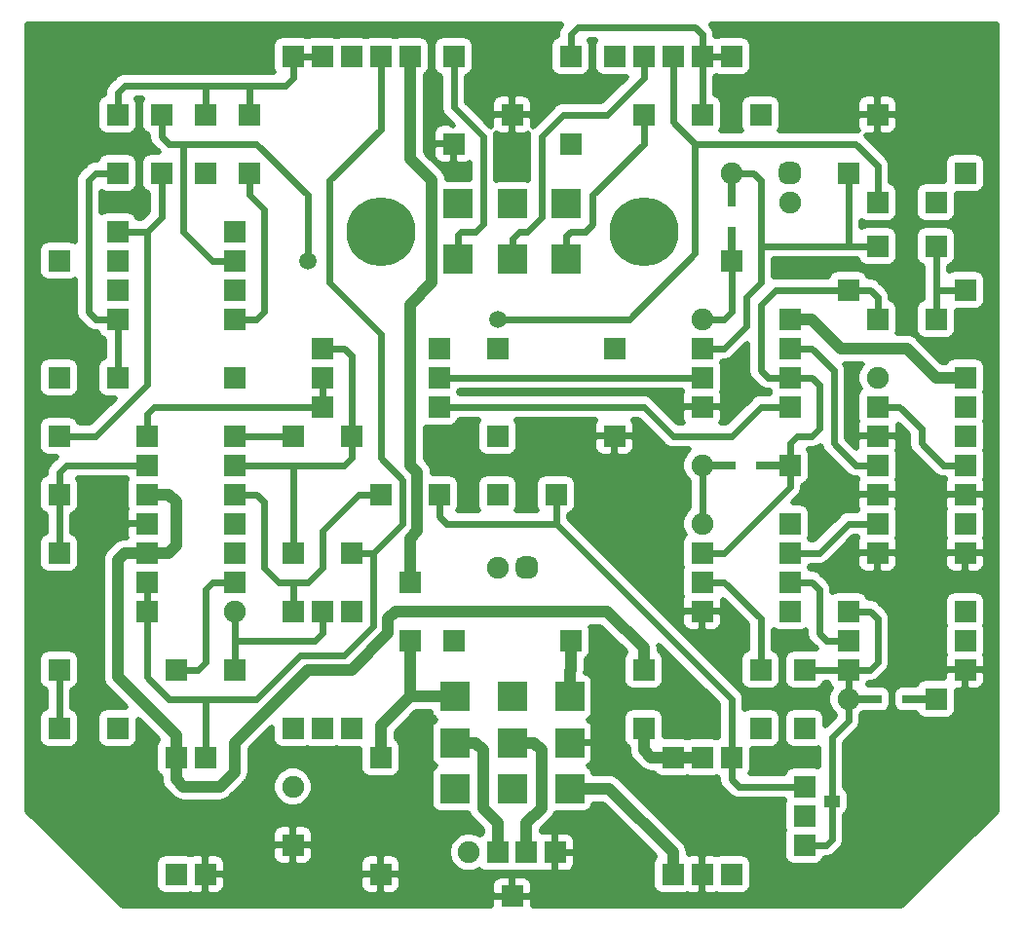
<source format=gbr>
G04 #@! TF.GenerationSoftware,KiCad,Pcbnew,5.1.6-c6e7f7d~87~ubuntu19.10.1*
G04 #@! TF.CreationDate,2022-07-30T15:35:07+06:00*
G04 #@! TF.ProjectId,crumbwave_multiplexer_r1a,6372756d-6277-4617-9665-5f6d756c7469,1A*
G04 #@! TF.SameCoordinates,Original*
G04 #@! TF.FileFunction,Copper,L1,Top*
G04 #@! TF.FilePolarity,Positive*
%FSLAX46Y46*%
G04 Gerber Fmt 4.6, Leading zero omitted, Abs format (unit mm)*
G04 Created by KiCad (PCBNEW 5.1.6-c6e7f7d~87~ubuntu19.10.1) date 2022-07-30 15:35:07*
%MOMM*%
%LPD*%
G01*
G04 APERTURE LIST*
G04 #@! TA.AperFunction,ComponentPad*
%ADD10C,1.900000*%
G04 #@! TD*
G04 #@! TA.AperFunction,ComponentPad*
%ADD11R,1.900000X1.900000*%
G04 #@! TD*
G04 #@! TA.AperFunction,SMDPad,CuDef*
%ADD12R,0.800000X2.910000*%
G04 #@! TD*
G04 #@! TA.AperFunction,SMDPad,CuDef*
%ADD13R,2.910000X0.800000*%
G04 #@! TD*
G04 #@! TA.AperFunction,ComponentPad*
%ADD14C,6.000000*%
G04 #@! TD*
G04 #@! TA.AperFunction,ComponentPad*
%ADD15R,2.500000X2.500000*%
G04 #@! TD*
G04 #@! TA.AperFunction,SMDPad,CuDef*
%ADD16R,1.400000X1.000000*%
G04 #@! TD*
G04 #@! TA.AperFunction,ViaPad*
%ADD17C,1.500000*%
G04 #@! TD*
G04 #@! TA.AperFunction,Conductor*
%ADD18C,1.000000*%
G04 #@! TD*
G04 #@! TA.AperFunction,Conductor*
%ADD19C,0.600000*%
G04 #@! TD*
G04 #@! TA.AperFunction,Conductor*
%ADD20C,0.500000*%
G04 #@! TD*
G04 APERTURE END LIST*
D10*
X124460000Y-139700000D03*
D11*
X124460000Y-147320000D03*
D12*
X124460000Y-145865000D03*
X124460000Y-141155000D03*
D10*
X134620000Y-185420000D03*
D11*
X142240000Y-185420000D03*
D13*
X140785000Y-185420000D03*
X136075000Y-185420000D03*
D10*
X121920000Y-165100000D03*
D11*
X129540000Y-165100000D03*
D13*
X128085000Y-165100000D03*
X123375000Y-165100000D03*
D11*
X114300000Y-129540000D03*
X116840000Y-129540000D03*
X119380000Y-129540000D03*
X121920000Y-129540000D03*
X124460000Y-129540000D03*
X96520000Y-129540000D03*
X88900000Y-129540000D03*
X91440000Y-129540000D03*
X86360000Y-129540000D03*
X93980000Y-129540000D03*
D14*
X93980000Y-144780000D03*
X116840000Y-144780000D03*
D15*
X105410000Y-147180000D03*
X110110000Y-147180000D03*
X100710000Y-147180000D03*
X110110000Y-142380000D03*
X105410000Y-142380000D03*
X100710000Y-142380000D03*
X110410000Y-189230000D03*
X110410000Y-193230000D03*
X110410000Y-185230000D03*
X105410000Y-189230000D03*
X105410000Y-193230000D03*
X105410000Y-185230000D03*
X100410000Y-185230000D03*
X100410000Y-189230000D03*
X100410000Y-193230000D03*
D11*
X100330000Y-137160000D03*
X110490000Y-137160000D03*
X104140000Y-154940000D03*
X114300000Y-154940000D03*
X105410000Y-134620000D03*
X110490000Y-180340000D03*
X100330000Y-180340000D03*
X119380000Y-200660000D03*
X119380000Y-190500000D03*
X121920000Y-200660000D03*
X121920000Y-190500000D03*
X93980000Y-200660000D03*
X93980000Y-190500000D03*
X96520000Y-180340000D03*
X96520000Y-175260000D03*
D16*
X133180000Y-194310000D03*
D11*
X130810000Y-198120000D03*
X130810000Y-195580000D03*
X130810000Y-193040000D03*
X144780000Y-182880000D03*
X134620000Y-182880000D03*
X134620000Y-177800000D03*
X144780000Y-177800000D03*
X130810000Y-182880000D03*
X130810000Y-187960000D03*
X124460000Y-200660000D03*
X124460000Y-190500000D03*
X86360000Y-187960000D03*
X86360000Y-177800000D03*
X91440000Y-172720000D03*
X91440000Y-162560000D03*
X99060000Y-167640000D03*
X93980000Y-167640000D03*
X104140000Y-167640000D03*
X109220000Y-167640000D03*
X114300000Y-162560000D03*
X104140000Y-162560000D03*
X99060000Y-154940000D03*
X88900000Y-154940000D03*
X86360000Y-172720000D03*
X86360000Y-162560000D03*
D10*
X81280000Y-177800000D03*
D11*
X81280000Y-175260000D03*
X81280000Y-172720000D03*
X81280000Y-170180000D03*
X73660000Y-170180000D03*
X73660000Y-172720000D03*
X73660000Y-175260000D03*
X73660000Y-177800000D03*
X81280000Y-167640000D03*
X81280000Y-162560000D03*
X81280000Y-165100000D03*
X73660000Y-165100000D03*
X73660000Y-167640000D03*
X73660000Y-162560000D03*
X137160000Y-134620000D03*
X127000000Y-134620000D03*
X91440000Y-187960000D03*
X91440000Y-177800000D03*
X88900000Y-177800000D03*
X88900000Y-187960000D03*
X110490000Y-129540000D03*
X100330000Y-129540000D03*
X71120000Y-152400000D03*
X81280000Y-152400000D03*
X81280000Y-157480000D03*
X71120000Y-157480000D03*
X137160000Y-142240000D03*
X142240000Y-142240000D03*
X81280000Y-182880000D03*
X76200000Y-182880000D03*
X116840000Y-134620000D03*
X121920000Y-134620000D03*
X78740000Y-134620000D03*
X78740000Y-139700000D03*
X82550000Y-139700000D03*
X82550000Y-134620000D03*
X71120000Y-134620000D03*
X71120000Y-139700000D03*
X78740000Y-200660000D03*
X78740000Y-190500000D03*
X76200000Y-200660000D03*
X76200000Y-190500000D03*
X116840000Y-187960000D03*
X116840000Y-182880000D03*
X71120000Y-149860000D03*
X81280000Y-149860000D03*
X66040000Y-157480000D03*
X66040000Y-147320000D03*
X81280000Y-147320000D03*
X71120000Y-147320000D03*
X81280000Y-144780000D03*
X71120000Y-144780000D03*
X66040000Y-182880000D03*
X66040000Y-172720000D03*
X127000000Y-187960000D03*
X127000000Y-182880000D03*
X74930000Y-139700000D03*
X74930000Y-134620000D03*
X66040000Y-167640000D03*
X66040000Y-162560000D03*
X66040000Y-187960000D03*
X71120000Y-187960000D03*
X144780000Y-180340000D03*
X134620000Y-180340000D03*
X88900000Y-157480000D03*
X99060000Y-157480000D03*
X99060000Y-160020000D03*
X88900000Y-160020000D03*
X134620000Y-139700000D03*
X134620000Y-149860000D03*
X144780000Y-149860000D03*
X144780000Y-139700000D03*
X129540000Y-152400000D03*
X129540000Y-154940000D03*
X129540000Y-157480000D03*
X129540000Y-160020000D03*
X121920000Y-160020000D03*
X121920000Y-157480000D03*
X121920000Y-154940000D03*
D10*
X121920000Y-152400000D03*
D11*
X129540000Y-170180000D03*
X129540000Y-172720000D03*
X129540000Y-175260000D03*
X129540000Y-177800000D03*
X121920000Y-177800000D03*
X121920000Y-175260000D03*
X121920000Y-172720000D03*
D10*
X121920000Y-170180000D03*
D11*
X142240000Y-146050000D03*
X137160000Y-146050000D03*
X137160000Y-152400000D03*
X142240000Y-152400000D03*
X86360000Y-198120000D03*
D10*
X86360000Y-193040000D03*
X129540000Y-142240000D03*
G04 #@! TA.AperFunction,ComponentPad*
G36*
G01*
X129920000Y-140650000D02*
X129160000Y-140650000D01*
G75*
G02*
X128590000Y-140080000I0J570000D01*
G01*
X128590000Y-139320000D01*
G75*
G02*
X129160000Y-138750000I570000J0D01*
G01*
X129920000Y-138750000D01*
G75*
G02*
X130490000Y-139320000I0J-570000D01*
G01*
X130490000Y-140080000D01*
G75*
G02*
X129920000Y-140650000I-570000J0D01*
G01*
G37*
G04 #@! TD.AperFunction*
X137160000Y-157480000D03*
D11*
X137160000Y-160020000D03*
X137160000Y-162560000D03*
X137160000Y-165100000D03*
X144780000Y-165100000D03*
X144780000Y-162560000D03*
X144780000Y-160020000D03*
X144780000Y-157480000D03*
X137160000Y-167640000D03*
X137160000Y-172720000D03*
X137160000Y-170180000D03*
X144780000Y-170180000D03*
X144780000Y-167640000D03*
X144780000Y-172720000D03*
X109160000Y-198755000D03*
X106660000Y-198755000D03*
X104160000Y-198755000D03*
D10*
X101660000Y-198755000D03*
D11*
X105410000Y-202565000D03*
G04 #@! TA.AperFunction,ComponentPad*
G36*
G01*
X105730000Y-174370000D02*
X105730000Y-173610000D01*
G75*
G02*
X106300000Y-173040000I570000J0D01*
G01*
X107060000Y-173040000D01*
G75*
G02*
X107630000Y-173610000I0J-570000D01*
G01*
X107630000Y-174370000D01*
G75*
G02*
X107060000Y-174940000I-570000J0D01*
G01*
X106300000Y-174940000D01*
G75*
G02*
X105730000Y-174370000I0J570000D01*
G01*
G37*
G04 #@! TD.AperFunction*
D10*
X104140000Y-173990000D03*
D17*
X104140000Y-152400000D03*
X87630000Y-147320000D03*
D18*
X110410000Y-185230000D02*
X110410000Y-182960000D01*
X110410000Y-182960000D02*
X110490000Y-182880000D01*
X110490000Y-182880000D02*
X110490000Y-180340000D01*
X139700000Y-154940000D02*
X142240000Y-157480000D01*
X142240000Y-157480000D02*
X144780000Y-157480000D01*
X133985000Y-154940000D02*
X139700000Y-154940000D01*
X131445000Y-152400000D02*
X133985000Y-154940000D01*
X129540000Y-152400000D02*
X131445000Y-152400000D01*
X96520000Y-180340000D02*
X96520000Y-185230000D01*
X100410000Y-185230000D02*
X96520000Y-185230000D01*
X93980000Y-187770000D02*
X93980000Y-190500000D01*
X96520000Y-185230000D02*
X93980000Y-187770000D01*
X119380000Y-198755000D02*
X119380000Y-200660000D01*
X113855000Y-193230000D02*
X119380000Y-198755000D01*
X110410000Y-193230000D02*
X113855000Y-193230000D01*
X107950000Y-194945000D02*
X107950000Y-189865000D01*
X107950000Y-189865000D02*
X107315000Y-189230000D01*
X107315000Y-189230000D02*
X105410000Y-189230000D01*
X106660000Y-196235000D02*
X107950000Y-194945000D01*
X106660000Y-198755000D02*
X106660000Y-196235000D01*
X100410000Y-189230000D02*
X102235000Y-189230000D01*
X102235000Y-189230000D02*
X102870000Y-189865000D01*
X102870000Y-189865000D02*
X102870000Y-194945000D01*
X104160000Y-196235000D02*
X102870000Y-194945000D01*
X104160000Y-198755000D02*
X104160000Y-196235000D01*
D19*
X88900000Y-157480000D02*
X88900000Y-160020000D01*
X73660000Y-162560000D02*
X73660000Y-160655000D01*
X73660000Y-160655000D02*
X74295000Y-160020000D01*
X74295000Y-160020000D02*
X88900000Y-160020000D01*
X86360000Y-165100000D02*
X86360000Y-172720000D01*
X81280000Y-165100000D02*
X86360000Y-165100000D01*
X91440000Y-164465000D02*
X90805000Y-165100000D01*
X86360000Y-165100000D02*
X90805000Y-165100000D01*
X91440000Y-162560000D02*
X91440000Y-164465000D01*
X90805000Y-154940000D02*
X91440000Y-155575000D01*
X91440000Y-155575000D02*
X91440000Y-162560000D01*
X88900000Y-154940000D02*
X90805000Y-154940000D01*
X81280000Y-162560000D02*
X86360000Y-162560000D01*
X121920000Y-165100000D02*
X121920000Y-170180000D01*
X132715000Y-180340000D02*
X134620000Y-180340000D01*
X129540000Y-175260000D02*
X131445000Y-175260000D01*
X132080000Y-175895000D02*
X132080000Y-179705000D01*
X132080000Y-179705000D02*
X132715000Y-180340000D01*
X131445000Y-175260000D02*
X132080000Y-175895000D01*
X127000000Y-160020000D02*
X129540000Y-160020000D01*
X119380000Y-162560000D02*
X124460000Y-162560000D01*
X124460000Y-162560000D02*
X127000000Y-160020000D01*
X116840000Y-160020000D02*
X119380000Y-162560000D01*
X99060000Y-160020000D02*
X116840000Y-160020000D01*
X121920000Y-152400000D02*
X123825000Y-152400000D01*
X123825000Y-152400000D02*
X124460000Y-151765000D01*
X124460000Y-151765000D02*
X124460000Y-147320000D01*
X139065000Y-160020000D02*
X137160000Y-160020000D01*
X140970000Y-161925000D02*
X139065000Y-160020000D01*
X140970000Y-163195000D02*
X140970000Y-161925000D01*
X142875000Y-165100000D02*
X140970000Y-163195000D01*
X144780000Y-165100000D02*
X142875000Y-165100000D01*
X121920000Y-172720000D02*
X123825000Y-172720000D01*
X129540000Y-165100000D02*
X129540000Y-167005000D01*
X123825000Y-172720000D02*
X129540000Y-167005000D01*
X131445000Y-157480000D02*
X129540000Y-157480000D01*
X132080000Y-158115000D02*
X131445000Y-157480000D01*
X127635000Y-157480000D02*
X129540000Y-157480000D01*
X127000000Y-156845000D02*
X127635000Y-157480000D01*
X127000000Y-151130000D02*
X127000000Y-156845000D01*
X128270000Y-149860000D02*
X127000000Y-151130000D01*
X134620000Y-149860000D02*
X128270000Y-149860000D01*
X136525000Y-149860000D02*
X137160000Y-150495000D01*
X137160000Y-150495000D02*
X137160000Y-152400000D01*
X134620000Y-149860000D02*
X136525000Y-149860000D01*
X129540000Y-165100000D02*
X129540000Y-163195000D01*
X129540000Y-163195000D02*
X130175000Y-162560000D01*
X130175000Y-162560000D02*
X131445000Y-162560000D01*
X131445000Y-162560000D02*
X132080000Y-161925000D01*
X132080000Y-161925000D02*
X132080000Y-158115000D01*
X142240000Y-146050000D02*
X142240000Y-149860000D01*
X142240000Y-149860000D02*
X144780000Y-149860000D01*
X142240000Y-149860000D02*
X142240000Y-152400000D01*
X134620000Y-146050000D02*
X137160000Y-146050000D01*
X127000000Y-146050000D02*
X134620000Y-146050000D01*
X134620000Y-139700000D02*
X134620000Y-146050000D01*
X123825000Y-154940000D02*
X121920000Y-154940000D01*
X125730000Y-153035000D02*
X123825000Y-154940000D01*
X125730000Y-150495000D02*
X125730000Y-153035000D01*
X127000000Y-149225000D02*
X125730000Y-150495000D01*
X127000000Y-146050000D02*
X127000000Y-149225000D01*
X124460000Y-139700000D02*
X126365000Y-139700000D01*
X126365000Y-139700000D02*
X127000000Y-140335000D01*
X127000000Y-140335000D02*
X127000000Y-146050000D01*
X66040000Y-167640000D02*
X66040000Y-172720000D01*
X66040000Y-167640000D02*
X66040000Y-165735000D01*
X66040000Y-165735000D02*
X66675000Y-165100000D01*
X66675000Y-165100000D02*
X73660000Y-165100000D01*
X71120000Y-144780000D02*
X73660000Y-144780000D01*
X74930000Y-143510000D02*
X74930000Y-139700000D01*
X73660000Y-144780000D02*
X74930000Y-143510000D01*
X73660000Y-158115000D02*
X73660000Y-144780000D01*
X69215000Y-162560000D02*
X73660000Y-158115000D01*
X66040000Y-162560000D02*
X69215000Y-162560000D01*
D18*
X119380000Y-190500000D02*
X121920000Y-190500000D01*
X117475000Y-190500000D02*
X119380000Y-190500000D01*
X116840000Y-189865000D02*
X117475000Y-190500000D01*
X116840000Y-187960000D02*
X116840000Y-189865000D01*
X73660000Y-167640000D02*
X75565000Y-167640000D01*
X75565000Y-167640000D02*
X76200000Y-168275000D01*
X75565000Y-172720000D02*
X76200000Y-172085000D01*
X76200000Y-168275000D02*
X76200000Y-172085000D01*
X73660000Y-172720000D02*
X75565000Y-172720000D01*
X76200000Y-188595000D02*
X76200000Y-190500000D01*
X71120000Y-183515000D02*
X76200000Y-188595000D01*
X71120000Y-173355000D02*
X71120000Y-183515000D01*
X71755000Y-172720000D02*
X71120000Y-173355000D01*
X73660000Y-172720000D02*
X71755000Y-172720000D01*
X116840000Y-180975000D02*
X116840000Y-182880000D01*
X94615000Y-179705000D02*
X94615000Y-178435000D01*
X113665000Y-177800000D02*
X116840000Y-180975000D01*
X95250000Y-177800000D02*
X113665000Y-177800000D01*
X87630000Y-182880000D02*
X91440000Y-182880000D01*
X81280000Y-189230000D02*
X87630000Y-182880000D01*
X81280000Y-191770000D02*
X81280000Y-189230000D01*
X94615000Y-178435000D02*
X95250000Y-177800000D01*
X91440000Y-182880000D02*
X94615000Y-179705000D01*
X80010000Y-193040000D02*
X81280000Y-191770000D01*
X76835000Y-193040000D02*
X80010000Y-193040000D01*
X76200000Y-192405000D02*
X76835000Y-193040000D01*
X76200000Y-190500000D02*
X76200000Y-192405000D01*
D19*
X71120000Y-152400000D02*
X71120000Y-157480000D01*
X68580000Y-140335000D02*
X69215000Y-139700000D01*
X69215000Y-139700000D02*
X71120000Y-139700000D01*
X68580000Y-151765000D02*
X69215000Y-152400000D01*
X71120000Y-152400000D02*
X69215000Y-152400000D01*
X68580000Y-151765000D02*
X68580000Y-140335000D01*
X86360000Y-129540000D02*
X88900000Y-129540000D01*
X78740000Y-132080000D02*
X78740000Y-134620000D01*
X78740000Y-132080000D02*
X82550000Y-132080000D01*
X82550000Y-134620000D02*
X82550000Y-132080000D01*
X71120000Y-132715000D02*
X71755000Y-132080000D01*
X71755000Y-132080000D02*
X78740000Y-132080000D01*
X71120000Y-132715000D02*
X71120000Y-134620000D01*
X86360000Y-129540000D02*
X86360000Y-131445000D01*
X86360000Y-131445000D02*
X85725000Y-132080000D01*
X82550000Y-132080000D02*
X85725000Y-132080000D01*
X121920000Y-129540000D02*
X124460000Y-129540000D01*
X121920000Y-129540000D02*
X121920000Y-134620000D01*
X110490000Y-127635000D02*
X111125000Y-127000000D01*
X110490000Y-129540000D02*
X110490000Y-127635000D01*
X121285000Y-127000000D02*
X121920000Y-127635000D01*
X111125000Y-127000000D02*
X121285000Y-127000000D01*
X121920000Y-127635000D02*
X121920000Y-129540000D01*
X78105000Y-182880000D02*
X78740000Y-182245000D01*
X76200000Y-182880000D02*
X78105000Y-182880000D01*
X78740000Y-175895000D02*
X79375000Y-175260000D01*
X81280000Y-175260000D02*
X79375000Y-175260000D01*
X78740000Y-175895000D02*
X78740000Y-182245000D01*
X119380000Y-135255000D02*
X121285000Y-137160000D01*
X119380000Y-129540000D02*
X119380000Y-135255000D01*
X121285000Y-146685000D02*
X121285000Y-137160000D01*
X115570000Y-152400000D02*
X121285000Y-146685000D01*
X104140000Y-152400000D02*
X115570000Y-152400000D01*
X137160000Y-139065000D02*
X137160000Y-142240000D01*
X135255000Y-137160000D02*
X137160000Y-139065000D01*
X121285000Y-137160000D02*
X135255000Y-137160000D01*
X124460000Y-192405000D02*
X125095000Y-193040000D01*
X125095000Y-193040000D02*
X130810000Y-193040000D01*
X124460000Y-190500000D02*
X124460000Y-192405000D01*
X109220000Y-167640000D02*
X109220000Y-170180000D01*
X124460000Y-185420000D02*
X124460000Y-190500000D01*
X109220000Y-170180000D02*
X124460000Y-185420000D01*
X99060000Y-169545000D02*
X99695000Y-170180000D01*
X99695000Y-170180000D02*
X109220000Y-170180000D01*
X99060000Y-167640000D02*
X99060000Y-169545000D01*
X86360000Y-175260000D02*
X86360000Y-177800000D01*
X92075000Y-167640000D02*
X93980000Y-167640000D01*
X88900000Y-170815000D02*
X92075000Y-167640000D01*
X88900000Y-173990000D02*
X88900000Y-170815000D01*
X87630000Y-175260000D02*
X88900000Y-173990000D01*
X86360000Y-175260000D02*
X87630000Y-175260000D01*
X85090000Y-175260000D02*
X86360000Y-175260000D01*
X83820000Y-173990000D02*
X85090000Y-175260000D01*
X83820000Y-168275000D02*
X83820000Y-173990000D01*
X83185000Y-167640000D02*
X83820000Y-168275000D01*
X81280000Y-167640000D02*
X83185000Y-167640000D01*
X136525000Y-177800000D02*
X137160000Y-178435000D01*
X134620000Y-177800000D02*
X136525000Y-177800000D01*
X130810000Y-182880000D02*
X134620000Y-182880000D01*
X134620000Y-182880000D02*
X134620000Y-185420000D01*
X137160000Y-178435000D02*
X137160000Y-182245000D01*
X136525000Y-182880000D02*
X137160000Y-182245000D01*
X134620000Y-182880000D02*
X136525000Y-182880000D01*
X134620000Y-187325000D02*
X134620000Y-185420000D01*
X133180000Y-188765000D02*
X134620000Y-187325000D01*
X133180000Y-194310000D02*
X133180000Y-188765000D01*
X133180000Y-194310000D02*
X133180000Y-197655000D01*
X133180000Y-197655000D02*
X132715000Y-198120000D01*
X130810000Y-198120000D02*
X132715000Y-198120000D01*
D18*
X96520000Y-138430000D02*
X96520000Y-129540000D01*
X98425000Y-140335000D02*
X96520000Y-138430000D01*
X98425000Y-149225000D02*
X98425000Y-140335000D01*
X96520000Y-151130000D02*
X98425000Y-149225000D01*
X97155000Y-165735000D02*
X96520000Y-165100000D01*
X96520000Y-165100000D02*
X96520000Y-151130000D01*
X97155000Y-170815000D02*
X97155000Y-165735000D01*
X96520000Y-171450000D02*
X97155000Y-170815000D01*
X96520000Y-175260000D02*
X96520000Y-171450000D01*
D19*
X87630000Y-141605000D02*
X83185000Y-137160000D01*
X87630000Y-147320000D02*
X87630000Y-141605000D01*
X83185000Y-137160000D02*
X76835000Y-137160000D01*
X76835000Y-137160000D02*
X75565000Y-137160000D01*
X74930000Y-136525000D02*
X75565000Y-137160000D01*
X74930000Y-136525000D02*
X74930000Y-134620000D01*
X79375000Y-147320000D02*
X81280000Y-147320000D01*
X76835000Y-144780000D02*
X79375000Y-147320000D01*
X76835000Y-137160000D02*
X76835000Y-144780000D01*
X129540000Y-172720000D02*
X132080000Y-172720000D01*
X132080000Y-172720000D02*
X134620000Y-170180000D01*
X134620000Y-170180000D02*
X137160000Y-170180000D01*
X129540000Y-154940000D02*
X131445000Y-154940000D01*
X131445000Y-154940000D02*
X133350000Y-156845000D01*
X135255000Y-165100000D02*
X137160000Y-165100000D01*
X133350000Y-156845000D02*
X133350000Y-163195000D01*
X133350000Y-163195000D02*
X135255000Y-165100000D01*
X123825000Y-175260000D02*
X127000000Y-178435000D01*
X121920000Y-175260000D02*
X123825000Y-175260000D01*
X127000000Y-178435000D02*
X127000000Y-182880000D01*
X99060000Y-157480000D02*
X121920000Y-157480000D01*
X66040000Y-182880000D02*
X66040000Y-187960000D01*
X73660000Y-175260000D02*
X73660000Y-177800000D01*
X91440000Y-172720000D02*
X93345000Y-172720000D01*
X78740000Y-185420000D02*
X78740000Y-190500000D01*
X75565000Y-185420000D02*
X78740000Y-185420000D01*
X73660000Y-183515000D02*
X75565000Y-185420000D01*
X73660000Y-177800000D02*
X73660000Y-183515000D01*
X93345000Y-179070000D02*
X93345000Y-172720000D01*
X90805000Y-181610000D02*
X93345000Y-179070000D01*
X86995000Y-181610000D02*
X90805000Y-181610000D01*
X83185000Y-185420000D02*
X86995000Y-181610000D01*
X78740000Y-185420000D02*
X83185000Y-185420000D01*
X95885000Y-166370000D02*
X95885000Y-170180000D01*
X93980000Y-164465000D02*
X95885000Y-166370000D01*
X89535000Y-149225000D02*
X93980000Y-153670000D01*
X95885000Y-170180000D02*
X93345000Y-172720000D01*
X89535000Y-140335000D02*
X89535000Y-149225000D01*
X93980000Y-153670000D02*
X93980000Y-164465000D01*
X93980000Y-135890000D02*
X89535000Y-140335000D01*
X93980000Y-129540000D02*
X93980000Y-135890000D01*
X113665000Y-134620000D02*
X116840000Y-131445000D01*
X109855000Y-134620000D02*
X113665000Y-134620000D01*
X107950000Y-136525000D02*
X109855000Y-134620000D01*
X116840000Y-131445000D02*
X116840000Y-129540000D01*
X105410000Y-145415000D02*
X106045000Y-144780000D01*
X107950000Y-143510000D02*
X107950000Y-136525000D01*
X106680000Y-144780000D02*
X107950000Y-143510000D01*
X106045000Y-144780000D02*
X106680000Y-144780000D01*
X105410000Y-147180000D02*
X105410000Y-145415000D01*
X82550000Y-141605000D02*
X82550000Y-139700000D01*
X82550000Y-141605000D02*
X83820000Y-142875000D01*
X81280000Y-152400000D02*
X83185000Y-152400000D01*
X83185000Y-152400000D02*
X83820000Y-151765000D01*
X83820000Y-151765000D02*
X83820000Y-142875000D01*
X100710000Y-145035000D02*
X100710000Y-147180000D01*
X100965000Y-144780000D02*
X100710000Y-145035000D01*
X102235000Y-144780000D02*
X100965000Y-144780000D01*
X102870000Y-144145000D02*
X102235000Y-144780000D01*
X102870000Y-136525000D02*
X102870000Y-144145000D01*
X100330000Y-133985000D02*
X102870000Y-136525000D01*
X100330000Y-129540000D02*
X100330000Y-133985000D01*
X81280000Y-177800000D02*
X81280000Y-180340000D01*
X81280000Y-180340000D02*
X81280000Y-182880000D01*
X88900000Y-179705000D02*
X88900000Y-177800000D01*
X88265000Y-180340000D02*
X88900000Y-179705000D01*
X81280000Y-180340000D02*
X88265000Y-180340000D01*
X116840000Y-137160000D02*
X116840000Y-134620000D01*
X112395000Y-141605000D02*
X116840000Y-137160000D01*
X112395000Y-144145000D02*
X112395000Y-141605000D01*
X111760000Y-144780000D02*
X112395000Y-144145000D01*
X110490000Y-144780000D02*
X111760000Y-144780000D01*
X110110000Y-145160000D02*
X110490000Y-144780000D01*
X110110000Y-147180000D02*
X110110000Y-145160000D01*
D20*
G36*
X109716776Y-126781880D02*
G01*
X109672894Y-126817893D01*
X109636882Y-126861774D01*
X109529185Y-126993003D01*
X109422399Y-127192785D01*
X109356641Y-127409561D01*
X109334437Y-127635000D01*
X109340001Y-127691491D01*
X109340001Y-127762422D01*
X109213145Y-127800903D01*
X109065481Y-127879832D01*
X108936052Y-127986052D01*
X108829832Y-128115481D01*
X108750903Y-128263145D01*
X108702300Y-128423371D01*
X108685888Y-128590000D01*
X108685888Y-130490000D01*
X108702300Y-130656629D01*
X108750903Y-130816855D01*
X108829832Y-130964519D01*
X108936052Y-131093948D01*
X109065481Y-131200168D01*
X109213145Y-131279097D01*
X109373371Y-131327700D01*
X109540000Y-131344112D01*
X111440000Y-131344112D01*
X111606629Y-131327700D01*
X111766855Y-131279097D01*
X111914519Y-131200168D01*
X112043948Y-131093948D01*
X112150168Y-130964519D01*
X112229097Y-130816855D01*
X112277700Y-130656629D01*
X112294112Y-130490000D01*
X112294112Y-128590000D01*
X112277700Y-128423371D01*
X112229097Y-128263145D01*
X112168619Y-128150000D01*
X112621381Y-128150000D01*
X112560903Y-128263145D01*
X112512300Y-128423371D01*
X112495888Y-128590000D01*
X112495888Y-130490000D01*
X112512300Y-130656629D01*
X112560903Y-130816855D01*
X112639832Y-130964519D01*
X112746052Y-131093948D01*
X112875481Y-131200168D01*
X113023145Y-131279097D01*
X113183371Y-131327700D01*
X113350000Y-131344112D01*
X115250000Y-131344112D01*
X115321595Y-131337060D01*
X113188656Y-133470000D01*
X109911484Y-133470000D01*
X109855000Y-133464437D01*
X109798516Y-133470000D01*
X109798508Y-133470000D01*
X109629561Y-133486640D01*
X109412785Y-133552398D01*
X109213003Y-133659184D01*
X109037893Y-133802893D01*
X109001881Y-133846774D01*
X107207061Y-135641595D01*
X107214113Y-135570000D01*
X107210000Y-134882500D01*
X106997500Y-134670000D01*
X105460000Y-134670000D01*
X105460000Y-136207500D01*
X105672500Y-136420000D01*
X106360000Y-136424113D01*
X106526629Y-136407701D01*
X106686855Y-136359098D01*
X106820202Y-136287822D01*
X106816641Y-136299561D01*
X106794437Y-136525000D01*
X106800001Y-136581491D01*
X106800000Y-140289677D01*
X106660000Y-140275888D01*
X104160000Y-140275888D01*
X104020000Y-140289677D01*
X104020000Y-136581481D01*
X104025563Y-136524999D01*
X104020000Y-136468517D01*
X104020000Y-136468508D01*
X104003360Y-136299561D01*
X103999799Y-136287823D01*
X104133145Y-136359098D01*
X104293371Y-136407701D01*
X104460000Y-136424113D01*
X105147500Y-136420000D01*
X105360000Y-136207500D01*
X105360000Y-134670000D01*
X103822500Y-134670000D01*
X103610000Y-134882500D01*
X103605887Y-135570000D01*
X103612938Y-135641593D01*
X101641345Y-133670000D01*
X103605887Y-133670000D01*
X103610000Y-134357500D01*
X103822500Y-134570000D01*
X105360000Y-134570000D01*
X105360000Y-133032500D01*
X105460000Y-133032500D01*
X105460000Y-134570000D01*
X106997500Y-134570000D01*
X107210000Y-134357500D01*
X107214113Y-133670000D01*
X107197701Y-133503371D01*
X107149098Y-133343145D01*
X107070169Y-133195480D01*
X106963949Y-133066051D01*
X106834520Y-132959831D01*
X106686855Y-132880902D01*
X106526629Y-132832299D01*
X106360000Y-132815887D01*
X105672500Y-132820000D01*
X105460000Y-133032500D01*
X105360000Y-133032500D01*
X105147500Y-132820000D01*
X104460000Y-132815887D01*
X104293371Y-132832299D01*
X104133145Y-132880902D01*
X103985480Y-132959831D01*
X103856051Y-133066051D01*
X103749831Y-133195480D01*
X103670902Y-133343145D01*
X103622299Y-133503371D01*
X103605887Y-133670000D01*
X101641345Y-133670000D01*
X101480000Y-133508656D01*
X101480000Y-131317577D01*
X101606855Y-131279097D01*
X101754519Y-131200168D01*
X101883948Y-131093948D01*
X101990168Y-130964519D01*
X102069097Y-130816855D01*
X102117700Y-130656629D01*
X102134112Y-130490000D01*
X102134112Y-128590000D01*
X102117700Y-128423371D01*
X102069097Y-128263145D01*
X101990168Y-128115481D01*
X101883948Y-127986052D01*
X101754519Y-127879832D01*
X101606855Y-127800903D01*
X101446629Y-127752300D01*
X101280000Y-127735888D01*
X99380000Y-127735888D01*
X99213371Y-127752300D01*
X99053145Y-127800903D01*
X98905481Y-127879832D01*
X98776052Y-127986052D01*
X98669832Y-128115481D01*
X98590903Y-128263145D01*
X98542300Y-128423371D01*
X98525888Y-128590000D01*
X98525888Y-130490000D01*
X98542300Y-130656629D01*
X98590903Y-130816855D01*
X98669832Y-130964519D01*
X98776052Y-131093948D01*
X98905481Y-131200168D01*
X99053145Y-131279097D01*
X99180000Y-131317577D01*
X99180001Y-133928509D01*
X99174437Y-133985000D01*
X99180001Y-134041492D01*
X99196641Y-134210439D01*
X99262399Y-134427215D01*
X99369185Y-134626997D01*
X99512894Y-134802107D01*
X99556776Y-134838120D01*
X100279998Y-135561343D01*
X100279998Y-135572498D01*
X100067500Y-135360000D01*
X99380000Y-135355887D01*
X99213371Y-135372299D01*
X99053145Y-135420902D01*
X98905480Y-135499831D01*
X98776051Y-135606051D01*
X98669831Y-135735480D01*
X98590902Y-135883145D01*
X98542299Y-136043371D01*
X98525887Y-136210000D01*
X98530000Y-136897500D01*
X98742500Y-137110000D01*
X100280000Y-137110000D01*
X100280000Y-137090000D01*
X100380000Y-137090000D01*
X100380000Y-137110000D01*
X100400000Y-137110000D01*
X100400000Y-137210000D01*
X100380000Y-137210000D01*
X100380000Y-138747500D01*
X100592500Y-138960000D01*
X101280000Y-138964113D01*
X101446629Y-138947701D01*
X101606855Y-138899098D01*
X101720000Y-138838620D01*
X101720000Y-140275888D01*
X99775710Y-140275888D01*
X99768074Y-140198360D01*
X99755467Y-140070354D01*
X99678272Y-139815878D01*
X99586139Y-139643508D01*
X99552915Y-139581350D01*
X99426490Y-139427301D01*
X99426487Y-139427298D01*
X99384213Y-139375787D01*
X99332702Y-139333513D01*
X98109189Y-138110000D01*
X98525887Y-138110000D01*
X98542299Y-138276629D01*
X98590902Y-138436855D01*
X98669831Y-138584520D01*
X98776051Y-138713949D01*
X98905480Y-138820169D01*
X99053145Y-138899098D01*
X99213371Y-138947701D01*
X99380000Y-138964113D01*
X100067500Y-138960000D01*
X100280000Y-138747500D01*
X100280000Y-137210000D01*
X98742500Y-137210000D01*
X98530000Y-137422500D01*
X98525887Y-138110000D01*
X98109189Y-138110000D01*
X97870000Y-137870812D01*
X97870000Y-131240000D01*
X97944519Y-131200168D01*
X98073948Y-131093948D01*
X98180168Y-130964519D01*
X98259097Y-130816855D01*
X98307700Y-130656629D01*
X98324112Y-130490000D01*
X98324112Y-128590000D01*
X98307700Y-128423371D01*
X98259097Y-128263145D01*
X98180168Y-128115481D01*
X98073948Y-127986052D01*
X97944519Y-127879832D01*
X97796855Y-127800903D01*
X97636629Y-127752300D01*
X97470000Y-127735888D01*
X95570000Y-127735888D01*
X95403371Y-127752300D01*
X95250000Y-127798824D01*
X95096629Y-127752300D01*
X94930000Y-127735888D01*
X93030000Y-127735888D01*
X92863371Y-127752300D01*
X92710000Y-127798824D01*
X92556629Y-127752300D01*
X92390000Y-127735888D01*
X90490000Y-127735888D01*
X90323371Y-127752300D01*
X90170000Y-127798824D01*
X90016629Y-127752300D01*
X89850000Y-127735888D01*
X87950000Y-127735888D01*
X87783371Y-127752300D01*
X87630000Y-127798824D01*
X87476629Y-127752300D01*
X87310000Y-127735888D01*
X85410000Y-127735888D01*
X85243371Y-127752300D01*
X85083145Y-127800903D01*
X84935481Y-127879832D01*
X84806052Y-127986052D01*
X84699832Y-128115481D01*
X84620903Y-128263145D01*
X84572300Y-128423371D01*
X84555888Y-128590000D01*
X84555888Y-130490000D01*
X84572300Y-130656629D01*
X84620903Y-130816855D01*
X84681381Y-130930000D01*
X82606492Y-130930000D01*
X82550000Y-130924436D01*
X82493509Y-130930000D01*
X78796491Y-130930000D01*
X78740000Y-130924436D01*
X78683508Y-130930000D01*
X71811492Y-130930000D01*
X71755000Y-130924436D01*
X71529561Y-130946640D01*
X71312784Y-131012398D01*
X71212894Y-131065791D01*
X71113003Y-131119184D01*
X70937893Y-131262893D01*
X70901875Y-131306781D01*
X70346781Y-131861875D01*
X70302893Y-131897893D01*
X70159184Y-132073004D01*
X70052398Y-132272786D01*
X69986640Y-132489562D01*
X69970000Y-132658509D01*
X69970000Y-132658518D01*
X69964437Y-132715000D01*
X69970000Y-132771482D01*
X69970000Y-132842423D01*
X69843145Y-132880903D01*
X69695481Y-132959832D01*
X69566052Y-133066052D01*
X69459832Y-133195481D01*
X69380903Y-133343145D01*
X69332300Y-133503371D01*
X69315888Y-133670000D01*
X69315888Y-135570000D01*
X69332300Y-135736629D01*
X69380903Y-135896855D01*
X69459832Y-136044519D01*
X69566052Y-136173948D01*
X69695481Y-136280168D01*
X69843145Y-136359097D01*
X70003371Y-136407700D01*
X70170000Y-136424112D01*
X72070000Y-136424112D01*
X72236629Y-136407700D01*
X72396855Y-136359097D01*
X72544519Y-136280168D01*
X72673948Y-136173948D01*
X72780168Y-136044519D01*
X72859097Y-135896855D01*
X72907700Y-135736629D01*
X72924112Y-135570000D01*
X72924112Y-133670000D01*
X72907700Y-133503371D01*
X72859097Y-133343145D01*
X72798619Y-133230000D01*
X73251381Y-133230000D01*
X73190903Y-133343145D01*
X73142300Y-133503371D01*
X73125888Y-133670000D01*
X73125888Y-135570000D01*
X73142300Y-135736629D01*
X73190903Y-135896855D01*
X73269832Y-136044519D01*
X73376052Y-136173948D01*
X73505481Y-136280168D01*
X73653145Y-136359097D01*
X73780000Y-136397577D01*
X73780000Y-136468518D01*
X73774437Y-136525000D01*
X73780000Y-136581482D01*
X73780000Y-136581491D01*
X73796640Y-136750438D01*
X73862398Y-136967214D01*
X73969184Y-137166996D01*
X74112893Y-137342107D01*
X74156781Y-137378125D01*
X74674544Y-137895888D01*
X73980000Y-137895888D01*
X73813371Y-137912300D01*
X73653145Y-137960903D01*
X73505481Y-138039832D01*
X73376052Y-138146052D01*
X73269832Y-138275481D01*
X73190903Y-138423145D01*
X73142300Y-138583371D01*
X73125888Y-138750000D01*
X73125888Y-140650000D01*
X73142300Y-140816629D01*
X73190903Y-140976855D01*
X73269832Y-141124519D01*
X73376052Y-141253948D01*
X73505481Y-141360168D01*
X73653145Y-141439097D01*
X73780001Y-141477577D01*
X73780000Y-143033654D01*
X73183655Y-143630000D01*
X72897577Y-143630000D01*
X72859097Y-143503145D01*
X72780168Y-143355481D01*
X72673948Y-143226052D01*
X72544519Y-143119832D01*
X72396855Y-143040903D01*
X72236629Y-142992300D01*
X72070000Y-142975888D01*
X70170000Y-142975888D01*
X70003371Y-142992300D01*
X69843145Y-143040903D01*
X69730000Y-143101381D01*
X69730000Y-141378619D01*
X69843145Y-141439097D01*
X70003371Y-141487700D01*
X70170000Y-141504112D01*
X72070000Y-141504112D01*
X72236629Y-141487700D01*
X72396855Y-141439097D01*
X72544519Y-141360168D01*
X72673948Y-141253948D01*
X72780168Y-141124519D01*
X72859097Y-140976855D01*
X72907700Y-140816629D01*
X72924112Y-140650000D01*
X72924112Y-138750000D01*
X72907700Y-138583371D01*
X72859097Y-138423145D01*
X72780168Y-138275481D01*
X72673948Y-138146052D01*
X72544519Y-138039832D01*
X72396855Y-137960903D01*
X72236629Y-137912300D01*
X72070000Y-137895888D01*
X70170000Y-137895888D01*
X70003371Y-137912300D01*
X69843145Y-137960903D01*
X69695481Y-138039832D01*
X69566052Y-138146052D01*
X69459832Y-138275481D01*
X69380903Y-138423145D01*
X69342423Y-138550000D01*
X69271492Y-138550000D01*
X69215000Y-138544436D01*
X68989561Y-138566640D01*
X68772784Y-138632398D01*
X68672894Y-138685791D01*
X68573003Y-138739184D01*
X68397893Y-138882893D01*
X68361875Y-138926781D01*
X67806776Y-139481880D01*
X67762894Y-139517893D01*
X67659804Y-139643509D01*
X67619185Y-139693003D01*
X67512399Y-139892785D01*
X67446641Y-140109561D01*
X67424437Y-140335000D01*
X67430001Y-140391492D01*
X67430001Y-145641381D01*
X67316855Y-145580903D01*
X67156629Y-145532300D01*
X66990000Y-145515888D01*
X65090000Y-145515888D01*
X64923371Y-145532300D01*
X64763145Y-145580903D01*
X64615481Y-145659832D01*
X64486052Y-145766052D01*
X64379832Y-145895481D01*
X64300903Y-146043145D01*
X64252300Y-146203371D01*
X64235888Y-146370000D01*
X64235888Y-148270000D01*
X64252300Y-148436629D01*
X64300903Y-148596855D01*
X64379832Y-148744519D01*
X64486052Y-148873948D01*
X64615481Y-148980168D01*
X64763145Y-149059097D01*
X64923371Y-149107700D01*
X65090000Y-149124112D01*
X66990000Y-149124112D01*
X67156629Y-149107700D01*
X67316855Y-149059097D01*
X67430000Y-148998619D01*
X67430000Y-151708518D01*
X67424437Y-151765000D01*
X67430000Y-151821482D01*
X67430000Y-151821491D01*
X67446640Y-151990438D01*
X67512398Y-152207214D01*
X67619184Y-152406996D01*
X67762893Y-152582107D01*
X67806781Y-152618125D01*
X68361875Y-153173219D01*
X68397893Y-153217107D01*
X68573003Y-153360816D01*
X68672894Y-153414209D01*
X68772784Y-153467602D01*
X68989561Y-153533360D01*
X69215000Y-153555564D01*
X69271492Y-153550000D01*
X69342423Y-153550000D01*
X69380903Y-153676855D01*
X69459832Y-153824519D01*
X69566052Y-153953948D01*
X69695481Y-154060168D01*
X69843145Y-154139097D01*
X69970000Y-154177577D01*
X69970001Y-155702423D01*
X69843145Y-155740903D01*
X69695481Y-155819832D01*
X69566052Y-155926052D01*
X69459832Y-156055481D01*
X69380903Y-156203145D01*
X69332300Y-156363371D01*
X69315888Y-156530000D01*
X69315888Y-158430000D01*
X69332300Y-158596629D01*
X69380903Y-158756855D01*
X69459832Y-158904519D01*
X69566052Y-159033948D01*
X69695481Y-159140168D01*
X69843145Y-159219097D01*
X70003371Y-159267700D01*
X70170000Y-159284112D01*
X70864543Y-159284112D01*
X68738656Y-161410000D01*
X67817577Y-161410000D01*
X67779097Y-161283145D01*
X67700168Y-161135481D01*
X67593948Y-161006052D01*
X67464519Y-160899832D01*
X67316855Y-160820903D01*
X67156629Y-160772300D01*
X66990000Y-160755888D01*
X65090000Y-160755888D01*
X64923371Y-160772300D01*
X64763145Y-160820903D01*
X64615481Y-160899832D01*
X64486052Y-161006052D01*
X64379832Y-161135481D01*
X64300903Y-161283145D01*
X64252300Y-161443371D01*
X64235888Y-161610000D01*
X64235888Y-163510000D01*
X64252300Y-163676629D01*
X64300903Y-163836855D01*
X64379832Y-163984519D01*
X64486052Y-164113948D01*
X64615481Y-164220168D01*
X64763145Y-164299097D01*
X64923371Y-164347700D01*
X65090000Y-164364112D01*
X65784544Y-164364112D01*
X65266776Y-164881880D01*
X65222894Y-164917893D01*
X65119804Y-165043509D01*
X65079185Y-165093003D01*
X64972399Y-165292785D01*
X64906641Y-165509561D01*
X64884437Y-165735000D01*
X64890001Y-165791491D01*
X64890001Y-165862422D01*
X64763145Y-165900903D01*
X64615481Y-165979832D01*
X64486052Y-166086052D01*
X64379832Y-166215481D01*
X64300903Y-166363145D01*
X64252300Y-166523371D01*
X64235888Y-166690000D01*
X64235888Y-168590000D01*
X64252300Y-168756629D01*
X64300903Y-168916855D01*
X64379832Y-169064519D01*
X64486052Y-169193948D01*
X64615481Y-169300168D01*
X64763145Y-169379097D01*
X64890000Y-169417577D01*
X64890001Y-170942423D01*
X64763145Y-170980903D01*
X64615481Y-171059832D01*
X64486052Y-171166052D01*
X64379832Y-171295481D01*
X64300903Y-171443145D01*
X64252300Y-171603371D01*
X64235888Y-171770000D01*
X64235888Y-173670000D01*
X64252300Y-173836629D01*
X64300903Y-173996855D01*
X64379832Y-174144519D01*
X64486052Y-174273948D01*
X64615481Y-174380168D01*
X64763145Y-174459097D01*
X64923371Y-174507700D01*
X65090000Y-174524112D01*
X66990000Y-174524112D01*
X67156629Y-174507700D01*
X67316855Y-174459097D01*
X67464519Y-174380168D01*
X67593948Y-174273948D01*
X67700168Y-174144519D01*
X67779097Y-173996855D01*
X67827700Y-173836629D01*
X67844112Y-173670000D01*
X67844112Y-171770000D01*
X67827700Y-171603371D01*
X67779097Y-171443145D01*
X67700168Y-171295481D01*
X67593948Y-171166052D01*
X67464519Y-171059832D01*
X67316855Y-170980903D01*
X67190000Y-170942423D01*
X67190000Y-169417577D01*
X67316855Y-169379097D01*
X67464519Y-169300168D01*
X67593948Y-169193948D01*
X67700168Y-169064519D01*
X67779097Y-168916855D01*
X67827700Y-168756629D01*
X67844112Y-168590000D01*
X67844112Y-166690000D01*
X67827700Y-166523371D01*
X67779097Y-166363145D01*
X67718619Y-166250000D01*
X71882423Y-166250000D01*
X71918824Y-166370000D01*
X71872300Y-166523371D01*
X71855888Y-166690000D01*
X71855888Y-168590000D01*
X71872300Y-168756629D01*
X71918823Y-168909998D01*
X71872299Y-169063371D01*
X71855887Y-169230000D01*
X71860000Y-169917500D01*
X72072500Y-170130000D01*
X73610000Y-170130000D01*
X73610000Y-170110000D01*
X73710000Y-170110000D01*
X73710000Y-170130000D01*
X73730000Y-170130000D01*
X73730000Y-170230000D01*
X73710000Y-170230000D01*
X73710000Y-170250000D01*
X73610000Y-170250000D01*
X73610000Y-170230000D01*
X72072500Y-170230000D01*
X71860000Y-170442500D01*
X71855887Y-171130000D01*
X71872299Y-171296629D01*
X71894555Y-171370000D01*
X71821319Y-171370000D01*
X71755000Y-171363468D01*
X71688681Y-171370000D01*
X71688679Y-171370000D01*
X71490354Y-171389533D01*
X71313620Y-171443145D01*
X71235877Y-171466728D01*
X71118615Y-171529406D01*
X71001351Y-171592085D01*
X70795787Y-171760787D01*
X70753505Y-171812308D01*
X70212300Y-172353512D01*
X70160787Y-172395788D01*
X70118513Y-172447299D01*
X70118510Y-172447302D01*
X69992085Y-172601351D01*
X69958862Y-172663508D01*
X69866728Y-172835879D01*
X69789533Y-173090355D01*
X69784951Y-173136882D01*
X69763468Y-173355000D01*
X69770000Y-173421319D01*
X69770001Y-183448671D01*
X69763468Y-183515000D01*
X69789534Y-183779646D01*
X69866729Y-184034122D01*
X69992085Y-184268649D01*
X70118510Y-184422698D01*
X70118514Y-184422702D01*
X70160788Y-184474213D01*
X70212299Y-184516487D01*
X71851700Y-186155888D01*
X70170000Y-186155888D01*
X70003371Y-186172300D01*
X69843145Y-186220903D01*
X69695481Y-186299832D01*
X69566052Y-186406052D01*
X69459832Y-186535481D01*
X69380903Y-186683145D01*
X69332300Y-186843371D01*
X69315888Y-187010000D01*
X69315888Y-188910000D01*
X69332300Y-189076629D01*
X69380903Y-189236855D01*
X69459832Y-189384519D01*
X69566052Y-189513948D01*
X69695481Y-189620168D01*
X69843145Y-189699097D01*
X70003371Y-189747700D01*
X70170000Y-189764112D01*
X72070000Y-189764112D01*
X72236629Y-189747700D01*
X72396855Y-189699097D01*
X72544519Y-189620168D01*
X72673948Y-189513948D01*
X72780168Y-189384519D01*
X72859097Y-189236855D01*
X72907700Y-189076629D01*
X72924112Y-188910000D01*
X72924112Y-187228301D01*
X74644164Y-188948353D01*
X74539832Y-189075481D01*
X74460903Y-189223145D01*
X74412300Y-189383371D01*
X74395888Y-189550000D01*
X74395888Y-191450000D01*
X74412300Y-191616629D01*
X74460903Y-191776855D01*
X74539832Y-191924519D01*
X74646052Y-192053948D01*
X74775481Y-192160168D01*
X74850001Y-192200000D01*
X74850001Y-192338672D01*
X74843468Y-192405000D01*
X74869534Y-192669646D01*
X74946729Y-192924122D01*
X75072085Y-193158649D01*
X75198510Y-193312698D01*
X75198514Y-193312702D01*
X75240788Y-193364213D01*
X75292300Y-193406487D01*
X75833505Y-193947692D01*
X75875787Y-193999213D01*
X76081351Y-194167915D01*
X76125197Y-194191351D01*
X76315877Y-194293272D01*
X76375105Y-194311239D01*
X76570354Y-194370467D01*
X76768679Y-194390000D01*
X76768681Y-194390000D01*
X76835000Y-194396532D01*
X76901319Y-194390000D01*
X79943681Y-194390000D01*
X80010000Y-194396532D01*
X80076319Y-194390000D01*
X80076321Y-194390000D01*
X80274646Y-194370467D01*
X80529122Y-194293272D01*
X80763649Y-194167915D01*
X80969213Y-193999213D01*
X81011491Y-193947697D01*
X82096472Y-192862716D01*
X84560000Y-192862716D01*
X84560000Y-193217284D01*
X84629173Y-193565041D01*
X84764861Y-193892620D01*
X84961849Y-194187433D01*
X85212567Y-194438151D01*
X85507380Y-194635139D01*
X85834959Y-194770827D01*
X86182716Y-194840000D01*
X86537284Y-194840000D01*
X86885041Y-194770827D01*
X87212620Y-194635139D01*
X87507433Y-194438151D01*
X87758151Y-194187433D01*
X87955139Y-193892620D01*
X88090827Y-193565041D01*
X88160000Y-193217284D01*
X88160000Y-192862716D01*
X88090827Y-192514959D01*
X87955139Y-192187380D01*
X87758151Y-191892567D01*
X87507433Y-191641849D01*
X87212620Y-191444861D01*
X86885041Y-191309173D01*
X86537284Y-191240000D01*
X86182716Y-191240000D01*
X85834959Y-191309173D01*
X85507380Y-191444861D01*
X85212567Y-191641849D01*
X84961849Y-191892567D01*
X84764861Y-192187380D01*
X84629173Y-192514959D01*
X84560000Y-192862716D01*
X82096472Y-192862716D01*
X82187706Y-192771483D01*
X82239212Y-192729213D01*
X82281483Y-192677706D01*
X82281490Y-192677699D01*
X82407915Y-192523650D01*
X82475074Y-192398003D01*
X82533272Y-192289122D01*
X82610467Y-192034646D01*
X82630000Y-191836321D01*
X82630000Y-191836312D01*
X82636531Y-191770001D01*
X82630000Y-191703690D01*
X82630000Y-189789188D01*
X84555888Y-187863300D01*
X84555888Y-188910000D01*
X84572300Y-189076629D01*
X84620903Y-189236855D01*
X84699832Y-189384519D01*
X84806052Y-189513948D01*
X84935481Y-189620168D01*
X85083145Y-189699097D01*
X85243371Y-189747700D01*
X85410000Y-189764112D01*
X87310000Y-189764112D01*
X87476629Y-189747700D01*
X87630000Y-189701176D01*
X87783371Y-189747700D01*
X87950000Y-189764112D01*
X89850000Y-189764112D01*
X90016629Y-189747700D01*
X90170000Y-189701176D01*
X90323371Y-189747700D01*
X90490000Y-189764112D01*
X92175888Y-189764112D01*
X92175888Y-191450000D01*
X92192300Y-191616629D01*
X92240903Y-191776855D01*
X92319832Y-191924519D01*
X92426052Y-192053948D01*
X92555481Y-192160168D01*
X92703145Y-192239097D01*
X92863371Y-192287700D01*
X93030000Y-192304112D01*
X94930000Y-192304112D01*
X95096629Y-192287700D01*
X95256855Y-192239097D01*
X95404519Y-192160168D01*
X95533948Y-192053948D01*
X95640168Y-191924519D01*
X95719097Y-191776855D01*
X95767700Y-191616629D01*
X95784112Y-191450000D01*
X95784112Y-189550000D01*
X95767700Y-189383371D01*
X95719097Y-189223145D01*
X95640168Y-189075481D01*
X95533948Y-188946052D01*
X95404519Y-188839832D01*
X95330000Y-188800000D01*
X95330000Y-188329188D01*
X97079188Y-186580000D01*
X98315737Y-186580000D01*
X98322300Y-186646629D01*
X98370903Y-186806855D01*
X98449832Y-186954519D01*
X98556052Y-187083948D01*
X98685481Y-187190168D01*
X98760001Y-187230000D01*
X98685481Y-187269832D01*
X98556052Y-187376052D01*
X98449832Y-187505481D01*
X98370903Y-187653145D01*
X98322300Y-187813371D01*
X98305888Y-187980000D01*
X98305888Y-190480000D01*
X98322300Y-190646629D01*
X98370903Y-190806855D01*
X98449832Y-190954519D01*
X98556052Y-191083948D01*
X98685481Y-191190168D01*
X98760001Y-191230000D01*
X98685481Y-191269832D01*
X98556052Y-191376052D01*
X98449832Y-191505481D01*
X98370903Y-191653145D01*
X98322300Y-191813371D01*
X98305888Y-191980000D01*
X98305888Y-194480000D01*
X98322300Y-194646629D01*
X98370903Y-194806855D01*
X98449832Y-194954519D01*
X98556052Y-195083948D01*
X98685481Y-195190168D01*
X98833145Y-195269097D01*
X98993371Y-195317700D01*
X99160000Y-195334112D01*
X101577291Y-195334112D01*
X101616729Y-195464122D01*
X101742085Y-195698649D01*
X101868510Y-195852698D01*
X101868514Y-195852702D01*
X101910788Y-195904213D01*
X101962299Y-195946487D01*
X102810001Y-196794189D01*
X102810001Y-197055000D01*
X102735481Y-197094832D01*
X102606052Y-197201052D01*
X102594795Y-197214769D01*
X102512620Y-197159861D01*
X102185041Y-197024173D01*
X101837284Y-196955000D01*
X101482716Y-196955000D01*
X101134959Y-197024173D01*
X100807380Y-197159861D01*
X100512567Y-197356849D01*
X100261849Y-197607567D01*
X100064861Y-197902380D01*
X99929173Y-198229959D01*
X99860000Y-198577716D01*
X99860000Y-198932284D01*
X99929173Y-199280041D01*
X100064861Y-199607620D01*
X100261849Y-199902433D01*
X100512567Y-200153151D01*
X100807380Y-200350139D01*
X101134959Y-200485827D01*
X101482716Y-200555000D01*
X101837284Y-200555000D01*
X102185041Y-200485827D01*
X102512620Y-200350139D01*
X102594795Y-200295231D01*
X102606052Y-200308948D01*
X102735481Y-200415168D01*
X102883145Y-200494097D01*
X103043371Y-200542700D01*
X103210000Y-200559112D01*
X105110000Y-200559112D01*
X105276629Y-200542700D01*
X105410000Y-200502243D01*
X105543371Y-200542700D01*
X105710000Y-200559112D01*
X107610000Y-200559112D01*
X107776629Y-200542700D01*
X107909998Y-200502244D01*
X108043371Y-200542701D01*
X108210000Y-200559113D01*
X108897500Y-200555000D01*
X109110000Y-200342500D01*
X109110000Y-198805000D01*
X109210000Y-198805000D01*
X109210000Y-200342500D01*
X109422500Y-200555000D01*
X110110000Y-200559113D01*
X110276629Y-200542701D01*
X110436855Y-200494098D01*
X110584520Y-200415169D01*
X110713949Y-200308949D01*
X110820169Y-200179520D01*
X110899098Y-200031855D01*
X110947701Y-199871629D01*
X110964113Y-199705000D01*
X110960000Y-199017500D01*
X110747500Y-198805000D01*
X109210000Y-198805000D01*
X109110000Y-198805000D01*
X109090000Y-198805000D01*
X109090000Y-198705000D01*
X109110000Y-198705000D01*
X109110000Y-197167500D01*
X109210000Y-197167500D01*
X109210000Y-198705000D01*
X110747500Y-198705000D01*
X110960000Y-198492500D01*
X110964113Y-197805000D01*
X110947701Y-197638371D01*
X110899098Y-197478145D01*
X110820169Y-197330480D01*
X110713949Y-197201051D01*
X110584520Y-197094831D01*
X110436855Y-197015902D01*
X110276629Y-196967299D01*
X110110000Y-196950887D01*
X109422500Y-196955000D01*
X109210000Y-197167500D01*
X109110000Y-197167500D01*
X108897500Y-196955000D01*
X108210000Y-196950887D01*
X108043371Y-196967299D01*
X108010000Y-196977422D01*
X108010000Y-196794188D01*
X108857701Y-195946487D01*
X108909212Y-195904213D01*
X109077915Y-195698649D01*
X109203272Y-195464122D01*
X109242710Y-195334112D01*
X111660000Y-195334112D01*
X111826629Y-195317700D01*
X111986855Y-195269097D01*
X112134519Y-195190168D01*
X112263948Y-195083948D01*
X112370168Y-194954519D01*
X112449097Y-194806855D01*
X112497700Y-194646629D01*
X112504263Y-194580000D01*
X113295812Y-194580000D01*
X117824164Y-199108353D01*
X117719832Y-199235481D01*
X117640903Y-199383145D01*
X117592300Y-199543371D01*
X117575888Y-199710000D01*
X117575888Y-201610000D01*
X117592300Y-201776629D01*
X117640903Y-201936855D01*
X117719832Y-202084519D01*
X117826052Y-202213948D01*
X117955481Y-202320168D01*
X118103145Y-202399097D01*
X118263371Y-202447700D01*
X118430000Y-202464112D01*
X120330000Y-202464112D01*
X120496629Y-202447700D01*
X120649998Y-202401177D01*
X120803371Y-202447701D01*
X120970000Y-202464113D01*
X121657500Y-202460000D01*
X121870000Y-202247500D01*
X121870000Y-200710000D01*
X121850000Y-200710000D01*
X121850000Y-200610000D01*
X121870000Y-200610000D01*
X121870000Y-199072500D01*
X121970000Y-199072500D01*
X121970000Y-200610000D01*
X121990000Y-200610000D01*
X121990000Y-200710000D01*
X121970000Y-200710000D01*
X121970000Y-202247500D01*
X122182500Y-202460000D01*
X122870000Y-202464113D01*
X123036629Y-202447701D01*
X123190002Y-202401177D01*
X123343371Y-202447700D01*
X123510000Y-202464112D01*
X125410000Y-202464112D01*
X125576629Y-202447700D01*
X125736855Y-202399097D01*
X125884519Y-202320168D01*
X126013948Y-202213948D01*
X126120168Y-202084519D01*
X126199097Y-201936855D01*
X126247700Y-201776629D01*
X126264112Y-201610000D01*
X126264112Y-199710000D01*
X126247700Y-199543371D01*
X126199097Y-199383145D01*
X126120168Y-199235481D01*
X126013948Y-199106052D01*
X125884519Y-198999832D01*
X125736855Y-198920903D01*
X125576629Y-198872300D01*
X125410000Y-198855888D01*
X123510000Y-198855888D01*
X123343371Y-198872300D01*
X123190002Y-198918823D01*
X123036629Y-198872299D01*
X122870000Y-198855887D01*
X122182500Y-198860000D01*
X121970000Y-199072500D01*
X121870000Y-199072500D01*
X121657500Y-198860000D01*
X120970000Y-198855887D01*
X120803371Y-198872299D01*
X120730000Y-198894555D01*
X120730000Y-198821319D01*
X120736532Y-198755000D01*
X120730000Y-198688679D01*
X120710467Y-198490354D01*
X120633272Y-198235878D01*
X120507916Y-198001352D01*
X120507915Y-198001350D01*
X120381490Y-197847301D01*
X120381483Y-197847294D01*
X120339212Y-197795787D01*
X120287707Y-197753518D01*
X114856491Y-192322303D01*
X114814213Y-192270787D01*
X114608649Y-192102085D01*
X114374122Y-191976728D01*
X114119646Y-191899533D01*
X113921321Y-191880000D01*
X113921319Y-191880000D01*
X113855000Y-191873468D01*
X113788681Y-191880000D01*
X112504263Y-191880000D01*
X112497700Y-191813371D01*
X112449097Y-191653145D01*
X112370168Y-191505481D01*
X112263948Y-191376052D01*
X112134519Y-191269832D01*
X112060001Y-191230001D01*
X112134520Y-191190169D01*
X112263949Y-191083949D01*
X112370169Y-190954520D01*
X112449098Y-190806855D01*
X112497701Y-190646629D01*
X112514113Y-190480000D01*
X112510000Y-189492500D01*
X112297500Y-189280000D01*
X110460000Y-189280000D01*
X110460000Y-189300000D01*
X110360000Y-189300000D01*
X110360000Y-189280000D01*
X110340000Y-189280000D01*
X110340000Y-189180000D01*
X110360000Y-189180000D01*
X110360000Y-189160000D01*
X110460000Y-189160000D01*
X110460000Y-189180000D01*
X112297500Y-189180000D01*
X112510000Y-188967500D01*
X112514113Y-187980000D01*
X112497701Y-187813371D01*
X112449098Y-187653145D01*
X112370169Y-187505480D01*
X112263949Y-187376051D01*
X112134520Y-187269831D01*
X112060001Y-187229999D01*
X112134519Y-187190168D01*
X112263948Y-187083948D01*
X112370168Y-186954519D01*
X112449097Y-186806855D01*
X112497700Y-186646629D01*
X112514112Y-186480000D01*
X112514112Y-183980000D01*
X112497700Y-183813371D01*
X112449097Y-183653145D01*
X112370168Y-183505481D01*
X112263948Y-183376052D01*
X112134519Y-183269832D01*
X111986855Y-183190903D01*
X111826629Y-183142300D01*
X111820755Y-183141721D01*
X111840000Y-182946321D01*
X111840000Y-182946312D01*
X111846531Y-182880001D01*
X111840000Y-182813690D01*
X111840000Y-182040000D01*
X111914519Y-182000168D01*
X112043948Y-181893948D01*
X112150168Y-181764519D01*
X112229097Y-181616855D01*
X112277700Y-181456629D01*
X112294112Y-181290000D01*
X112294112Y-179390000D01*
X112277700Y-179223371D01*
X112255444Y-179150000D01*
X113105812Y-179150000D01*
X115284164Y-181328353D01*
X115179832Y-181455481D01*
X115100903Y-181603145D01*
X115052300Y-181763371D01*
X115035888Y-181930000D01*
X115035888Y-183830000D01*
X115052300Y-183996629D01*
X115100903Y-184156855D01*
X115179832Y-184304519D01*
X115286052Y-184433948D01*
X115415481Y-184540168D01*
X115563145Y-184619097D01*
X115723371Y-184667700D01*
X115890000Y-184684112D01*
X117790000Y-184684112D01*
X117956629Y-184667700D01*
X118116855Y-184619097D01*
X118264519Y-184540168D01*
X118393948Y-184433948D01*
X118500168Y-184304519D01*
X118579097Y-184156855D01*
X118627700Y-183996629D01*
X118644112Y-183830000D01*
X118644112Y-181930000D01*
X118627700Y-181763371D01*
X118579097Y-181603145D01*
X118500168Y-181455481D01*
X118393948Y-181326052D01*
X118264519Y-181219832D01*
X118190000Y-181180000D01*
X118190000Y-181041310D01*
X118196531Y-180974999D01*
X118190000Y-180908688D01*
X118190000Y-180908679D01*
X118175542Y-180761887D01*
X123310000Y-185896345D01*
X123310001Y-188722423D01*
X123190000Y-188758824D01*
X123036629Y-188712300D01*
X122870000Y-188695888D01*
X120970000Y-188695888D01*
X120803371Y-188712300D01*
X120650000Y-188758824D01*
X120496629Y-188712300D01*
X120330000Y-188695888D01*
X118644112Y-188695888D01*
X118644112Y-187010000D01*
X118627700Y-186843371D01*
X118579097Y-186683145D01*
X118500168Y-186535481D01*
X118393948Y-186406052D01*
X118264519Y-186299832D01*
X118116855Y-186220903D01*
X117956629Y-186172300D01*
X117790000Y-186155888D01*
X115890000Y-186155888D01*
X115723371Y-186172300D01*
X115563145Y-186220903D01*
X115415481Y-186299832D01*
X115286052Y-186406052D01*
X115179832Y-186535481D01*
X115100903Y-186683145D01*
X115052300Y-186843371D01*
X115035888Y-187010000D01*
X115035888Y-188910000D01*
X115052300Y-189076629D01*
X115100903Y-189236855D01*
X115179832Y-189384519D01*
X115286052Y-189513948D01*
X115415481Y-189620168D01*
X115490001Y-189660000D01*
X115490001Y-189798672D01*
X115483468Y-189865000D01*
X115509534Y-190129646D01*
X115586729Y-190384122D01*
X115712085Y-190618649D01*
X115838510Y-190772698D01*
X115838514Y-190772702D01*
X115880788Y-190824213D01*
X115932300Y-190866487D01*
X116473505Y-191407692D01*
X116515787Y-191459213D01*
X116721351Y-191627915D01*
X116773079Y-191655564D01*
X116955877Y-191753272D01*
X117011026Y-191770001D01*
X117210354Y-191830467D01*
X117408679Y-191850000D01*
X117408681Y-191850000D01*
X117475000Y-191856532D01*
X117541319Y-191850000D01*
X117680000Y-191850000D01*
X117719832Y-191924519D01*
X117826052Y-192053948D01*
X117955481Y-192160168D01*
X118103145Y-192239097D01*
X118263371Y-192287700D01*
X118430000Y-192304112D01*
X120330000Y-192304112D01*
X120496629Y-192287700D01*
X120650000Y-192241176D01*
X120803371Y-192287700D01*
X120970000Y-192304112D01*
X122870000Y-192304112D01*
X123036629Y-192287700D01*
X123190000Y-192241176D01*
X123310001Y-192277578D01*
X123310001Y-192348509D01*
X123304437Y-192405000D01*
X123310001Y-192461492D01*
X123326641Y-192630439D01*
X123392399Y-192847215D01*
X123499185Y-193046997D01*
X123642894Y-193222107D01*
X123686776Y-193258120D01*
X124241875Y-193813219D01*
X124277893Y-193857107D01*
X124453003Y-194000816D01*
X124552894Y-194054209D01*
X124652784Y-194107602D01*
X124869561Y-194173360D01*
X125095000Y-194195564D01*
X125151492Y-194190000D01*
X129032423Y-194190000D01*
X129068824Y-194310000D01*
X129022300Y-194463371D01*
X129005888Y-194630000D01*
X129005888Y-196530000D01*
X129022300Y-196696629D01*
X129068824Y-196850000D01*
X129022300Y-197003371D01*
X129005888Y-197170000D01*
X129005888Y-199070000D01*
X129022300Y-199236629D01*
X129070903Y-199396855D01*
X129149832Y-199544519D01*
X129256052Y-199673948D01*
X129385481Y-199780168D01*
X129533145Y-199859097D01*
X129693371Y-199907700D01*
X129860000Y-199924112D01*
X131760000Y-199924112D01*
X131926629Y-199907700D01*
X132086855Y-199859097D01*
X132234519Y-199780168D01*
X132363948Y-199673948D01*
X132470168Y-199544519D01*
X132549097Y-199396855D01*
X132587577Y-199270000D01*
X132658518Y-199270000D01*
X132715000Y-199275563D01*
X132771482Y-199270000D01*
X132771492Y-199270000D01*
X132940439Y-199253360D01*
X133157215Y-199187602D01*
X133356997Y-199080816D01*
X133532107Y-198937107D01*
X133568124Y-198893220D01*
X133953224Y-198508121D01*
X133997107Y-198472107D01*
X134140816Y-198296997D01*
X134247602Y-198097215D01*
X134313360Y-197880439D01*
X134330000Y-197711492D01*
X134330000Y-197711483D01*
X134335563Y-197655001D01*
X134330000Y-197598519D01*
X134330000Y-195533274D01*
X134354519Y-195520168D01*
X134483948Y-195413948D01*
X134590168Y-195284519D01*
X134669097Y-195136855D01*
X134717700Y-194976629D01*
X134734112Y-194810000D01*
X134734112Y-193810000D01*
X134717700Y-193643371D01*
X134669097Y-193483145D01*
X134590168Y-193335481D01*
X134483948Y-193206052D01*
X134354519Y-193099832D01*
X134330000Y-193086726D01*
X134330000Y-189241344D01*
X135393231Y-188178115D01*
X135437107Y-188142107D01*
X135473115Y-188098231D01*
X135473119Y-188098227D01*
X135580816Y-187966997D01*
X135687602Y-187767216D01*
X135753360Y-187550439D01*
X135775564Y-187325000D01*
X135770000Y-187268508D01*
X135770000Y-186815584D01*
X135911472Y-186674112D01*
X137530000Y-186674112D01*
X137696629Y-186657700D01*
X137856855Y-186609097D01*
X138004519Y-186530168D01*
X138133948Y-186423948D01*
X138240168Y-186294519D01*
X138319097Y-186146855D01*
X138367700Y-185986629D01*
X138384112Y-185820000D01*
X138384112Y-185020000D01*
X138475888Y-185020000D01*
X138475888Y-185820000D01*
X138492300Y-185986629D01*
X138540903Y-186146855D01*
X138619832Y-186294519D01*
X138726052Y-186423948D01*
X138855481Y-186530168D01*
X139003145Y-186609097D01*
X139163371Y-186657700D01*
X139330000Y-186674112D01*
X140494004Y-186674112D01*
X140500903Y-186696855D01*
X140579832Y-186844519D01*
X140686052Y-186973948D01*
X140815481Y-187080168D01*
X140963145Y-187159097D01*
X141123371Y-187207700D01*
X141290000Y-187224112D01*
X143190000Y-187224112D01*
X143356629Y-187207700D01*
X143516855Y-187159097D01*
X143664519Y-187080168D01*
X143793948Y-186973948D01*
X143900168Y-186844519D01*
X143979097Y-186696855D01*
X144027700Y-186536629D01*
X144044112Y-186370000D01*
X144044112Y-184682832D01*
X144517500Y-184680000D01*
X144730000Y-184467500D01*
X144730000Y-182930000D01*
X144830000Y-182930000D01*
X144830000Y-184467500D01*
X145042500Y-184680000D01*
X145730000Y-184684113D01*
X145896629Y-184667701D01*
X146056855Y-184619098D01*
X146204520Y-184540169D01*
X146333949Y-184433949D01*
X146440169Y-184304520D01*
X146519098Y-184156855D01*
X146567701Y-183996629D01*
X146584113Y-183830000D01*
X146580000Y-183142500D01*
X146367500Y-182930000D01*
X144830000Y-182930000D01*
X144730000Y-182930000D01*
X143192500Y-182930000D01*
X142980000Y-183142500D01*
X142977168Y-183615888D01*
X141290000Y-183615888D01*
X141123371Y-183632300D01*
X140963145Y-183680903D01*
X140815481Y-183759832D01*
X140686052Y-183866052D01*
X140579832Y-183995481D01*
X140500903Y-184143145D01*
X140494004Y-184165888D01*
X139330000Y-184165888D01*
X139163371Y-184182300D01*
X139003145Y-184230903D01*
X138855481Y-184309832D01*
X138726052Y-184416052D01*
X138619832Y-184545481D01*
X138540903Y-184693145D01*
X138492300Y-184853371D01*
X138475888Y-185020000D01*
X138384112Y-185020000D01*
X138367700Y-184853371D01*
X138319097Y-184693145D01*
X138240168Y-184545481D01*
X138133948Y-184416052D01*
X138004519Y-184309832D01*
X137856855Y-184230903D01*
X137696629Y-184182300D01*
X137530000Y-184165888D01*
X136354269Y-184165888D01*
X136359097Y-184156855D01*
X136397577Y-184030000D01*
X136468518Y-184030000D01*
X136525000Y-184035563D01*
X136581482Y-184030000D01*
X136581492Y-184030000D01*
X136750439Y-184013360D01*
X136967215Y-183947602D01*
X137166997Y-183840816D01*
X137342107Y-183697107D01*
X137378125Y-183653219D01*
X137933219Y-183098125D01*
X137977107Y-183062107D01*
X138120816Y-182886997D01*
X138185724Y-182765563D01*
X138227602Y-182687216D01*
X138293360Y-182470439D01*
X138315564Y-182245000D01*
X138310000Y-182188508D01*
X138310000Y-181930000D01*
X142975887Y-181930000D01*
X142980000Y-182617500D01*
X143192500Y-182830000D01*
X144730000Y-182830000D01*
X144730000Y-182810000D01*
X144830000Y-182810000D01*
X144830000Y-182830000D01*
X146367500Y-182830000D01*
X146580000Y-182617500D01*
X146584113Y-181930000D01*
X146567701Y-181763371D01*
X146521177Y-181609998D01*
X146567700Y-181456629D01*
X146584112Y-181290000D01*
X146584112Y-179390000D01*
X146567700Y-179223371D01*
X146521176Y-179070000D01*
X146567700Y-178916629D01*
X146584112Y-178750000D01*
X146584112Y-176850000D01*
X146567700Y-176683371D01*
X146519097Y-176523145D01*
X146440168Y-176375481D01*
X146333948Y-176246052D01*
X146204519Y-176139832D01*
X146056855Y-176060903D01*
X145896629Y-176012300D01*
X145730000Y-175995888D01*
X143830000Y-175995888D01*
X143663371Y-176012300D01*
X143503145Y-176060903D01*
X143355481Y-176139832D01*
X143226052Y-176246052D01*
X143119832Y-176375481D01*
X143040903Y-176523145D01*
X142992300Y-176683371D01*
X142975888Y-176850000D01*
X142975888Y-178750000D01*
X142992300Y-178916629D01*
X143038824Y-179070000D01*
X142992300Y-179223371D01*
X142975888Y-179390000D01*
X142975888Y-181290000D01*
X142992300Y-181456629D01*
X143038823Y-181609998D01*
X142992299Y-181763371D01*
X142975887Y-181930000D01*
X138310000Y-181930000D01*
X138310000Y-178491492D01*
X138315564Y-178435000D01*
X138293360Y-178209561D01*
X138227602Y-177992784D01*
X138174209Y-177892894D01*
X138120816Y-177793003D01*
X137977107Y-177617893D01*
X137933221Y-177581877D01*
X137378125Y-177026781D01*
X137342107Y-176982893D01*
X137166997Y-176839184D01*
X136967215Y-176732398D01*
X136750439Y-176666640D01*
X136581492Y-176650000D01*
X136581482Y-176650000D01*
X136525000Y-176644437D01*
X136468518Y-176650000D01*
X136397577Y-176650000D01*
X136359097Y-176523145D01*
X136280168Y-176375481D01*
X136173948Y-176246052D01*
X136044519Y-176139832D01*
X135896855Y-176060903D01*
X135736629Y-176012300D01*
X135570000Y-175995888D01*
X133670000Y-175995888D01*
X133503371Y-176012300D01*
X133343145Y-176060903D01*
X133230000Y-176121381D01*
X133230000Y-175951492D01*
X133235564Y-175895000D01*
X133213360Y-175669561D01*
X133147602Y-175452784D01*
X133080005Y-175326320D01*
X133040816Y-175253003D01*
X132897107Y-175077893D01*
X132853221Y-175041877D01*
X132298125Y-174486781D01*
X132262107Y-174442893D01*
X132086997Y-174299184D01*
X131887215Y-174192398D01*
X131670439Y-174126640D01*
X131501492Y-174110000D01*
X131501482Y-174110000D01*
X131445000Y-174104437D01*
X131388518Y-174110000D01*
X131317577Y-174110000D01*
X131281176Y-173990000D01*
X131317577Y-173870000D01*
X132023518Y-173870000D01*
X132080000Y-173875563D01*
X132136482Y-173870000D01*
X132136492Y-173870000D01*
X132305439Y-173853360D01*
X132522215Y-173787602D01*
X132721997Y-173680816D01*
X132735176Y-173670000D01*
X135355887Y-173670000D01*
X135372299Y-173836629D01*
X135420902Y-173996855D01*
X135499831Y-174144520D01*
X135606051Y-174273949D01*
X135735480Y-174380169D01*
X135883145Y-174459098D01*
X136043371Y-174507701D01*
X136210000Y-174524113D01*
X136897500Y-174520000D01*
X137110000Y-174307500D01*
X137110000Y-172770000D01*
X137210000Y-172770000D01*
X137210000Y-174307500D01*
X137422500Y-174520000D01*
X138110000Y-174524113D01*
X138276629Y-174507701D01*
X138436855Y-174459098D01*
X138584520Y-174380169D01*
X138713949Y-174273949D01*
X138820169Y-174144520D01*
X138899098Y-173996855D01*
X138947701Y-173836629D01*
X138964113Y-173670000D01*
X142975887Y-173670000D01*
X142992299Y-173836629D01*
X143040902Y-173996855D01*
X143119831Y-174144520D01*
X143226051Y-174273949D01*
X143355480Y-174380169D01*
X143503145Y-174459098D01*
X143663371Y-174507701D01*
X143830000Y-174524113D01*
X144517500Y-174520000D01*
X144730000Y-174307500D01*
X144730000Y-172770000D01*
X144830000Y-172770000D01*
X144830000Y-174307500D01*
X145042500Y-174520000D01*
X145730000Y-174524113D01*
X145896629Y-174507701D01*
X146056855Y-174459098D01*
X146204520Y-174380169D01*
X146333949Y-174273949D01*
X146440169Y-174144520D01*
X146519098Y-173996855D01*
X146567701Y-173836629D01*
X146584113Y-173670000D01*
X146580000Y-172982500D01*
X146367500Y-172770000D01*
X144830000Y-172770000D01*
X144730000Y-172770000D01*
X143192500Y-172770000D01*
X142980000Y-172982500D01*
X142975887Y-173670000D01*
X138964113Y-173670000D01*
X138960000Y-172982500D01*
X138747500Y-172770000D01*
X137210000Y-172770000D01*
X137110000Y-172770000D01*
X135572500Y-172770000D01*
X135360000Y-172982500D01*
X135355887Y-173670000D01*
X132735176Y-173670000D01*
X132897107Y-173537107D01*
X132933124Y-173493220D01*
X135096346Y-171330000D01*
X135382423Y-171330000D01*
X135418823Y-171449998D01*
X135372299Y-171603371D01*
X135355887Y-171770000D01*
X135360000Y-172457500D01*
X135572500Y-172670000D01*
X137110000Y-172670000D01*
X137110000Y-172650000D01*
X137210000Y-172650000D01*
X137210000Y-172670000D01*
X138747500Y-172670000D01*
X138960000Y-172457500D01*
X138964113Y-171770000D01*
X138947701Y-171603371D01*
X138901177Y-171449998D01*
X138947700Y-171296629D01*
X138964112Y-171130000D01*
X138964112Y-169230000D01*
X138947700Y-169063371D01*
X138901177Y-168910002D01*
X138947701Y-168756629D01*
X138964113Y-168590000D01*
X142975887Y-168590000D01*
X142992299Y-168756629D01*
X143038823Y-168910002D01*
X142992300Y-169063371D01*
X142975888Y-169230000D01*
X142975888Y-171130000D01*
X142992300Y-171296629D01*
X143038823Y-171449998D01*
X142992299Y-171603371D01*
X142975887Y-171770000D01*
X142980000Y-172457500D01*
X143192500Y-172670000D01*
X144730000Y-172670000D01*
X144730000Y-172650000D01*
X144830000Y-172650000D01*
X144830000Y-172670000D01*
X146367500Y-172670000D01*
X146580000Y-172457500D01*
X146584113Y-171770000D01*
X146567701Y-171603371D01*
X146521177Y-171449998D01*
X146567700Y-171296629D01*
X146584112Y-171130000D01*
X146584112Y-169230000D01*
X146567700Y-169063371D01*
X146521177Y-168910002D01*
X146567701Y-168756629D01*
X146584113Y-168590000D01*
X146580000Y-167902500D01*
X146367500Y-167690000D01*
X144830000Y-167690000D01*
X144830000Y-167710000D01*
X144730000Y-167710000D01*
X144730000Y-167690000D01*
X143192500Y-167690000D01*
X142980000Y-167902500D01*
X142975887Y-168590000D01*
X138964113Y-168590000D01*
X138960000Y-167902500D01*
X138747500Y-167690000D01*
X137210000Y-167690000D01*
X137210000Y-167710000D01*
X137110000Y-167710000D01*
X137110000Y-167690000D01*
X135572500Y-167690000D01*
X135360000Y-167902500D01*
X135355887Y-168590000D01*
X135372299Y-168756629D01*
X135418823Y-168910002D01*
X135382423Y-169030000D01*
X134676481Y-169030000D01*
X134619999Y-169024437D01*
X134563517Y-169030000D01*
X134563508Y-169030000D01*
X134394561Y-169046640D01*
X134177785Y-169112398D01*
X133978003Y-169219184D01*
X133978001Y-169219185D01*
X133978002Y-169219185D01*
X133846772Y-169326882D01*
X133846769Y-169326885D01*
X133802893Y-169362893D01*
X133766884Y-169406770D01*
X131603656Y-171570000D01*
X131317577Y-171570000D01*
X131281176Y-171450000D01*
X131327700Y-171296629D01*
X131344112Y-171130000D01*
X131344112Y-169230000D01*
X131327700Y-169063371D01*
X131279097Y-168903145D01*
X131200168Y-168755481D01*
X131093948Y-168626052D01*
X130964519Y-168519832D01*
X130816855Y-168440903D01*
X130656629Y-168392300D01*
X130490000Y-168375888D01*
X129795458Y-168375888D01*
X130313230Y-167858116D01*
X130357107Y-167822107D01*
X130393115Y-167778231D01*
X130393119Y-167778227D01*
X130500816Y-167646997D01*
X130607602Y-167447216D01*
X130673360Y-167230439D01*
X130695564Y-167005000D01*
X130690000Y-166948508D01*
X130690000Y-166877577D01*
X130816855Y-166839097D01*
X130964519Y-166760168D01*
X131093948Y-166653948D01*
X131200168Y-166524519D01*
X131279097Y-166376855D01*
X131327700Y-166216629D01*
X131344112Y-166050000D01*
X131344112Y-164150000D01*
X131327700Y-163983371D01*
X131279097Y-163823145D01*
X131218619Y-163710000D01*
X131388518Y-163710000D01*
X131445000Y-163715563D01*
X131501482Y-163710000D01*
X131501492Y-163710000D01*
X131670439Y-163693360D01*
X131887215Y-163627602D01*
X132086997Y-163520816D01*
X132216093Y-163414870D01*
X132216641Y-163420439D01*
X132282399Y-163637215D01*
X132389185Y-163836997D01*
X132532894Y-164012107D01*
X132576774Y-164048118D01*
X134401880Y-165873225D01*
X134437893Y-165917107D01*
X134613003Y-166060816D01*
X134812785Y-166167602D01*
X135029561Y-166233360D01*
X135198508Y-166250000D01*
X135198516Y-166250000D01*
X135255000Y-166255563D01*
X135311484Y-166250000D01*
X135382423Y-166250000D01*
X135418823Y-166369998D01*
X135372299Y-166523371D01*
X135355887Y-166690000D01*
X135360000Y-167377500D01*
X135572500Y-167590000D01*
X137110000Y-167590000D01*
X137110000Y-167570000D01*
X137210000Y-167570000D01*
X137210000Y-167590000D01*
X138747500Y-167590000D01*
X138960000Y-167377500D01*
X138964113Y-166690000D01*
X138947701Y-166523371D01*
X138901177Y-166369998D01*
X138947700Y-166216629D01*
X138964112Y-166050000D01*
X138964112Y-164150000D01*
X138947700Y-163983371D01*
X138901177Y-163830002D01*
X138947701Y-163676629D01*
X138964113Y-163510000D01*
X138960000Y-162822500D01*
X138747500Y-162610000D01*
X137210000Y-162610000D01*
X137210000Y-162630000D01*
X137110000Y-162630000D01*
X137110000Y-162610000D01*
X135572500Y-162610000D01*
X135360000Y-162822500D01*
X135355887Y-163510000D01*
X135362939Y-163581594D01*
X134500000Y-162718656D01*
X134500000Y-156901484D01*
X134505563Y-156845000D01*
X134500000Y-156788516D01*
X134500000Y-156788508D01*
X134483360Y-156619561D01*
X134417602Y-156402785D01*
X134357317Y-156290000D01*
X135804416Y-156290000D01*
X135761849Y-156332567D01*
X135564861Y-156627380D01*
X135429173Y-156954959D01*
X135360000Y-157302716D01*
X135360000Y-157657284D01*
X135429173Y-158005041D01*
X135564861Y-158332620D01*
X135637030Y-158440629D01*
X135606052Y-158466052D01*
X135499832Y-158595481D01*
X135420903Y-158743145D01*
X135372300Y-158903371D01*
X135355888Y-159070000D01*
X135355888Y-160970000D01*
X135372300Y-161136629D01*
X135418823Y-161289998D01*
X135372299Y-161443371D01*
X135355887Y-161610000D01*
X135360000Y-162297500D01*
X135572500Y-162510000D01*
X137110000Y-162510000D01*
X137110000Y-162490000D01*
X137210000Y-162490000D01*
X137210000Y-162510000D01*
X138747500Y-162510000D01*
X138960000Y-162297500D01*
X138964113Y-161610000D01*
X138957061Y-161538406D01*
X139820000Y-162401345D01*
X139820000Y-163138518D01*
X139814437Y-163195000D01*
X139820000Y-163251482D01*
X139820000Y-163251491D01*
X139836640Y-163420438D01*
X139902398Y-163637214D01*
X140009184Y-163836996D01*
X140152893Y-164012107D01*
X140196780Y-164048124D01*
X142021880Y-165873225D01*
X142057893Y-165917107D01*
X142233003Y-166060816D01*
X142432785Y-166167602D01*
X142649561Y-166233360D01*
X142818508Y-166250000D01*
X142818516Y-166250000D01*
X142875000Y-166255563D01*
X142931484Y-166250000D01*
X143002423Y-166250000D01*
X143038823Y-166369998D01*
X142992299Y-166523371D01*
X142975887Y-166690000D01*
X142980000Y-167377500D01*
X143192500Y-167590000D01*
X144730000Y-167590000D01*
X144730000Y-167570000D01*
X144830000Y-167570000D01*
X144830000Y-167590000D01*
X146367500Y-167590000D01*
X146580000Y-167377500D01*
X146584113Y-166690000D01*
X146567701Y-166523371D01*
X146521177Y-166369998D01*
X146567700Y-166216629D01*
X146584112Y-166050000D01*
X146584112Y-164150000D01*
X146567700Y-163983371D01*
X146521176Y-163830000D01*
X146567700Y-163676629D01*
X146584112Y-163510000D01*
X146584112Y-161610000D01*
X146567700Y-161443371D01*
X146521176Y-161290000D01*
X146567700Y-161136629D01*
X146584112Y-160970000D01*
X146584112Y-159070000D01*
X146567700Y-158903371D01*
X146521176Y-158750000D01*
X146567700Y-158596629D01*
X146584112Y-158430000D01*
X146584112Y-156530000D01*
X146567700Y-156363371D01*
X146519097Y-156203145D01*
X146440168Y-156055481D01*
X146333948Y-155926052D01*
X146204519Y-155819832D01*
X146056855Y-155740903D01*
X145896629Y-155692300D01*
X145730000Y-155675888D01*
X143830000Y-155675888D01*
X143663371Y-155692300D01*
X143503145Y-155740903D01*
X143355481Y-155819832D01*
X143226052Y-155926052D01*
X143119832Y-156055481D01*
X143080000Y-156130000D01*
X142799188Y-156130000D01*
X140701489Y-154032301D01*
X140659213Y-153980787D01*
X140453649Y-153812085D01*
X140219122Y-153686728D01*
X139964646Y-153609533D01*
X139766321Y-153590000D01*
X139766319Y-153590000D01*
X139700000Y-153583468D01*
X139633681Y-153590000D01*
X138925444Y-153590000D01*
X138947700Y-153516629D01*
X138964112Y-153350000D01*
X138964112Y-151450000D01*
X138947700Y-151283371D01*
X138899097Y-151123145D01*
X138820168Y-150975481D01*
X138713948Y-150846052D01*
X138584519Y-150739832D01*
X138436855Y-150660903D01*
X138310000Y-150622423D01*
X138310000Y-150551492D01*
X138315564Y-150495000D01*
X138293360Y-150269561D01*
X138227602Y-150052784D01*
X138174209Y-149952894D01*
X138120816Y-149853003D01*
X137977107Y-149677893D01*
X137933221Y-149641877D01*
X137378125Y-149086781D01*
X137342107Y-149042893D01*
X137166997Y-148899184D01*
X136967215Y-148792398D01*
X136750439Y-148726640D01*
X136581492Y-148710000D01*
X136581482Y-148710000D01*
X136525000Y-148704437D01*
X136468518Y-148710000D01*
X136397577Y-148710000D01*
X136359097Y-148583145D01*
X136280168Y-148435481D01*
X136173948Y-148306052D01*
X136044519Y-148199832D01*
X135896855Y-148120903D01*
X135736629Y-148072300D01*
X135570000Y-148055888D01*
X133670000Y-148055888D01*
X133503371Y-148072300D01*
X133343145Y-148120903D01*
X133195481Y-148199832D01*
X133066052Y-148306052D01*
X132959832Y-148435481D01*
X132880903Y-148583145D01*
X132842423Y-148710000D01*
X128326481Y-148710000D01*
X128269999Y-148704437D01*
X128213517Y-148710000D01*
X128213508Y-148710000D01*
X128150000Y-148716255D01*
X128150000Y-147200000D01*
X134563509Y-147200000D01*
X134620000Y-147205564D01*
X134676492Y-147200000D01*
X135382423Y-147200000D01*
X135420903Y-147326855D01*
X135499832Y-147474519D01*
X135606052Y-147603948D01*
X135735481Y-147710168D01*
X135883145Y-147789097D01*
X136043371Y-147837700D01*
X136210000Y-147854112D01*
X138110000Y-147854112D01*
X138276629Y-147837700D01*
X138436855Y-147789097D01*
X138584519Y-147710168D01*
X138713948Y-147603948D01*
X138820168Y-147474519D01*
X138899097Y-147326855D01*
X138947700Y-147166629D01*
X138964112Y-147000000D01*
X138964112Y-145100000D01*
X140435888Y-145100000D01*
X140435888Y-147000000D01*
X140452300Y-147166629D01*
X140500903Y-147326855D01*
X140579832Y-147474519D01*
X140686052Y-147603948D01*
X140815481Y-147710168D01*
X140963145Y-147789097D01*
X141090000Y-147827577D01*
X141090001Y-149803498D01*
X141084436Y-149860000D01*
X141090000Y-149916492D01*
X141090000Y-150622423D01*
X140963145Y-150660903D01*
X140815481Y-150739832D01*
X140686052Y-150846052D01*
X140579832Y-150975481D01*
X140500903Y-151123145D01*
X140452300Y-151283371D01*
X140435888Y-151450000D01*
X140435888Y-153350000D01*
X140452300Y-153516629D01*
X140500903Y-153676855D01*
X140579832Y-153824519D01*
X140686052Y-153953948D01*
X140815481Y-154060168D01*
X140963145Y-154139097D01*
X141123371Y-154187700D01*
X141290000Y-154204112D01*
X143190000Y-154204112D01*
X143356629Y-154187700D01*
X143516855Y-154139097D01*
X143664519Y-154060168D01*
X143793948Y-153953948D01*
X143900168Y-153824519D01*
X143979097Y-153676855D01*
X144027700Y-153516629D01*
X144044112Y-153350000D01*
X144044112Y-151664112D01*
X145730000Y-151664112D01*
X145896629Y-151647700D01*
X146056855Y-151599097D01*
X146204519Y-151520168D01*
X146333948Y-151413948D01*
X146440168Y-151284519D01*
X146519097Y-151136855D01*
X146567700Y-150976629D01*
X146584112Y-150810000D01*
X146584112Y-148910000D01*
X146567700Y-148743371D01*
X146519097Y-148583145D01*
X146440168Y-148435481D01*
X146333948Y-148306052D01*
X146204519Y-148199832D01*
X146056855Y-148120903D01*
X145896629Y-148072300D01*
X145730000Y-148055888D01*
X143830000Y-148055888D01*
X143663371Y-148072300D01*
X143503145Y-148120903D01*
X143390000Y-148181381D01*
X143390000Y-147827577D01*
X143516855Y-147789097D01*
X143664519Y-147710168D01*
X143793948Y-147603948D01*
X143900168Y-147474519D01*
X143979097Y-147326855D01*
X144027700Y-147166629D01*
X144044112Y-147000000D01*
X144044112Y-145100000D01*
X144027700Y-144933371D01*
X143979097Y-144773145D01*
X143900168Y-144625481D01*
X143793948Y-144496052D01*
X143664519Y-144389832D01*
X143516855Y-144310903D01*
X143356629Y-144262300D01*
X143190000Y-144245888D01*
X141290000Y-144245888D01*
X141123371Y-144262300D01*
X140963145Y-144310903D01*
X140815481Y-144389832D01*
X140686052Y-144496052D01*
X140579832Y-144625481D01*
X140500903Y-144773145D01*
X140452300Y-144933371D01*
X140435888Y-145100000D01*
X138964112Y-145100000D01*
X138947700Y-144933371D01*
X138899097Y-144773145D01*
X138820168Y-144625481D01*
X138713948Y-144496052D01*
X138584519Y-144389832D01*
X138436855Y-144310903D01*
X138276629Y-144262300D01*
X138110000Y-144245888D01*
X136210000Y-144245888D01*
X136043371Y-144262300D01*
X135883145Y-144310903D01*
X135770000Y-144371381D01*
X135770000Y-143918619D01*
X135883145Y-143979097D01*
X136043371Y-144027700D01*
X136210000Y-144044112D01*
X138110000Y-144044112D01*
X138276629Y-144027700D01*
X138436855Y-143979097D01*
X138584519Y-143900168D01*
X138713948Y-143793948D01*
X138820168Y-143664519D01*
X138899097Y-143516855D01*
X138947700Y-143356629D01*
X138964112Y-143190000D01*
X138964112Y-141290000D01*
X140435888Y-141290000D01*
X140435888Y-143190000D01*
X140452300Y-143356629D01*
X140500903Y-143516855D01*
X140579832Y-143664519D01*
X140686052Y-143793948D01*
X140815481Y-143900168D01*
X140963145Y-143979097D01*
X141123371Y-144027700D01*
X141290000Y-144044112D01*
X143190000Y-144044112D01*
X143356629Y-144027700D01*
X143516855Y-143979097D01*
X143664519Y-143900168D01*
X143793948Y-143793948D01*
X143900168Y-143664519D01*
X143979097Y-143516855D01*
X144027700Y-143356629D01*
X144044112Y-143190000D01*
X144044112Y-141504112D01*
X145730000Y-141504112D01*
X145896629Y-141487700D01*
X146056855Y-141439097D01*
X146204519Y-141360168D01*
X146333948Y-141253948D01*
X146440168Y-141124519D01*
X146519097Y-140976855D01*
X146567700Y-140816629D01*
X146584112Y-140650000D01*
X146584112Y-138750000D01*
X146567700Y-138583371D01*
X146519097Y-138423145D01*
X146440168Y-138275481D01*
X146333948Y-138146052D01*
X146204519Y-138039832D01*
X146056855Y-137960903D01*
X145896629Y-137912300D01*
X145730000Y-137895888D01*
X143830000Y-137895888D01*
X143663371Y-137912300D01*
X143503145Y-137960903D01*
X143355481Y-138039832D01*
X143226052Y-138146052D01*
X143119832Y-138275481D01*
X143040903Y-138423145D01*
X142992300Y-138583371D01*
X142975888Y-138750000D01*
X142975888Y-140435888D01*
X141290000Y-140435888D01*
X141123371Y-140452300D01*
X140963145Y-140500903D01*
X140815481Y-140579832D01*
X140686052Y-140686052D01*
X140579832Y-140815481D01*
X140500903Y-140963145D01*
X140452300Y-141123371D01*
X140435888Y-141290000D01*
X138964112Y-141290000D01*
X138947700Y-141123371D01*
X138899097Y-140963145D01*
X138820168Y-140815481D01*
X138713948Y-140686052D01*
X138584519Y-140579832D01*
X138436855Y-140500903D01*
X138310000Y-140462423D01*
X138310000Y-139121484D01*
X138315563Y-139065000D01*
X138310000Y-139008516D01*
X138310000Y-139008508D01*
X138293360Y-138839561D01*
X138227602Y-138622785D01*
X138120816Y-138423003D01*
X137977107Y-138247893D01*
X137933226Y-138211881D01*
X136138405Y-136417061D01*
X136210000Y-136424113D01*
X136897500Y-136420000D01*
X137110000Y-136207500D01*
X137110000Y-134670000D01*
X137210000Y-134670000D01*
X137210000Y-136207500D01*
X137422500Y-136420000D01*
X138110000Y-136424113D01*
X138276629Y-136407701D01*
X138436855Y-136359098D01*
X138584520Y-136280169D01*
X138713949Y-136173949D01*
X138820169Y-136044520D01*
X138899098Y-135896855D01*
X138947701Y-135736629D01*
X138964113Y-135570000D01*
X138960000Y-134882500D01*
X138747500Y-134670000D01*
X137210000Y-134670000D01*
X137110000Y-134670000D01*
X135572500Y-134670000D01*
X135360000Y-134882500D01*
X135355887Y-135570000D01*
X135372299Y-135736629D01*
X135420902Y-135896855D01*
X135492177Y-136030201D01*
X135480439Y-136026640D01*
X135311492Y-136010000D01*
X135311482Y-136010000D01*
X135255000Y-136004437D01*
X135198518Y-136010000D01*
X128678619Y-136010000D01*
X128739097Y-135896855D01*
X128787700Y-135736629D01*
X128804112Y-135570000D01*
X128804112Y-133670000D01*
X135355887Y-133670000D01*
X135360000Y-134357500D01*
X135572500Y-134570000D01*
X137110000Y-134570000D01*
X137110000Y-133032500D01*
X137210000Y-133032500D01*
X137210000Y-134570000D01*
X138747500Y-134570000D01*
X138960000Y-134357500D01*
X138964113Y-133670000D01*
X138947701Y-133503371D01*
X138899098Y-133343145D01*
X138820169Y-133195480D01*
X138713949Y-133066051D01*
X138584520Y-132959831D01*
X138436855Y-132880902D01*
X138276629Y-132832299D01*
X138110000Y-132815887D01*
X137422500Y-132820000D01*
X137210000Y-133032500D01*
X137110000Y-133032500D01*
X136897500Y-132820000D01*
X136210000Y-132815887D01*
X136043371Y-132832299D01*
X135883145Y-132880902D01*
X135735480Y-132959831D01*
X135606051Y-133066051D01*
X135499831Y-133195480D01*
X135420902Y-133343145D01*
X135372299Y-133503371D01*
X135355887Y-133670000D01*
X128804112Y-133670000D01*
X128787700Y-133503371D01*
X128739097Y-133343145D01*
X128660168Y-133195481D01*
X128553948Y-133066052D01*
X128424519Y-132959832D01*
X128276855Y-132880903D01*
X128116629Y-132832300D01*
X127950000Y-132815888D01*
X126050000Y-132815888D01*
X125883371Y-132832300D01*
X125723145Y-132880903D01*
X125575481Y-132959832D01*
X125446052Y-133066052D01*
X125339832Y-133195481D01*
X125260903Y-133343145D01*
X125212300Y-133503371D01*
X125195888Y-133670000D01*
X125195888Y-135570000D01*
X125212300Y-135736629D01*
X125260903Y-135896855D01*
X125321381Y-136010000D01*
X123598619Y-136010000D01*
X123659097Y-135896855D01*
X123707700Y-135736629D01*
X123724112Y-135570000D01*
X123724112Y-133670000D01*
X123707700Y-133503371D01*
X123659097Y-133343145D01*
X123580168Y-133195481D01*
X123473948Y-133066052D01*
X123344519Y-132959832D01*
X123196855Y-132880903D01*
X123070000Y-132842423D01*
X123070000Y-131317577D01*
X123190000Y-131281176D01*
X123343371Y-131327700D01*
X123510000Y-131344112D01*
X125410000Y-131344112D01*
X125576629Y-131327700D01*
X125736855Y-131279097D01*
X125884519Y-131200168D01*
X126013948Y-131093948D01*
X126120168Y-130964519D01*
X126199097Y-130816855D01*
X126247700Y-130656629D01*
X126264112Y-130490000D01*
X126264112Y-128590000D01*
X126247700Y-128423371D01*
X126199097Y-128263145D01*
X126120168Y-128115481D01*
X126013948Y-127986052D01*
X125884519Y-127879832D01*
X125736855Y-127800903D01*
X125576629Y-127752300D01*
X125410000Y-127735888D01*
X123510000Y-127735888D01*
X123343371Y-127752300D01*
X123190000Y-127798824D01*
X123070000Y-127762423D01*
X123070000Y-127691492D01*
X123075564Y-127635000D01*
X123053360Y-127409561D01*
X122987602Y-127192784D01*
X122934209Y-127092894D01*
X122880816Y-126993003D01*
X122737107Y-126817893D01*
X122693221Y-126781877D01*
X122691344Y-126780000D01*
X147540000Y-126780000D01*
X147540001Y-195145075D01*
X139265077Y-203420000D01*
X107213545Y-203420000D01*
X107210000Y-202827500D01*
X106997500Y-202615000D01*
X105460000Y-202615000D01*
X105460000Y-202635000D01*
X105360000Y-202635000D01*
X105360000Y-202615000D01*
X103822500Y-202615000D01*
X103610000Y-202827500D01*
X103606455Y-203420000D01*
X71554924Y-203420000D01*
X67844924Y-199710000D01*
X74395888Y-199710000D01*
X74395888Y-201610000D01*
X74412300Y-201776629D01*
X74460903Y-201936855D01*
X74539832Y-202084519D01*
X74646052Y-202213948D01*
X74775481Y-202320168D01*
X74923145Y-202399097D01*
X75083371Y-202447700D01*
X75250000Y-202464112D01*
X77150000Y-202464112D01*
X77316629Y-202447700D01*
X77469998Y-202401177D01*
X77623371Y-202447701D01*
X77790000Y-202464113D01*
X78477500Y-202460000D01*
X78690000Y-202247500D01*
X78690000Y-200710000D01*
X78790000Y-200710000D01*
X78790000Y-202247500D01*
X79002500Y-202460000D01*
X79690000Y-202464113D01*
X79856629Y-202447701D01*
X80016855Y-202399098D01*
X80164520Y-202320169D01*
X80293949Y-202213949D01*
X80400169Y-202084520D01*
X80479098Y-201936855D01*
X80527701Y-201776629D01*
X80544113Y-201610000D01*
X92175887Y-201610000D01*
X92192299Y-201776629D01*
X92240902Y-201936855D01*
X92319831Y-202084520D01*
X92426051Y-202213949D01*
X92555480Y-202320169D01*
X92703145Y-202399098D01*
X92863371Y-202447701D01*
X93030000Y-202464113D01*
X93717500Y-202460000D01*
X93930000Y-202247500D01*
X93930000Y-200710000D01*
X94030000Y-200710000D01*
X94030000Y-202247500D01*
X94242500Y-202460000D01*
X94930000Y-202464113D01*
X95096629Y-202447701D01*
X95256855Y-202399098D01*
X95404520Y-202320169D01*
X95533949Y-202213949D01*
X95640169Y-202084520D01*
X95719098Y-201936855D01*
X95767701Y-201776629D01*
X95783620Y-201615000D01*
X103605887Y-201615000D01*
X103610000Y-202302500D01*
X103822500Y-202515000D01*
X105360000Y-202515000D01*
X105360000Y-200977500D01*
X105460000Y-200977500D01*
X105460000Y-202515000D01*
X106997500Y-202515000D01*
X107210000Y-202302500D01*
X107214113Y-201615000D01*
X107197701Y-201448371D01*
X107149098Y-201288145D01*
X107070169Y-201140480D01*
X106963949Y-201011051D01*
X106834520Y-200904831D01*
X106686855Y-200825902D01*
X106526629Y-200777299D01*
X106360000Y-200760887D01*
X105672500Y-200765000D01*
X105460000Y-200977500D01*
X105360000Y-200977500D01*
X105147500Y-200765000D01*
X104460000Y-200760887D01*
X104293371Y-200777299D01*
X104133145Y-200825902D01*
X103985480Y-200904831D01*
X103856051Y-201011051D01*
X103749831Y-201140480D01*
X103670902Y-201288145D01*
X103622299Y-201448371D01*
X103605887Y-201615000D01*
X95783620Y-201615000D01*
X95784113Y-201610000D01*
X95780000Y-200922500D01*
X95567500Y-200710000D01*
X94030000Y-200710000D01*
X93930000Y-200710000D01*
X92392500Y-200710000D01*
X92180000Y-200922500D01*
X92175887Y-201610000D01*
X80544113Y-201610000D01*
X80540000Y-200922500D01*
X80327500Y-200710000D01*
X78790000Y-200710000D01*
X78690000Y-200710000D01*
X78670000Y-200710000D01*
X78670000Y-200610000D01*
X78690000Y-200610000D01*
X78690000Y-199072500D01*
X78790000Y-199072500D01*
X78790000Y-200610000D01*
X80327500Y-200610000D01*
X80540000Y-200397500D01*
X80544113Y-199710000D01*
X80527701Y-199543371D01*
X80479098Y-199383145D01*
X80400169Y-199235480D01*
X80293949Y-199106051D01*
X80250021Y-199070000D01*
X84555887Y-199070000D01*
X84572299Y-199236629D01*
X84620902Y-199396855D01*
X84699831Y-199544520D01*
X84806051Y-199673949D01*
X84935480Y-199780169D01*
X85083145Y-199859098D01*
X85243371Y-199907701D01*
X85410000Y-199924113D01*
X86097500Y-199920000D01*
X86310000Y-199707500D01*
X86310000Y-198170000D01*
X86410000Y-198170000D01*
X86410000Y-199707500D01*
X86622500Y-199920000D01*
X87310000Y-199924113D01*
X87476629Y-199907701D01*
X87636855Y-199859098D01*
X87784520Y-199780169D01*
X87870020Y-199710000D01*
X92175887Y-199710000D01*
X92180000Y-200397500D01*
X92392500Y-200610000D01*
X93930000Y-200610000D01*
X93930000Y-199072500D01*
X94030000Y-199072500D01*
X94030000Y-200610000D01*
X95567500Y-200610000D01*
X95780000Y-200397500D01*
X95784113Y-199710000D01*
X95767701Y-199543371D01*
X95719098Y-199383145D01*
X95640169Y-199235480D01*
X95533949Y-199106051D01*
X95404520Y-198999831D01*
X95256855Y-198920902D01*
X95096629Y-198872299D01*
X94930000Y-198855887D01*
X94242500Y-198860000D01*
X94030000Y-199072500D01*
X93930000Y-199072500D01*
X93717500Y-198860000D01*
X93030000Y-198855887D01*
X92863371Y-198872299D01*
X92703145Y-198920902D01*
X92555480Y-198999831D01*
X92426051Y-199106051D01*
X92319831Y-199235480D01*
X92240902Y-199383145D01*
X92192299Y-199543371D01*
X92175887Y-199710000D01*
X87870020Y-199710000D01*
X87913949Y-199673949D01*
X88020169Y-199544520D01*
X88099098Y-199396855D01*
X88147701Y-199236629D01*
X88164113Y-199070000D01*
X88160000Y-198382500D01*
X87947500Y-198170000D01*
X86410000Y-198170000D01*
X86310000Y-198170000D01*
X84772500Y-198170000D01*
X84560000Y-198382500D01*
X84555887Y-199070000D01*
X80250021Y-199070000D01*
X80164520Y-198999831D01*
X80016855Y-198920902D01*
X79856629Y-198872299D01*
X79690000Y-198855887D01*
X79002500Y-198860000D01*
X78790000Y-199072500D01*
X78690000Y-199072500D01*
X78477500Y-198860000D01*
X77790000Y-198855887D01*
X77623371Y-198872299D01*
X77469998Y-198918823D01*
X77316629Y-198872300D01*
X77150000Y-198855888D01*
X75250000Y-198855888D01*
X75083371Y-198872300D01*
X74923145Y-198920903D01*
X74775481Y-198999832D01*
X74646052Y-199106052D01*
X74539832Y-199235481D01*
X74460903Y-199383145D01*
X74412300Y-199543371D01*
X74395888Y-199710000D01*
X67844924Y-199710000D01*
X65304924Y-197170000D01*
X84555887Y-197170000D01*
X84560000Y-197857500D01*
X84772500Y-198070000D01*
X86310000Y-198070000D01*
X86310000Y-196532500D01*
X86410000Y-196532500D01*
X86410000Y-198070000D01*
X87947500Y-198070000D01*
X88160000Y-197857500D01*
X88164113Y-197170000D01*
X88147701Y-197003371D01*
X88099098Y-196843145D01*
X88020169Y-196695480D01*
X87913949Y-196566051D01*
X87784520Y-196459831D01*
X87636855Y-196380902D01*
X87476629Y-196332299D01*
X87310000Y-196315887D01*
X86622500Y-196320000D01*
X86410000Y-196532500D01*
X86310000Y-196532500D01*
X86097500Y-196320000D01*
X85410000Y-196315887D01*
X85243371Y-196332299D01*
X85083145Y-196380902D01*
X84935480Y-196459831D01*
X84806051Y-196566051D01*
X84699831Y-196695480D01*
X84620902Y-196843145D01*
X84572299Y-197003371D01*
X84555887Y-197170000D01*
X65304924Y-197170000D01*
X63280000Y-195145077D01*
X63280000Y-181930000D01*
X64235888Y-181930000D01*
X64235888Y-183830000D01*
X64252300Y-183996629D01*
X64300903Y-184156855D01*
X64379832Y-184304519D01*
X64486052Y-184433948D01*
X64615481Y-184540168D01*
X64763145Y-184619097D01*
X64890000Y-184657577D01*
X64890001Y-186182423D01*
X64763145Y-186220903D01*
X64615481Y-186299832D01*
X64486052Y-186406052D01*
X64379832Y-186535481D01*
X64300903Y-186683145D01*
X64252300Y-186843371D01*
X64235888Y-187010000D01*
X64235888Y-188910000D01*
X64252300Y-189076629D01*
X64300903Y-189236855D01*
X64379832Y-189384519D01*
X64486052Y-189513948D01*
X64615481Y-189620168D01*
X64763145Y-189699097D01*
X64923371Y-189747700D01*
X65090000Y-189764112D01*
X66990000Y-189764112D01*
X67156629Y-189747700D01*
X67316855Y-189699097D01*
X67464519Y-189620168D01*
X67593948Y-189513948D01*
X67700168Y-189384519D01*
X67779097Y-189236855D01*
X67827700Y-189076629D01*
X67844112Y-188910000D01*
X67844112Y-187010000D01*
X67827700Y-186843371D01*
X67779097Y-186683145D01*
X67700168Y-186535481D01*
X67593948Y-186406052D01*
X67464519Y-186299832D01*
X67316855Y-186220903D01*
X67190000Y-186182423D01*
X67190000Y-184657577D01*
X67316855Y-184619097D01*
X67464519Y-184540168D01*
X67593948Y-184433948D01*
X67700168Y-184304519D01*
X67779097Y-184156855D01*
X67827700Y-183996629D01*
X67844112Y-183830000D01*
X67844112Y-181930000D01*
X67827700Y-181763371D01*
X67779097Y-181603145D01*
X67700168Y-181455481D01*
X67593948Y-181326052D01*
X67464519Y-181219832D01*
X67316855Y-181140903D01*
X67156629Y-181092300D01*
X66990000Y-181075888D01*
X65090000Y-181075888D01*
X64923371Y-181092300D01*
X64763145Y-181140903D01*
X64615481Y-181219832D01*
X64486052Y-181326052D01*
X64379832Y-181455481D01*
X64300903Y-181603145D01*
X64252300Y-181763371D01*
X64235888Y-181930000D01*
X63280000Y-181930000D01*
X63280000Y-156530000D01*
X64235888Y-156530000D01*
X64235888Y-158430000D01*
X64252300Y-158596629D01*
X64300903Y-158756855D01*
X64379832Y-158904519D01*
X64486052Y-159033948D01*
X64615481Y-159140168D01*
X64763145Y-159219097D01*
X64923371Y-159267700D01*
X65090000Y-159284112D01*
X66990000Y-159284112D01*
X67156629Y-159267700D01*
X67316855Y-159219097D01*
X67464519Y-159140168D01*
X67593948Y-159033948D01*
X67700168Y-158904519D01*
X67779097Y-158756855D01*
X67827700Y-158596629D01*
X67844112Y-158430000D01*
X67844112Y-156530000D01*
X67827700Y-156363371D01*
X67779097Y-156203145D01*
X67700168Y-156055481D01*
X67593948Y-155926052D01*
X67464519Y-155819832D01*
X67316855Y-155740903D01*
X67156629Y-155692300D01*
X66990000Y-155675888D01*
X65090000Y-155675888D01*
X64923371Y-155692300D01*
X64763145Y-155740903D01*
X64615481Y-155819832D01*
X64486052Y-155926052D01*
X64379832Y-156055481D01*
X64300903Y-156203145D01*
X64252300Y-156363371D01*
X64235888Y-156530000D01*
X63280000Y-156530000D01*
X63280000Y-126780000D01*
X109718656Y-126780000D01*
X109716776Y-126781880D01*
G37*
X109716776Y-126781880D02*
X109672894Y-126817893D01*
X109636882Y-126861774D01*
X109529185Y-126993003D01*
X109422399Y-127192785D01*
X109356641Y-127409561D01*
X109334437Y-127635000D01*
X109340001Y-127691491D01*
X109340001Y-127762422D01*
X109213145Y-127800903D01*
X109065481Y-127879832D01*
X108936052Y-127986052D01*
X108829832Y-128115481D01*
X108750903Y-128263145D01*
X108702300Y-128423371D01*
X108685888Y-128590000D01*
X108685888Y-130490000D01*
X108702300Y-130656629D01*
X108750903Y-130816855D01*
X108829832Y-130964519D01*
X108936052Y-131093948D01*
X109065481Y-131200168D01*
X109213145Y-131279097D01*
X109373371Y-131327700D01*
X109540000Y-131344112D01*
X111440000Y-131344112D01*
X111606629Y-131327700D01*
X111766855Y-131279097D01*
X111914519Y-131200168D01*
X112043948Y-131093948D01*
X112150168Y-130964519D01*
X112229097Y-130816855D01*
X112277700Y-130656629D01*
X112294112Y-130490000D01*
X112294112Y-128590000D01*
X112277700Y-128423371D01*
X112229097Y-128263145D01*
X112168619Y-128150000D01*
X112621381Y-128150000D01*
X112560903Y-128263145D01*
X112512300Y-128423371D01*
X112495888Y-128590000D01*
X112495888Y-130490000D01*
X112512300Y-130656629D01*
X112560903Y-130816855D01*
X112639832Y-130964519D01*
X112746052Y-131093948D01*
X112875481Y-131200168D01*
X113023145Y-131279097D01*
X113183371Y-131327700D01*
X113350000Y-131344112D01*
X115250000Y-131344112D01*
X115321595Y-131337060D01*
X113188656Y-133470000D01*
X109911484Y-133470000D01*
X109855000Y-133464437D01*
X109798516Y-133470000D01*
X109798508Y-133470000D01*
X109629561Y-133486640D01*
X109412785Y-133552398D01*
X109213003Y-133659184D01*
X109037893Y-133802893D01*
X109001881Y-133846774D01*
X107207061Y-135641595D01*
X107214113Y-135570000D01*
X107210000Y-134882500D01*
X106997500Y-134670000D01*
X105460000Y-134670000D01*
X105460000Y-136207500D01*
X105672500Y-136420000D01*
X106360000Y-136424113D01*
X106526629Y-136407701D01*
X106686855Y-136359098D01*
X106820202Y-136287822D01*
X106816641Y-136299561D01*
X106794437Y-136525000D01*
X106800001Y-136581491D01*
X106800000Y-140289677D01*
X106660000Y-140275888D01*
X104160000Y-140275888D01*
X104020000Y-140289677D01*
X104020000Y-136581481D01*
X104025563Y-136524999D01*
X104020000Y-136468517D01*
X104020000Y-136468508D01*
X104003360Y-136299561D01*
X103999799Y-136287823D01*
X104133145Y-136359098D01*
X104293371Y-136407701D01*
X104460000Y-136424113D01*
X105147500Y-136420000D01*
X105360000Y-136207500D01*
X105360000Y-134670000D01*
X103822500Y-134670000D01*
X103610000Y-134882500D01*
X103605887Y-135570000D01*
X103612938Y-135641593D01*
X101641345Y-133670000D01*
X103605887Y-133670000D01*
X103610000Y-134357500D01*
X103822500Y-134570000D01*
X105360000Y-134570000D01*
X105360000Y-133032500D01*
X105460000Y-133032500D01*
X105460000Y-134570000D01*
X106997500Y-134570000D01*
X107210000Y-134357500D01*
X107214113Y-133670000D01*
X107197701Y-133503371D01*
X107149098Y-133343145D01*
X107070169Y-133195480D01*
X106963949Y-133066051D01*
X106834520Y-132959831D01*
X106686855Y-132880902D01*
X106526629Y-132832299D01*
X106360000Y-132815887D01*
X105672500Y-132820000D01*
X105460000Y-133032500D01*
X105360000Y-133032500D01*
X105147500Y-132820000D01*
X104460000Y-132815887D01*
X104293371Y-132832299D01*
X104133145Y-132880902D01*
X103985480Y-132959831D01*
X103856051Y-133066051D01*
X103749831Y-133195480D01*
X103670902Y-133343145D01*
X103622299Y-133503371D01*
X103605887Y-133670000D01*
X101641345Y-133670000D01*
X101480000Y-133508656D01*
X101480000Y-131317577D01*
X101606855Y-131279097D01*
X101754519Y-131200168D01*
X101883948Y-131093948D01*
X101990168Y-130964519D01*
X102069097Y-130816855D01*
X102117700Y-130656629D01*
X102134112Y-130490000D01*
X102134112Y-128590000D01*
X102117700Y-128423371D01*
X102069097Y-128263145D01*
X101990168Y-128115481D01*
X101883948Y-127986052D01*
X101754519Y-127879832D01*
X101606855Y-127800903D01*
X101446629Y-127752300D01*
X101280000Y-127735888D01*
X99380000Y-127735888D01*
X99213371Y-127752300D01*
X99053145Y-127800903D01*
X98905481Y-127879832D01*
X98776052Y-127986052D01*
X98669832Y-128115481D01*
X98590903Y-128263145D01*
X98542300Y-128423371D01*
X98525888Y-128590000D01*
X98525888Y-130490000D01*
X98542300Y-130656629D01*
X98590903Y-130816855D01*
X98669832Y-130964519D01*
X98776052Y-131093948D01*
X98905481Y-131200168D01*
X99053145Y-131279097D01*
X99180000Y-131317577D01*
X99180001Y-133928509D01*
X99174437Y-133985000D01*
X99180001Y-134041492D01*
X99196641Y-134210439D01*
X99262399Y-134427215D01*
X99369185Y-134626997D01*
X99512894Y-134802107D01*
X99556776Y-134838120D01*
X100279998Y-135561343D01*
X100279998Y-135572498D01*
X100067500Y-135360000D01*
X99380000Y-135355887D01*
X99213371Y-135372299D01*
X99053145Y-135420902D01*
X98905480Y-135499831D01*
X98776051Y-135606051D01*
X98669831Y-135735480D01*
X98590902Y-135883145D01*
X98542299Y-136043371D01*
X98525887Y-136210000D01*
X98530000Y-136897500D01*
X98742500Y-137110000D01*
X100280000Y-137110000D01*
X100280000Y-137090000D01*
X100380000Y-137090000D01*
X100380000Y-137110000D01*
X100400000Y-137110000D01*
X100400000Y-137210000D01*
X100380000Y-137210000D01*
X100380000Y-138747500D01*
X100592500Y-138960000D01*
X101280000Y-138964113D01*
X101446629Y-138947701D01*
X101606855Y-138899098D01*
X101720000Y-138838620D01*
X101720000Y-140275888D01*
X99775710Y-140275888D01*
X99768074Y-140198360D01*
X99755467Y-140070354D01*
X99678272Y-139815878D01*
X99586139Y-139643508D01*
X99552915Y-139581350D01*
X99426490Y-139427301D01*
X99426487Y-139427298D01*
X99384213Y-139375787D01*
X99332702Y-139333513D01*
X98109189Y-138110000D01*
X98525887Y-138110000D01*
X98542299Y-138276629D01*
X98590902Y-138436855D01*
X98669831Y-138584520D01*
X98776051Y-138713949D01*
X98905480Y-138820169D01*
X99053145Y-138899098D01*
X99213371Y-138947701D01*
X99380000Y-138964113D01*
X100067500Y-138960000D01*
X100280000Y-138747500D01*
X100280000Y-137210000D01*
X98742500Y-137210000D01*
X98530000Y-137422500D01*
X98525887Y-138110000D01*
X98109189Y-138110000D01*
X97870000Y-137870812D01*
X97870000Y-131240000D01*
X97944519Y-131200168D01*
X98073948Y-131093948D01*
X98180168Y-130964519D01*
X98259097Y-130816855D01*
X98307700Y-130656629D01*
X98324112Y-130490000D01*
X98324112Y-128590000D01*
X98307700Y-128423371D01*
X98259097Y-128263145D01*
X98180168Y-128115481D01*
X98073948Y-127986052D01*
X97944519Y-127879832D01*
X97796855Y-127800903D01*
X97636629Y-127752300D01*
X97470000Y-127735888D01*
X95570000Y-127735888D01*
X95403371Y-127752300D01*
X95250000Y-127798824D01*
X95096629Y-127752300D01*
X94930000Y-127735888D01*
X93030000Y-127735888D01*
X92863371Y-127752300D01*
X92710000Y-127798824D01*
X92556629Y-127752300D01*
X92390000Y-127735888D01*
X90490000Y-127735888D01*
X90323371Y-127752300D01*
X90170000Y-127798824D01*
X90016629Y-127752300D01*
X89850000Y-127735888D01*
X87950000Y-127735888D01*
X87783371Y-127752300D01*
X87630000Y-127798824D01*
X87476629Y-127752300D01*
X87310000Y-127735888D01*
X85410000Y-127735888D01*
X85243371Y-127752300D01*
X85083145Y-127800903D01*
X84935481Y-127879832D01*
X84806052Y-127986052D01*
X84699832Y-128115481D01*
X84620903Y-128263145D01*
X84572300Y-128423371D01*
X84555888Y-128590000D01*
X84555888Y-130490000D01*
X84572300Y-130656629D01*
X84620903Y-130816855D01*
X84681381Y-130930000D01*
X82606492Y-130930000D01*
X82550000Y-130924436D01*
X82493509Y-130930000D01*
X78796491Y-130930000D01*
X78740000Y-130924436D01*
X78683508Y-130930000D01*
X71811492Y-130930000D01*
X71755000Y-130924436D01*
X71529561Y-130946640D01*
X71312784Y-131012398D01*
X71212894Y-131065791D01*
X71113003Y-131119184D01*
X70937893Y-131262893D01*
X70901875Y-131306781D01*
X70346781Y-131861875D01*
X70302893Y-131897893D01*
X70159184Y-132073004D01*
X70052398Y-132272786D01*
X69986640Y-132489562D01*
X69970000Y-132658509D01*
X69970000Y-132658518D01*
X69964437Y-132715000D01*
X69970000Y-132771482D01*
X69970000Y-132842423D01*
X69843145Y-132880903D01*
X69695481Y-132959832D01*
X69566052Y-133066052D01*
X69459832Y-133195481D01*
X69380903Y-133343145D01*
X69332300Y-133503371D01*
X69315888Y-133670000D01*
X69315888Y-135570000D01*
X69332300Y-135736629D01*
X69380903Y-135896855D01*
X69459832Y-136044519D01*
X69566052Y-136173948D01*
X69695481Y-136280168D01*
X69843145Y-136359097D01*
X70003371Y-136407700D01*
X70170000Y-136424112D01*
X72070000Y-136424112D01*
X72236629Y-136407700D01*
X72396855Y-136359097D01*
X72544519Y-136280168D01*
X72673948Y-136173948D01*
X72780168Y-136044519D01*
X72859097Y-135896855D01*
X72907700Y-135736629D01*
X72924112Y-135570000D01*
X72924112Y-133670000D01*
X72907700Y-133503371D01*
X72859097Y-133343145D01*
X72798619Y-133230000D01*
X73251381Y-133230000D01*
X73190903Y-133343145D01*
X73142300Y-133503371D01*
X73125888Y-133670000D01*
X73125888Y-135570000D01*
X73142300Y-135736629D01*
X73190903Y-135896855D01*
X73269832Y-136044519D01*
X73376052Y-136173948D01*
X73505481Y-136280168D01*
X73653145Y-136359097D01*
X73780000Y-136397577D01*
X73780000Y-136468518D01*
X73774437Y-136525000D01*
X73780000Y-136581482D01*
X73780000Y-136581491D01*
X73796640Y-136750438D01*
X73862398Y-136967214D01*
X73969184Y-137166996D01*
X74112893Y-137342107D01*
X74156781Y-137378125D01*
X74674544Y-137895888D01*
X73980000Y-137895888D01*
X73813371Y-137912300D01*
X73653145Y-137960903D01*
X73505481Y-138039832D01*
X73376052Y-138146052D01*
X73269832Y-138275481D01*
X73190903Y-138423145D01*
X73142300Y-138583371D01*
X73125888Y-138750000D01*
X73125888Y-140650000D01*
X73142300Y-140816629D01*
X73190903Y-140976855D01*
X73269832Y-141124519D01*
X73376052Y-141253948D01*
X73505481Y-141360168D01*
X73653145Y-141439097D01*
X73780001Y-141477577D01*
X73780000Y-143033654D01*
X73183655Y-143630000D01*
X72897577Y-143630000D01*
X72859097Y-143503145D01*
X72780168Y-143355481D01*
X72673948Y-143226052D01*
X72544519Y-143119832D01*
X72396855Y-143040903D01*
X72236629Y-142992300D01*
X72070000Y-142975888D01*
X70170000Y-142975888D01*
X70003371Y-142992300D01*
X69843145Y-143040903D01*
X69730000Y-143101381D01*
X69730000Y-141378619D01*
X69843145Y-141439097D01*
X70003371Y-141487700D01*
X70170000Y-141504112D01*
X72070000Y-141504112D01*
X72236629Y-141487700D01*
X72396855Y-141439097D01*
X72544519Y-141360168D01*
X72673948Y-141253948D01*
X72780168Y-141124519D01*
X72859097Y-140976855D01*
X72907700Y-140816629D01*
X72924112Y-140650000D01*
X72924112Y-138750000D01*
X72907700Y-138583371D01*
X72859097Y-138423145D01*
X72780168Y-138275481D01*
X72673948Y-138146052D01*
X72544519Y-138039832D01*
X72396855Y-137960903D01*
X72236629Y-137912300D01*
X72070000Y-137895888D01*
X70170000Y-137895888D01*
X70003371Y-137912300D01*
X69843145Y-137960903D01*
X69695481Y-138039832D01*
X69566052Y-138146052D01*
X69459832Y-138275481D01*
X69380903Y-138423145D01*
X69342423Y-138550000D01*
X69271492Y-138550000D01*
X69215000Y-138544436D01*
X68989561Y-138566640D01*
X68772784Y-138632398D01*
X68672894Y-138685791D01*
X68573003Y-138739184D01*
X68397893Y-138882893D01*
X68361875Y-138926781D01*
X67806776Y-139481880D01*
X67762894Y-139517893D01*
X67659804Y-139643509D01*
X67619185Y-139693003D01*
X67512399Y-139892785D01*
X67446641Y-140109561D01*
X67424437Y-140335000D01*
X67430001Y-140391492D01*
X67430001Y-145641381D01*
X67316855Y-145580903D01*
X67156629Y-145532300D01*
X66990000Y-145515888D01*
X65090000Y-145515888D01*
X64923371Y-145532300D01*
X64763145Y-145580903D01*
X64615481Y-145659832D01*
X64486052Y-145766052D01*
X64379832Y-145895481D01*
X64300903Y-146043145D01*
X64252300Y-146203371D01*
X64235888Y-146370000D01*
X64235888Y-148270000D01*
X64252300Y-148436629D01*
X64300903Y-148596855D01*
X64379832Y-148744519D01*
X64486052Y-148873948D01*
X64615481Y-148980168D01*
X64763145Y-149059097D01*
X64923371Y-149107700D01*
X65090000Y-149124112D01*
X66990000Y-149124112D01*
X67156629Y-149107700D01*
X67316855Y-149059097D01*
X67430000Y-148998619D01*
X67430000Y-151708518D01*
X67424437Y-151765000D01*
X67430000Y-151821482D01*
X67430000Y-151821491D01*
X67446640Y-151990438D01*
X67512398Y-152207214D01*
X67619184Y-152406996D01*
X67762893Y-152582107D01*
X67806781Y-152618125D01*
X68361875Y-153173219D01*
X68397893Y-153217107D01*
X68573003Y-153360816D01*
X68672894Y-153414209D01*
X68772784Y-153467602D01*
X68989561Y-153533360D01*
X69215000Y-153555564D01*
X69271492Y-153550000D01*
X69342423Y-153550000D01*
X69380903Y-153676855D01*
X69459832Y-153824519D01*
X69566052Y-153953948D01*
X69695481Y-154060168D01*
X69843145Y-154139097D01*
X69970000Y-154177577D01*
X69970001Y-155702423D01*
X69843145Y-155740903D01*
X69695481Y-155819832D01*
X69566052Y-155926052D01*
X69459832Y-156055481D01*
X69380903Y-156203145D01*
X69332300Y-156363371D01*
X69315888Y-156530000D01*
X69315888Y-158430000D01*
X69332300Y-158596629D01*
X69380903Y-158756855D01*
X69459832Y-158904519D01*
X69566052Y-159033948D01*
X69695481Y-159140168D01*
X69843145Y-159219097D01*
X70003371Y-159267700D01*
X70170000Y-159284112D01*
X70864543Y-159284112D01*
X68738656Y-161410000D01*
X67817577Y-161410000D01*
X67779097Y-161283145D01*
X67700168Y-161135481D01*
X67593948Y-161006052D01*
X67464519Y-160899832D01*
X67316855Y-160820903D01*
X67156629Y-160772300D01*
X66990000Y-160755888D01*
X65090000Y-160755888D01*
X64923371Y-160772300D01*
X64763145Y-160820903D01*
X64615481Y-160899832D01*
X64486052Y-161006052D01*
X64379832Y-161135481D01*
X64300903Y-161283145D01*
X64252300Y-161443371D01*
X64235888Y-161610000D01*
X64235888Y-163510000D01*
X64252300Y-163676629D01*
X64300903Y-163836855D01*
X64379832Y-163984519D01*
X64486052Y-164113948D01*
X64615481Y-164220168D01*
X64763145Y-164299097D01*
X64923371Y-164347700D01*
X65090000Y-164364112D01*
X65784544Y-164364112D01*
X65266776Y-164881880D01*
X65222894Y-164917893D01*
X65119804Y-165043509D01*
X65079185Y-165093003D01*
X64972399Y-165292785D01*
X64906641Y-165509561D01*
X64884437Y-165735000D01*
X64890001Y-165791491D01*
X64890001Y-165862422D01*
X64763145Y-165900903D01*
X64615481Y-165979832D01*
X64486052Y-166086052D01*
X64379832Y-166215481D01*
X64300903Y-166363145D01*
X64252300Y-166523371D01*
X64235888Y-166690000D01*
X64235888Y-168590000D01*
X64252300Y-168756629D01*
X64300903Y-168916855D01*
X64379832Y-169064519D01*
X64486052Y-169193948D01*
X64615481Y-169300168D01*
X64763145Y-169379097D01*
X64890000Y-169417577D01*
X64890001Y-170942423D01*
X64763145Y-170980903D01*
X64615481Y-171059832D01*
X64486052Y-171166052D01*
X64379832Y-171295481D01*
X64300903Y-171443145D01*
X64252300Y-171603371D01*
X64235888Y-171770000D01*
X64235888Y-173670000D01*
X64252300Y-173836629D01*
X64300903Y-173996855D01*
X64379832Y-174144519D01*
X64486052Y-174273948D01*
X64615481Y-174380168D01*
X64763145Y-174459097D01*
X64923371Y-174507700D01*
X65090000Y-174524112D01*
X66990000Y-174524112D01*
X67156629Y-174507700D01*
X67316855Y-174459097D01*
X67464519Y-174380168D01*
X67593948Y-174273948D01*
X67700168Y-174144519D01*
X67779097Y-173996855D01*
X67827700Y-173836629D01*
X67844112Y-173670000D01*
X67844112Y-171770000D01*
X67827700Y-171603371D01*
X67779097Y-171443145D01*
X67700168Y-171295481D01*
X67593948Y-171166052D01*
X67464519Y-171059832D01*
X67316855Y-170980903D01*
X67190000Y-170942423D01*
X67190000Y-169417577D01*
X67316855Y-169379097D01*
X67464519Y-169300168D01*
X67593948Y-169193948D01*
X67700168Y-169064519D01*
X67779097Y-168916855D01*
X67827700Y-168756629D01*
X67844112Y-168590000D01*
X67844112Y-166690000D01*
X67827700Y-166523371D01*
X67779097Y-166363145D01*
X67718619Y-166250000D01*
X71882423Y-166250000D01*
X71918824Y-166370000D01*
X71872300Y-166523371D01*
X71855888Y-166690000D01*
X71855888Y-168590000D01*
X71872300Y-168756629D01*
X71918823Y-168909998D01*
X71872299Y-169063371D01*
X71855887Y-169230000D01*
X71860000Y-169917500D01*
X72072500Y-170130000D01*
X73610000Y-170130000D01*
X73610000Y-170110000D01*
X73710000Y-170110000D01*
X73710000Y-170130000D01*
X73730000Y-170130000D01*
X73730000Y-170230000D01*
X73710000Y-170230000D01*
X73710000Y-170250000D01*
X73610000Y-170250000D01*
X73610000Y-170230000D01*
X72072500Y-170230000D01*
X71860000Y-170442500D01*
X71855887Y-171130000D01*
X71872299Y-171296629D01*
X71894555Y-171370000D01*
X71821319Y-171370000D01*
X71755000Y-171363468D01*
X71688681Y-171370000D01*
X71688679Y-171370000D01*
X71490354Y-171389533D01*
X71313620Y-171443145D01*
X71235877Y-171466728D01*
X71118615Y-171529406D01*
X71001351Y-171592085D01*
X70795787Y-171760787D01*
X70753505Y-171812308D01*
X70212300Y-172353512D01*
X70160787Y-172395788D01*
X70118513Y-172447299D01*
X70118510Y-172447302D01*
X69992085Y-172601351D01*
X69958862Y-172663508D01*
X69866728Y-172835879D01*
X69789533Y-173090355D01*
X69784951Y-173136882D01*
X69763468Y-173355000D01*
X69770000Y-173421319D01*
X69770001Y-183448671D01*
X69763468Y-183515000D01*
X69789534Y-183779646D01*
X69866729Y-184034122D01*
X69992085Y-184268649D01*
X70118510Y-184422698D01*
X70118514Y-184422702D01*
X70160788Y-184474213D01*
X70212299Y-184516487D01*
X71851700Y-186155888D01*
X70170000Y-186155888D01*
X70003371Y-186172300D01*
X69843145Y-186220903D01*
X69695481Y-186299832D01*
X69566052Y-186406052D01*
X69459832Y-186535481D01*
X69380903Y-186683145D01*
X69332300Y-186843371D01*
X69315888Y-187010000D01*
X69315888Y-188910000D01*
X69332300Y-189076629D01*
X69380903Y-189236855D01*
X69459832Y-189384519D01*
X69566052Y-189513948D01*
X69695481Y-189620168D01*
X69843145Y-189699097D01*
X70003371Y-189747700D01*
X70170000Y-189764112D01*
X72070000Y-189764112D01*
X72236629Y-189747700D01*
X72396855Y-189699097D01*
X72544519Y-189620168D01*
X72673948Y-189513948D01*
X72780168Y-189384519D01*
X72859097Y-189236855D01*
X72907700Y-189076629D01*
X72924112Y-188910000D01*
X72924112Y-187228301D01*
X74644164Y-188948353D01*
X74539832Y-189075481D01*
X74460903Y-189223145D01*
X74412300Y-189383371D01*
X74395888Y-189550000D01*
X74395888Y-191450000D01*
X74412300Y-191616629D01*
X74460903Y-191776855D01*
X74539832Y-191924519D01*
X74646052Y-192053948D01*
X74775481Y-192160168D01*
X74850001Y-192200000D01*
X74850001Y-192338672D01*
X74843468Y-192405000D01*
X74869534Y-192669646D01*
X74946729Y-192924122D01*
X75072085Y-193158649D01*
X75198510Y-193312698D01*
X75198514Y-193312702D01*
X75240788Y-193364213D01*
X75292300Y-193406487D01*
X75833505Y-193947692D01*
X75875787Y-193999213D01*
X76081351Y-194167915D01*
X76125197Y-194191351D01*
X76315877Y-194293272D01*
X76375105Y-194311239D01*
X76570354Y-194370467D01*
X76768679Y-194390000D01*
X76768681Y-194390000D01*
X76835000Y-194396532D01*
X76901319Y-194390000D01*
X79943681Y-194390000D01*
X80010000Y-194396532D01*
X80076319Y-194390000D01*
X80076321Y-194390000D01*
X80274646Y-194370467D01*
X80529122Y-194293272D01*
X80763649Y-194167915D01*
X80969213Y-193999213D01*
X81011491Y-193947697D01*
X82096472Y-192862716D01*
X84560000Y-192862716D01*
X84560000Y-193217284D01*
X84629173Y-193565041D01*
X84764861Y-193892620D01*
X84961849Y-194187433D01*
X85212567Y-194438151D01*
X85507380Y-194635139D01*
X85834959Y-194770827D01*
X86182716Y-194840000D01*
X86537284Y-194840000D01*
X86885041Y-194770827D01*
X87212620Y-194635139D01*
X87507433Y-194438151D01*
X87758151Y-194187433D01*
X87955139Y-193892620D01*
X88090827Y-193565041D01*
X88160000Y-193217284D01*
X88160000Y-192862716D01*
X88090827Y-192514959D01*
X87955139Y-192187380D01*
X87758151Y-191892567D01*
X87507433Y-191641849D01*
X87212620Y-191444861D01*
X86885041Y-191309173D01*
X86537284Y-191240000D01*
X86182716Y-191240000D01*
X85834959Y-191309173D01*
X85507380Y-191444861D01*
X85212567Y-191641849D01*
X84961849Y-191892567D01*
X84764861Y-192187380D01*
X84629173Y-192514959D01*
X84560000Y-192862716D01*
X82096472Y-192862716D01*
X82187706Y-192771483D01*
X82239212Y-192729213D01*
X82281483Y-192677706D01*
X82281490Y-192677699D01*
X82407915Y-192523650D01*
X82475074Y-192398003D01*
X82533272Y-192289122D01*
X82610467Y-192034646D01*
X82630000Y-191836321D01*
X82630000Y-191836312D01*
X82636531Y-191770001D01*
X82630000Y-191703690D01*
X82630000Y-189789188D01*
X84555888Y-187863300D01*
X84555888Y-188910000D01*
X84572300Y-189076629D01*
X84620903Y-189236855D01*
X84699832Y-189384519D01*
X84806052Y-189513948D01*
X84935481Y-189620168D01*
X85083145Y-189699097D01*
X85243371Y-189747700D01*
X85410000Y-189764112D01*
X87310000Y-189764112D01*
X87476629Y-189747700D01*
X87630000Y-189701176D01*
X87783371Y-189747700D01*
X87950000Y-189764112D01*
X89850000Y-189764112D01*
X90016629Y-189747700D01*
X90170000Y-189701176D01*
X90323371Y-189747700D01*
X90490000Y-189764112D01*
X92175888Y-189764112D01*
X92175888Y-191450000D01*
X92192300Y-191616629D01*
X92240903Y-191776855D01*
X92319832Y-191924519D01*
X92426052Y-192053948D01*
X92555481Y-192160168D01*
X92703145Y-192239097D01*
X92863371Y-192287700D01*
X93030000Y-192304112D01*
X94930000Y-192304112D01*
X95096629Y-192287700D01*
X95256855Y-192239097D01*
X95404519Y-192160168D01*
X95533948Y-192053948D01*
X95640168Y-191924519D01*
X95719097Y-191776855D01*
X95767700Y-191616629D01*
X95784112Y-191450000D01*
X95784112Y-189550000D01*
X95767700Y-189383371D01*
X95719097Y-189223145D01*
X95640168Y-189075481D01*
X95533948Y-188946052D01*
X95404519Y-188839832D01*
X95330000Y-188800000D01*
X95330000Y-188329188D01*
X97079188Y-186580000D01*
X98315737Y-186580000D01*
X98322300Y-186646629D01*
X98370903Y-186806855D01*
X98449832Y-186954519D01*
X98556052Y-187083948D01*
X98685481Y-187190168D01*
X98760001Y-187230000D01*
X98685481Y-187269832D01*
X98556052Y-187376052D01*
X98449832Y-187505481D01*
X98370903Y-187653145D01*
X98322300Y-187813371D01*
X98305888Y-187980000D01*
X98305888Y-190480000D01*
X98322300Y-190646629D01*
X98370903Y-190806855D01*
X98449832Y-190954519D01*
X98556052Y-191083948D01*
X98685481Y-191190168D01*
X98760001Y-191230000D01*
X98685481Y-191269832D01*
X98556052Y-191376052D01*
X98449832Y-191505481D01*
X98370903Y-191653145D01*
X98322300Y-191813371D01*
X98305888Y-191980000D01*
X98305888Y-194480000D01*
X98322300Y-194646629D01*
X98370903Y-194806855D01*
X98449832Y-194954519D01*
X98556052Y-195083948D01*
X98685481Y-195190168D01*
X98833145Y-195269097D01*
X98993371Y-195317700D01*
X99160000Y-195334112D01*
X101577291Y-195334112D01*
X101616729Y-195464122D01*
X101742085Y-195698649D01*
X101868510Y-195852698D01*
X101868514Y-195852702D01*
X101910788Y-195904213D01*
X101962299Y-195946487D01*
X102810001Y-196794189D01*
X102810001Y-197055000D01*
X102735481Y-197094832D01*
X102606052Y-197201052D01*
X102594795Y-197214769D01*
X102512620Y-197159861D01*
X102185041Y-197024173D01*
X101837284Y-196955000D01*
X101482716Y-196955000D01*
X101134959Y-197024173D01*
X100807380Y-197159861D01*
X100512567Y-197356849D01*
X100261849Y-197607567D01*
X100064861Y-197902380D01*
X99929173Y-198229959D01*
X99860000Y-198577716D01*
X99860000Y-198932284D01*
X99929173Y-199280041D01*
X100064861Y-199607620D01*
X100261849Y-199902433D01*
X100512567Y-200153151D01*
X100807380Y-200350139D01*
X101134959Y-200485827D01*
X101482716Y-200555000D01*
X101837284Y-200555000D01*
X102185041Y-200485827D01*
X102512620Y-200350139D01*
X102594795Y-200295231D01*
X102606052Y-200308948D01*
X102735481Y-200415168D01*
X102883145Y-200494097D01*
X103043371Y-200542700D01*
X103210000Y-200559112D01*
X105110000Y-200559112D01*
X105276629Y-200542700D01*
X105410000Y-200502243D01*
X105543371Y-200542700D01*
X105710000Y-200559112D01*
X107610000Y-200559112D01*
X107776629Y-200542700D01*
X107909998Y-200502244D01*
X108043371Y-200542701D01*
X108210000Y-200559113D01*
X108897500Y-200555000D01*
X109110000Y-200342500D01*
X109110000Y-198805000D01*
X109210000Y-198805000D01*
X109210000Y-200342500D01*
X109422500Y-200555000D01*
X110110000Y-200559113D01*
X110276629Y-200542701D01*
X110436855Y-200494098D01*
X110584520Y-200415169D01*
X110713949Y-200308949D01*
X110820169Y-200179520D01*
X110899098Y-200031855D01*
X110947701Y-199871629D01*
X110964113Y-199705000D01*
X110960000Y-199017500D01*
X110747500Y-198805000D01*
X109210000Y-198805000D01*
X109110000Y-198805000D01*
X109090000Y-198805000D01*
X109090000Y-198705000D01*
X109110000Y-198705000D01*
X109110000Y-197167500D01*
X109210000Y-197167500D01*
X109210000Y-198705000D01*
X110747500Y-198705000D01*
X110960000Y-198492500D01*
X110964113Y-197805000D01*
X110947701Y-197638371D01*
X110899098Y-197478145D01*
X110820169Y-197330480D01*
X110713949Y-197201051D01*
X110584520Y-197094831D01*
X110436855Y-197015902D01*
X110276629Y-196967299D01*
X110110000Y-196950887D01*
X109422500Y-196955000D01*
X109210000Y-197167500D01*
X109110000Y-197167500D01*
X108897500Y-196955000D01*
X108210000Y-196950887D01*
X108043371Y-196967299D01*
X108010000Y-196977422D01*
X108010000Y-196794188D01*
X108857701Y-195946487D01*
X108909212Y-195904213D01*
X109077915Y-195698649D01*
X109203272Y-195464122D01*
X109242710Y-195334112D01*
X111660000Y-195334112D01*
X111826629Y-195317700D01*
X111986855Y-195269097D01*
X112134519Y-195190168D01*
X112263948Y-195083948D01*
X112370168Y-194954519D01*
X112449097Y-194806855D01*
X112497700Y-194646629D01*
X112504263Y-194580000D01*
X113295812Y-194580000D01*
X117824164Y-199108353D01*
X117719832Y-199235481D01*
X117640903Y-199383145D01*
X117592300Y-199543371D01*
X117575888Y-199710000D01*
X117575888Y-201610000D01*
X117592300Y-201776629D01*
X117640903Y-201936855D01*
X117719832Y-202084519D01*
X117826052Y-202213948D01*
X117955481Y-202320168D01*
X118103145Y-202399097D01*
X118263371Y-202447700D01*
X118430000Y-202464112D01*
X120330000Y-202464112D01*
X120496629Y-202447700D01*
X120649998Y-202401177D01*
X120803371Y-202447701D01*
X120970000Y-202464113D01*
X121657500Y-202460000D01*
X121870000Y-202247500D01*
X121870000Y-200710000D01*
X121850000Y-200710000D01*
X121850000Y-200610000D01*
X121870000Y-200610000D01*
X121870000Y-199072500D01*
X121970000Y-199072500D01*
X121970000Y-200610000D01*
X121990000Y-200610000D01*
X121990000Y-200710000D01*
X121970000Y-200710000D01*
X121970000Y-202247500D01*
X122182500Y-202460000D01*
X122870000Y-202464113D01*
X123036629Y-202447701D01*
X123190002Y-202401177D01*
X123343371Y-202447700D01*
X123510000Y-202464112D01*
X125410000Y-202464112D01*
X125576629Y-202447700D01*
X125736855Y-202399097D01*
X125884519Y-202320168D01*
X126013948Y-202213948D01*
X126120168Y-202084519D01*
X126199097Y-201936855D01*
X126247700Y-201776629D01*
X126264112Y-201610000D01*
X126264112Y-199710000D01*
X126247700Y-199543371D01*
X126199097Y-199383145D01*
X126120168Y-199235481D01*
X126013948Y-199106052D01*
X125884519Y-198999832D01*
X125736855Y-198920903D01*
X125576629Y-198872300D01*
X125410000Y-198855888D01*
X123510000Y-198855888D01*
X123343371Y-198872300D01*
X123190002Y-198918823D01*
X123036629Y-198872299D01*
X122870000Y-198855887D01*
X122182500Y-198860000D01*
X121970000Y-199072500D01*
X121870000Y-199072500D01*
X121657500Y-198860000D01*
X120970000Y-198855887D01*
X120803371Y-198872299D01*
X120730000Y-198894555D01*
X120730000Y-198821319D01*
X120736532Y-198755000D01*
X120730000Y-198688679D01*
X120710467Y-198490354D01*
X120633272Y-198235878D01*
X120507916Y-198001352D01*
X120507915Y-198001350D01*
X120381490Y-197847301D01*
X120381483Y-197847294D01*
X120339212Y-197795787D01*
X120287707Y-197753518D01*
X114856491Y-192322303D01*
X114814213Y-192270787D01*
X114608649Y-192102085D01*
X114374122Y-191976728D01*
X114119646Y-191899533D01*
X113921321Y-191880000D01*
X113921319Y-191880000D01*
X113855000Y-191873468D01*
X113788681Y-191880000D01*
X112504263Y-191880000D01*
X112497700Y-191813371D01*
X112449097Y-191653145D01*
X112370168Y-191505481D01*
X112263948Y-191376052D01*
X112134519Y-191269832D01*
X112060001Y-191230001D01*
X112134520Y-191190169D01*
X112263949Y-191083949D01*
X112370169Y-190954520D01*
X112449098Y-190806855D01*
X112497701Y-190646629D01*
X112514113Y-190480000D01*
X112510000Y-189492500D01*
X112297500Y-189280000D01*
X110460000Y-189280000D01*
X110460000Y-189300000D01*
X110360000Y-189300000D01*
X110360000Y-189280000D01*
X110340000Y-189280000D01*
X110340000Y-189180000D01*
X110360000Y-189180000D01*
X110360000Y-189160000D01*
X110460000Y-189160000D01*
X110460000Y-189180000D01*
X112297500Y-189180000D01*
X112510000Y-188967500D01*
X112514113Y-187980000D01*
X112497701Y-187813371D01*
X112449098Y-187653145D01*
X112370169Y-187505480D01*
X112263949Y-187376051D01*
X112134520Y-187269831D01*
X112060001Y-187229999D01*
X112134519Y-187190168D01*
X112263948Y-187083948D01*
X112370168Y-186954519D01*
X112449097Y-186806855D01*
X112497700Y-186646629D01*
X112514112Y-186480000D01*
X112514112Y-183980000D01*
X112497700Y-183813371D01*
X112449097Y-183653145D01*
X112370168Y-183505481D01*
X112263948Y-183376052D01*
X112134519Y-183269832D01*
X111986855Y-183190903D01*
X111826629Y-183142300D01*
X111820755Y-183141721D01*
X111840000Y-182946321D01*
X111840000Y-182946312D01*
X111846531Y-182880001D01*
X111840000Y-182813690D01*
X111840000Y-182040000D01*
X111914519Y-182000168D01*
X112043948Y-181893948D01*
X112150168Y-181764519D01*
X112229097Y-181616855D01*
X112277700Y-181456629D01*
X112294112Y-181290000D01*
X112294112Y-179390000D01*
X112277700Y-179223371D01*
X112255444Y-179150000D01*
X113105812Y-179150000D01*
X115284164Y-181328353D01*
X115179832Y-181455481D01*
X115100903Y-181603145D01*
X115052300Y-181763371D01*
X115035888Y-181930000D01*
X115035888Y-183830000D01*
X115052300Y-183996629D01*
X115100903Y-184156855D01*
X115179832Y-184304519D01*
X115286052Y-184433948D01*
X115415481Y-184540168D01*
X115563145Y-184619097D01*
X115723371Y-184667700D01*
X115890000Y-184684112D01*
X117790000Y-184684112D01*
X117956629Y-184667700D01*
X118116855Y-184619097D01*
X118264519Y-184540168D01*
X118393948Y-184433948D01*
X118500168Y-184304519D01*
X118579097Y-184156855D01*
X118627700Y-183996629D01*
X118644112Y-183830000D01*
X118644112Y-181930000D01*
X118627700Y-181763371D01*
X118579097Y-181603145D01*
X118500168Y-181455481D01*
X118393948Y-181326052D01*
X118264519Y-181219832D01*
X118190000Y-181180000D01*
X118190000Y-181041310D01*
X118196531Y-180974999D01*
X118190000Y-180908688D01*
X118190000Y-180908679D01*
X118175542Y-180761887D01*
X123310000Y-185896345D01*
X123310001Y-188722423D01*
X123190000Y-188758824D01*
X123036629Y-188712300D01*
X122870000Y-188695888D01*
X120970000Y-188695888D01*
X120803371Y-188712300D01*
X120650000Y-188758824D01*
X120496629Y-188712300D01*
X120330000Y-188695888D01*
X118644112Y-188695888D01*
X118644112Y-187010000D01*
X118627700Y-186843371D01*
X118579097Y-186683145D01*
X118500168Y-186535481D01*
X118393948Y-186406052D01*
X118264519Y-186299832D01*
X118116855Y-186220903D01*
X117956629Y-186172300D01*
X117790000Y-186155888D01*
X115890000Y-186155888D01*
X115723371Y-186172300D01*
X115563145Y-186220903D01*
X115415481Y-186299832D01*
X115286052Y-186406052D01*
X115179832Y-186535481D01*
X115100903Y-186683145D01*
X115052300Y-186843371D01*
X115035888Y-187010000D01*
X115035888Y-188910000D01*
X115052300Y-189076629D01*
X115100903Y-189236855D01*
X115179832Y-189384519D01*
X115286052Y-189513948D01*
X115415481Y-189620168D01*
X115490001Y-189660000D01*
X115490001Y-189798672D01*
X115483468Y-189865000D01*
X115509534Y-190129646D01*
X115586729Y-190384122D01*
X115712085Y-190618649D01*
X115838510Y-190772698D01*
X115838514Y-190772702D01*
X115880788Y-190824213D01*
X115932300Y-190866487D01*
X116473505Y-191407692D01*
X116515787Y-191459213D01*
X116721351Y-191627915D01*
X116773079Y-191655564D01*
X116955877Y-191753272D01*
X117011026Y-191770001D01*
X117210354Y-191830467D01*
X117408679Y-191850000D01*
X117408681Y-191850000D01*
X117475000Y-191856532D01*
X117541319Y-191850000D01*
X117680000Y-191850000D01*
X117719832Y-191924519D01*
X117826052Y-192053948D01*
X117955481Y-192160168D01*
X118103145Y-192239097D01*
X118263371Y-192287700D01*
X118430000Y-192304112D01*
X120330000Y-192304112D01*
X120496629Y-192287700D01*
X120650000Y-192241176D01*
X120803371Y-192287700D01*
X120970000Y-192304112D01*
X122870000Y-192304112D01*
X123036629Y-192287700D01*
X123190000Y-192241176D01*
X123310001Y-192277578D01*
X123310001Y-192348509D01*
X123304437Y-192405000D01*
X123310001Y-192461492D01*
X123326641Y-192630439D01*
X123392399Y-192847215D01*
X123499185Y-193046997D01*
X123642894Y-193222107D01*
X123686776Y-193258120D01*
X124241875Y-193813219D01*
X124277893Y-193857107D01*
X124453003Y-194000816D01*
X124552894Y-194054209D01*
X124652784Y-194107602D01*
X124869561Y-194173360D01*
X125095000Y-194195564D01*
X125151492Y-194190000D01*
X129032423Y-194190000D01*
X129068824Y-194310000D01*
X129022300Y-194463371D01*
X129005888Y-194630000D01*
X129005888Y-196530000D01*
X129022300Y-196696629D01*
X129068824Y-196850000D01*
X129022300Y-197003371D01*
X129005888Y-197170000D01*
X129005888Y-199070000D01*
X129022300Y-199236629D01*
X129070903Y-199396855D01*
X129149832Y-199544519D01*
X129256052Y-199673948D01*
X129385481Y-199780168D01*
X129533145Y-199859097D01*
X129693371Y-199907700D01*
X129860000Y-199924112D01*
X131760000Y-199924112D01*
X131926629Y-199907700D01*
X132086855Y-199859097D01*
X132234519Y-199780168D01*
X132363948Y-199673948D01*
X132470168Y-199544519D01*
X132549097Y-199396855D01*
X132587577Y-199270000D01*
X132658518Y-199270000D01*
X132715000Y-199275563D01*
X132771482Y-199270000D01*
X132771492Y-199270000D01*
X132940439Y-199253360D01*
X133157215Y-199187602D01*
X133356997Y-199080816D01*
X133532107Y-198937107D01*
X133568124Y-198893220D01*
X133953224Y-198508121D01*
X133997107Y-198472107D01*
X134140816Y-198296997D01*
X134247602Y-198097215D01*
X134313360Y-197880439D01*
X134330000Y-197711492D01*
X134330000Y-197711483D01*
X134335563Y-197655001D01*
X134330000Y-197598519D01*
X134330000Y-195533274D01*
X134354519Y-195520168D01*
X134483948Y-195413948D01*
X134590168Y-195284519D01*
X134669097Y-195136855D01*
X134717700Y-194976629D01*
X134734112Y-194810000D01*
X134734112Y-193810000D01*
X134717700Y-193643371D01*
X134669097Y-193483145D01*
X134590168Y-193335481D01*
X134483948Y-193206052D01*
X134354519Y-193099832D01*
X134330000Y-193086726D01*
X134330000Y-189241344D01*
X135393231Y-188178115D01*
X135437107Y-188142107D01*
X135473115Y-188098231D01*
X135473119Y-188098227D01*
X135580816Y-187966997D01*
X135687602Y-187767216D01*
X135753360Y-187550439D01*
X135775564Y-187325000D01*
X135770000Y-187268508D01*
X135770000Y-186815584D01*
X135911472Y-186674112D01*
X137530000Y-186674112D01*
X137696629Y-186657700D01*
X137856855Y-186609097D01*
X138004519Y-186530168D01*
X138133948Y-186423948D01*
X138240168Y-186294519D01*
X138319097Y-186146855D01*
X138367700Y-185986629D01*
X138384112Y-185820000D01*
X138384112Y-185020000D01*
X138475888Y-185020000D01*
X138475888Y-185820000D01*
X138492300Y-185986629D01*
X138540903Y-186146855D01*
X138619832Y-186294519D01*
X138726052Y-186423948D01*
X138855481Y-186530168D01*
X139003145Y-186609097D01*
X139163371Y-186657700D01*
X139330000Y-186674112D01*
X140494004Y-186674112D01*
X140500903Y-186696855D01*
X140579832Y-186844519D01*
X140686052Y-186973948D01*
X140815481Y-187080168D01*
X140963145Y-187159097D01*
X141123371Y-187207700D01*
X141290000Y-187224112D01*
X143190000Y-187224112D01*
X143356629Y-187207700D01*
X143516855Y-187159097D01*
X143664519Y-187080168D01*
X143793948Y-186973948D01*
X143900168Y-186844519D01*
X143979097Y-186696855D01*
X144027700Y-186536629D01*
X144044112Y-186370000D01*
X144044112Y-184682832D01*
X144517500Y-184680000D01*
X144730000Y-184467500D01*
X144730000Y-182930000D01*
X144830000Y-182930000D01*
X144830000Y-184467500D01*
X145042500Y-184680000D01*
X145730000Y-184684113D01*
X145896629Y-184667701D01*
X146056855Y-184619098D01*
X146204520Y-184540169D01*
X146333949Y-184433949D01*
X146440169Y-184304520D01*
X146519098Y-184156855D01*
X146567701Y-183996629D01*
X146584113Y-183830000D01*
X146580000Y-183142500D01*
X146367500Y-182930000D01*
X144830000Y-182930000D01*
X144730000Y-182930000D01*
X143192500Y-182930000D01*
X142980000Y-183142500D01*
X142977168Y-183615888D01*
X141290000Y-183615888D01*
X141123371Y-183632300D01*
X140963145Y-183680903D01*
X140815481Y-183759832D01*
X140686052Y-183866052D01*
X140579832Y-183995481D01*
X140500903Y-184143145D01*
X140494004Y-184165888D01*
X139330000Y-184165888D01*
X139163371Y-184182300D01*
X139003145Y-184230903D01*
X138855481Y-184309832D01*
X138726052Y-184416052D01*
X138619832Y-184545481D01*
X138540903Y-184693145D01*
X138492300Y-184853371D01*
X138475888Y-185020000D01*
X138384112Y-185020000D01*
X138367700Y-184853371D01*
X138319097Y-184693145D01*
X138240168Y-184545481D01*
X138133948Y-184416052D01*
X138004519Y-184309832D01*
X137856855Y-184230903D01*
X137696629Y-184182300D01*
X137530000Y-184165888D01*
X136354269Y-184165888D01*
X136359097Y-184156855D01*
X136397577Y-184030000D01*
X136468518Y-184030000D01*
X136525000Y-184035563D01*
X136581482Y-184030000D01*
X136581492Y-184030000D01*
X136750439Y-184013360D01*
X136967215Y-183947602D01*
X137166997Y-183840816D01*
X137342107Y-183697107D01*
X137378125Y-183653219D01*
X137933219Y-183098125D01*
X137977107Y-183062107D01*
X138120816Y-182886997D01*
X138185724Y-182765563D01*
X138227602Y-182687216D01*
X138293360Y-182470439D01*
X138315564Y-182245000D01*
X138310000Y-182188508D01*
X138310000Y-181930000D01*
X142975887Y-181930000D01*
X142980000Y-182617500D01*
X143192500Y-182830000D01*
X144730000Y-182830000D01*
X144730000Y-182810000D01*
X144830000Y-182810000D01*
X144830000Y-182830000D01*
X146367500Y-182830000D01*
X146580000Y-182617500D01*
X146584113Y-181930000D01*
X146567701Y-181763371D01*
X146521177Y-181609998D01*
X146567700Y-181456629D01*
X146584112Y-181290000D01*
X146584112Y-179390000D01*
X146567700Y-179223371D01*
X146521176Y-179070000D01*
X146567700Y-178916629D01*
X146584112Y-178750000D01*
X146584112Y-176850000D01*
X146567700Y-176683371D01*
X146519097Y-176523145D01*
X146440168Y-176375481D01*
X146333948Y-176246052D01*
X146204519Y-176139832D01*
X146056855Y-176060903D01*
X145896629Y-176012300D01*
X145730000Y-175995888D01*
X143830000Y-175995888D01*
X143663371Y-176012300D01*
X143503145Y-176060903D01*
X143355481Y-176139832D01*
X143226052Y-176246052D01*
X143119832Y-176375481D01*
X143040903Y-176523145D01*
X142992300Y-176683371D01*
X142975888Y-176850000D01*
X142975888Y-178750000D01*
X142992300Y-178916629D01*
X143038824Y-179070000D01*
X142992300Y-179223371D01*
X142975888Y-179390000D01*
X142975888Y-181290000D01*
X142992300Y-181456629D01*
X143038823Y-181609998D01*
X142992299Y-181763371D01*
X142975887Y-181930000D01*
X138310000Y-181930000D01*
X138310000Y-178491492D01*
X138315564Y-178435000D01*
X138293360Y-178209561D01*
X138227602Y-177992784D01*
X138174209Y-177892894D01*
X138120816Y-177793003D01*
X137977107Y-177617893D01*
X137933221Y-177581877D01*
X137378125Y-177026781D01*
X137342107Y-176982893D01*
X137166997Y-176839184D01*
X136967215Y-176732398D01*
X136750439Y-176666640D01*
X136581492Y-176650000D01*
X136581482Y-176650000D01*
X136525000Y-176644437D01*
X136468518Y-176650000D01*
X136397577Y-176650000D01*
X136359097Y-176523145D01*
X136280168Y-176375481D01*
X136173948Y-176246052D01*
X136044519Y-176139832D01*
X135896855Y-176060903D01*
X135736629Y-176012300D01*
X135570000Y-175995888D01*
X133670000Y-175995888D01*
X133503371Y-176012300D01*
X133343145Y-176060903D01*
X133230000Y-176121381D01*
X133230000Y-175951492D01*
X133235564Y-175895000D01*
X133213360Y-175669561D01*
X133147602Y-175452784D01*
X133080005Y-175326320D01*
X133040816Y-175253003D01*
X132897107Y-175077893D01*
X132853221Y-175041877D01*
X132298125Y-174486781D01*
X132262107Y-174442893D01*
X132086997Y-174299184D01*
X131887215Y-174192398D01*
X131670439Y-174126640D01*
X131501492Y-174110000D01*
X131501482Y-174110000D01*
X131445000Y-174104437D01*
X131388518Y-174110000D01*
X131317577Y-174110000D01*
X131281176Y-173990000D01*
X131317577Y-173870000D01*
X132023518Y-173870000D01*
X132080000Y-173875563D01*
X132136482Y-173870000D01*
X132136492Y-173870000D01*
X132305439Y-173853360D01*
X132522215Y-173787602D01*
X132721997Y-173680816D01*
X132735176Y-173670000D01*
X135355887Y-173670000D01*
X135372299Y-173836629D01*
X135420902Y-173996855D01*
X135499831Y-174144520D01*
X135606051Y-174273949D01*
X135735480Y-174380169D01*
X135883145Y-174459098D01*
X136043371Y-174507701D01*
X136210000Y-174524113D01*
X136897500Y-174520000D01*
X137110000Y-174307500D01*
X137110000Y-172770000D01*
X137210000Y-172770000D01*
X137210000Y-174307500D01*
X137422500Y-174520000D01*
X138110000Y-174524113D01*
X138276629Y-174507701D01*
X138436855Y-174459098D01*
X138584520Y-174380169D01*
X138713949Y-174273949D01*
X138820169Y-174144520D01*
X138899098Y-173996855D01*
X138947701Y-173836629D01*
X138964113Y-173670000D01*
X142975887Y-173670000D01*
X142992299Y-173836629D01*
X143040902Y-173996855D01*
X143119831Y-174144520D01*
X143226051Y-174273949D01*
X143355480Y-174380169D01*
X143503145Y-174459098D01*
X143663371Y-174507701D01*
X143830000Y-174524113D01*
X144517500Y-174520000D01*
X144730000Y-174307500D01*
X144730000Y-172770000D01*
X144830000Y-172770000D01*
X144830000Y-174307500D01*
X145042500Y-174520000D01*
X145730000Y-174524113D01*
X145896629Y-174507701D01*
X146056855Y-174459098D01*
X146204520Y-174380169D01*
X146333949Y-174273949D01*
X146440169Y-174144520D01*
X146519098Y-173996855D01*
X146567701Y-173836629D01*
X146584113Y-173670000D01*
X146580000Y-172982500D01*
X146367500Y-172770000D01*
X144830000Y-172770000D01*
X144730000Y-172770000D01*
X143192500Y-172770000D01*
X142980000Y-172982500D01*
X142975887Y-173670000D01*
X138964113Y-173670000D01*
X138960000Y-172982500D01*
X138747500Y-172770000D01*
X137210000Y-172770000D01*
X137110000Y-172770000D01*
X135572500Y-172770000D01*
X135360000Y-172982500D01*
X135355887Y-173670000D01*
X132735176Y-173670000D01*
X132897107Y-173537107D01*
X132933124Y-173493220D01*
X135096346Y-171330000D01*
X135382423Y-171330000D01*
X135418823Y-171449998D01*
X135372299Y-171603371D01*
X135355887Y-171770000D01*
X135360000Y-172457500D01*
X135572500Y-172670000D01*
X137110000Y-172670000D01*
X137110000Y-172650000D01*
X137210000Y-172650000D01*
X137210000Y-172670000D01*
X138747500Y-172670000D01*
X138960000Y-172457500D01*
X138964113Y-171770000D01*
X138947701Y-171603371D01*
X138901177Y-171449998D01*
X138947700Y-171296629D01*
X138964112Y-171130000D01*
X138964112Y-169230000D01*
X138947700Y-169063371D01*
X138901177Y-168910002D01*
X138947701Y-168756629D01*
X138964113Y-168590000D01*
X142975887Y-168590000D01*
X142992299Y-168756629D01*
X143038823Y-168910002D01*
X142992300Y-169063371D01*
X142975888Y-169230000D01*
X142975888Y-171130000D01*
X142992300Y-171296629D01*
X143038823Y-171449998D01*
X142992299Y-171603371D01*
X142975887Y-171770000D01*
X142980000Y-172457500D01*
X143192500Y-172670000D01*
X144730000Y-172670000D01*
X144730000Y-172650000D01*
X144830000Y-172650000D01*
X144830000Y-172670000D01*
X146367500Y-172670000D01*
X146580000Y-172457500D01*
X146584113Y-171770000D01*
X146567701Y-171603371D01*
X146521177Y-171449998D01*
X146567700Y-171296629D01*
X146584112Y-171130000D01*
X146584112Y-169230000D01*
X146567700Y-169063371D01*
X146521177Y-168910002D01*
X146567701Y-168756629D01*
X146584113Y-168590000D01*
X146580000Y-167902500D01*
X146367500Y-167690000D01*
X144830000Y-167690000D01*
X144830000Y-167710000D01*
X144730000Y-167710000D01*
X144730000Y-167690000D01*
X143192500Y-167690000D01*
X142980000Y-167902500D01*
X142975887Y-168590000D01*
X138964113Y-168590000D01*
X138960000Y-167902500D01*
X138747500Y-167690000D01*
X137210000Y-167690000D01*
X137210000Y-167710000D01*
X137110000Y-167710000D01*
X137110000Y-167690000D01*
X135572500Y-167690000D01*
X135360000Y-167902500D01*
X135355887Y-168590000D01*
X135372299Y-168756629D01*
X135418823Y-168910002D01*
X135382423Y-169030000D01*
X134676481Y-169030000D01*
X134619999Y-169024437D01*
X134563517Y-169030000D01*
X134563508Y-169030000D01*
X134394561Y-169046640D01*
X134177785Y-169112398D01*
X133978003Y-169219184D01*
X133978001Y-169219185D01*
X133978002Y-169219185D01*
X133846772Y-169326882D01*
X133846769Y-169326885D01*
X133802893Y-169362893D01*
X133766884Y-169406770D01*
X131603656Y-171570000D01*
X131317577Y-171570000D01*
X131281176Y-171450000D01*
X131327700Y-171296629D01*
X131344112Y-171130000D01*
X131344112Y-169230000D01*
X131327700Y-169063371D01*
X131279097Y-168903145D01*
X131200168Y-168755481D01*
X131093948Y-168626052D01*
X130964519Y-168519832D01*
X130816855Y-168440903D01*
X130656629Y-168392300D01*
X130490000Y-168375888D01*
X129795458Y-168375888D01*
X130313230Y-167858116D01*
X130357107Y-167822107D01*
X130393115Y-167778231D01*
X130393119Y-167778227D01*
X130500816Y-167646997D01*
X130607602Y-167447216D01*
X130673360Y-167230439D01*
X130695564Y-167005000D01*
X130690000Y-166948508D01*
X130690000Y-166877577D01*
X130816855Y-166839097D01*
X130964519Y-166760168D01*
X131093948Y-166653948D01*
X131200168Y-166524519D01*
X131279097Y-166376855D01*
X131327700Y-166216629D01*
X131344112Y-166050000D01*
X131344112Y-164150000D01*
X131327700Y-163983371D01*
X131279097Y-163823145D01*
X131218619Y-163710000D01*
X131388518Y-163710000D01*
X131445000Y-163715563D01*
X131501482Y-163710000D01*
X131501492Y-163710000D01*
X131670439Y-163693360D01*
X131887215Y-163627602D01*
X132086997Y-163520816D01*
X132216093Y-163414870D01*
X132216641Y-163420439D01*
X132282399Y-163637215D01*
X132389185Y-163836997D01*
X132532894Y-164012107D01*
X132576774Y-164048118D01*
X134401880Y-165873225D01*
X134437893Y-165917107D01*
X134613003Y-166060816D01*
X134812785Y-166167602D01*
X135029561Y-166233360D01*
X135198508Y-166250000D01*
X135198516Y-166250000D01*
X135255000Y-166255563D01*
X135311484Y-166250000D01*
X135382423Y-166250000D01*
X135418823Y-166369998D01*
X135372299Y-166523371D01*
X135355887Y-166690000D01*
X135360000Y-167377500D01*
X135572500Y-167590000D01*
X137110000Y-167590000D01*
X137110000Y-167570000D01*
X137210000Y-167570000D01*
X137210000Y-167590000D01*
X138747500Y-167590000D01*
X138960000Y-167377500D01*
X138964113Y-166690000D01*
X138947701Y-166523371D01*
X138901177Y-166369998D01*
X138947700Y-166216629D01*
X138964112Y-166050000D01*
X138964112Y-164150000D01*
X138947700Y-163983371D01*
X138901177Y-163830002D01*
X138947701Y-163676629D01*
X138964113Y-163510000D01*
X138960000Y-162822500D01*
X138747500Y-162610000D01*
X137210000Y-162610000D01*
X137210000Y-162630000D01*
X137110000Y-162630000D01*
X137110000Y-162610000D01*
X135572500Y-162610000D01*
X135360000Y-162822500D01*
X135355887Y-163510000D01*
X135362939Y-163581594D01*
X134500000Y-162718656D01*
X134500000Y-156901484D01*
X134505563Y-156845000D01*
X134500000Y-156788516D01*
X134500000Y-156788508D01*
X134483360Y-156619561D01*
X134417602Y-156402785D01*
X134357317Y-156290000D01*
X135804416Y-156290000D01*
X135761849Y-156332567D01*
X135564861Y-156627380D01*
X135429173Y-156954959D01*
X135360000Y-157302716D01*
X135360000Y-157657284D01*
X135429173Y-158005041D01*
X135564861Y-158332620D01*
X135637030Y-158440629D01*
X135606052Y-158466052D01*
X135499832Y-158595481D01*
X135420903Y-158743145D01*
X135372300Y-158903371D01*
X135355888Y-159070000D01*
X135355888Y-160970000D01*
X135372300Y-161136629D01*
X135418823Y-161289998D01*
X135372299Y-161443371D01*
X135355887Y-161610000D01*
X135360000Y-162297500D01*
X135572500Y-162510000D01*
X137110000Y-162510000D01*
X137110000Y-162490000D01*
X137210000Y-162490000D01*
X137210000Y-162510000D01*
X138747500Y-162510000D01*
X138960000Y-162297500D01*
X138964113Y-161610000D01*
X138957061Y-161538406D01*
X139820000Y-162401345D01*
X139820000Y-163138518D01*
X139814437Y-163195000D01*
X139820000Y-163251482D01*
X139820000Y-163251491D01*
X139836640Y-163420438D01*
X139902398Y-163637214D01*
X140009184Y-163836996D01*
X140152893Y-164012107D01*
X140196780Y-164048124D01*
X142021880Y-165873225D01*
X142057893Y-165917107D01*
X142233003Y-166060816D01*
X142432785Y-166167602D01*
X142649561Y-166233360D01*
X142818508Y-166250000D01*
X142818516Y-166250000D01*
X142875000Y-166255563D01*
X142931484Y-166250000D01*
X143002423Y-166250000D01*
X143038823Y-166369998D01*
X142992299Y-166523371D01*
X142975887Y-166690000D01*
X142980000Y-167377500D01*
X143192500Y-167590000D01*
X144730000Y-167590000D01*
X144730000Y-167570000D01*
X144830000Y-167570000D01*
X144830000Y-167590000D01*
X146367500Y-167590000D01*
X146580000Y-167377500D01*
X146584113Y-166690000D01*
X146567701Y-166523371D01*
X146521177Y-166369998D01*
X146567700Y-166216629D01*
X146584112Y-166050000D01*
X146584112Y-164150000D01*
X146567700Y-163983371D01*
X146521176Y-163830000D01*
X146567700Y-163676629D01*
X146584112Y-163510000D01*
X146584112Y-161610000D01*
X146567700Y-161443371D01*
X146521176Y-161290000D01*
X146567700Y-161136629D01*
X146584112Y-160970000D01*
X146584112Y-159070000D01*
X146567700Y-158903371D01*
X146521176Y-158750000D01*
X146567700Y-158596629D01*
X146584112Y-158430000D01*
X146584112Y-156530000D01*
X146567700Y-156363371D01*
X146519097Y-156203145D01*
X146440168Y-156055481D01*
X146333948Y-155926052D01*
X146204519Y-155819832D01*
X146056855Y-155740903D01*
X145896629Y-155692300D01*
X145730000Y-155675888D01*
X143830000Y-155675888D01*
X143663371Y-155692300D01*
X143503145Y-155740903D01*
X143355481Y-155819832D01*
X143226052Y-155926052D01*
X143119832Y-156055481D01*
X143080000Y-156130000D01*
X142799188Y-156130000D01*
X140701489Y-154032301D01*
X140659213Y-153980787D01*
X140453649Y-153812085D01*
X140219122Y-153686728D01*
X139964646Y-153609533D01*
X139766321Y-153590000D01*
X139766319Y-153590000D01*
X139700000Y-153583468D01*
X139633681Y-153590000D01*
X138925444Y-153590000D01*
X138947700Y-153516629D01*
X138964112Y-153350000D01*
X138964112Y-151450000D01*
X138947700Y-151283371D01*
X138899097Y-151123145D01*
X138820168Y-150975481D01*
X138713948Y-150846052D01*
X138584519Y-150739832D01*
X138436855Y-150660903D01*
X138310000Y-150622423D01*
X138310000Y-150551492D01*
X138315564Y-150495000D01*
X138293360Y-150269561D01*
X138227602Y-150052784D01*
X138174209Y-149952894D01*
X138120816Y-149853003D01*
X137977107Y-149677893D01*
X137933221Y-149641877D01*
X137378125Y-149086781D01*
X137342107Y-149042893D01*
X137166997Y-148899184D01*
X136967215Y-148792398D01*
X136750439Y-148726640D01*
X136581492Y-148710000D01*
X136581482Y-148710000D01*
X136525000Y-148704437D01*
X136468518Y-148710000D01*
X136397577Y-148710000D01*
X136359097Y-148583145D01*
X136280168Y-148435481D01*
X136173948Y-148306052D01*
X136044519Y-148199832D01*
X135896855Y-148120903D01*
X135736629Y-148072300D01*
X135570000Y-148055888D01*
X133670000Y-148055888D01*
X133503371Y-148072300D01*
X133343145Y-148120903D01*
X133195481Y-148199832D01*
X133066052Y-148306052D01*
X132959832Y-148435481D01*
X132880903Y-148583145D01*
X132842423Y-148710000D01*
X128326481Y-148710000D01*
X128269999Y-148704437D01*
X128213517Y-148710000D01*
X128213508Y-148710000D01*
X128150000Y-148716255D01*
X128150000Y-147200000D01*
X134563509Y-147200000D01*
X134620000Y-147205564D01*
X134676492Y-147200000D01*
X135382423Y-147200000D01*
X135420903Y-147326855D01*
X135499832Y-147474519D01*
X135606052Y-147603948D01*
X135735481Y-147710168D01*
X135883145Y-147789097D01*
X136043371Y-147837700D01*
X136210000Y-147854112D01*
X138110000Y-147854112D01*
X138276629Y-147837700D01*
X138436855Y-147789097D01*
X138584519Y-147710168D01*
X138713948Y-147603948D01*
X138820168Y-147474519D01*
X138899097Y-147326855D01*
X138947700Y-147166629D01*
X138964112Y-147000000D01*
X138964112Y-145100000D01*
X140435888Y-145100000D01*
X140435888Y-147000000D01*
X140452300Y-147166629D01*
X140500903Y-147326855D01*
X140579832Y-147474519D01*
X140686052Y-147603948D01*
X140815481Y-147710168D01*
X140963145Y-147789097D01*
X141090000Y-147827577D01*
X141090001Y-149803498D01*
X141084436Y-149860000D01*
X141090000Y-149916492D01*
X141090000Y-150622423D01*
X140963145Y-150660903D01*
X140815481Y-150739832D01*
X140686052Y-150846052D01*
X140579832Y-150975481D01*
X140500903Y-151123145D01*
X140452300Y-151283371D01*
X140435888Y-151450000D01*
X140435888Y-153350000D01*
X140452300Y-153516629D01*
X140500903Y-153676855D01*
X140579832Y-153824519D01*
X140686052Y-153953948D01*
X140815481Y-154060168D01*
X140963145Y-154139097D01*
X141123371Y-154187700D01*
X141290000Y-154204112D01*
X143190000Y-154204112D01*
X143356629Y-154187700D01*
X143516855Y-154139097D01*
X143664519Y-154060168D01*
X143793948Y-153953948D01*
X143900168Y-153824519D01*
X143979097Y-153676855D01*
X144027700Y-153516629D01*
X144044112Y-153350000D01*
X144044112Y-151664112D01*
X145730000Y-151664112D01*
X145896629Y-151647700D01*
X146056855Y-151599097D01*
X146204519Y-151520168D01*
X146333948Y-151413948D01*
X146440168Y-151284519D01*
X146519097Y-151136855D01*
X146567700Y-150976629D01*
X146584112Y-150810000D01*
X146584112Y-148910000D01*
X146567700Y-148743371D01*
X146519097Y-148583145D01*
X146440168Y-148435481D01*
X146333948Y-148306052D01*
X146204519Y-148199832D01*
X146056855Y-148120903D01*
X145896629Y-148072300D01*
X145730000Y-148055888D01*
X143830000Y-148055888D01*
X143663371Y-148072300D01*
X143503145Y-148120903D01*
X143390000Y-148181381D01*
X143390000Y-147827577D01*
X143516855Y-147789097D01*
X143664519Y-147710168D01*
X143793948Y-147603948D01*
X143900168Y-147474519D01*
X143979097Y-147326855D01*
X144027700Y-147166629D01*
X144044112Y-147000000D01*
X144044112Y-145100000D01*
X144027700Y-144933371D01*
X143979097Y-144773145D01*
X143900168Y-144625481D01*
X143793948Y-144496052D01*
X143664519Y-144389832D01*
X143516855Y-144310903D01*
X143356629Y-144262300D01*
X143190000Y-144245888D01*
X141290000Y-144245888D01*
X141123371Y-144262300D01*
X140963145Y-144310903D01*
X140815481Y-144389832D01*
X140686052Y-144496052D01*
X140579832Y-144625481D01*
X140500903Y-144773145D01*
X140452300Y-144933371D01*
X140435888Y-145100000D01*
X138964112Y-145100000D01*
X138947700Y-144933371D01*
X138899097Y-144773145D01*
X138820168Y-144625481D01*
X138713948Y-144496052D01*
X138584519Y-144389832D01*
X138436855Y-144310903D01*
X138276629Y-144262300D01*
X138110000Y-144245888D01*
X136210000Y-144245888D01*
X136043371Y-144262300D01*
X135883145Y-144310903D01*
X135770000Y-144371381D01*
X135770000Y-143918619D01*
X135883145Y-143979097D01*
X136043371Y-144027700D01*
X136210000Y-144044112D01*
X138110000Y-144044112D01*
X138276629Y-144027700D01*
X138436855Y-143979097D01*
X138584519Y-143900168D01*
X138713948Y-143793948D01*
X138820168Y-143664519D01*
X138899097Y-143516855D01*
X138947700Y-143356629D01*
X138964112Y-143190000D01*
X138964112Y-141290000D01*
X140435888Y-141290000D01*
X140435888Y-143190000D01*
X140452300Y-143356629D01*
X140500903Y-143516855D01*
X140579832Y-143664519D01*
X140686052Y-143793948D01*
X140815481Y-143900168D01*
X140963145Y-143979097D01*
X141123371Y-144027700D01*
X141290000Y-144044112D01*
X143190000Y-144044112D01*
X143356629Y-144027700D01*
X143516855Y-143979097D01*
X143664519Y-143900168D01*
X143793948Y-143793948D01*
X143900168Y-143664519D01*
X143979097Y-143516855D01*
X144027700Y-143356629D01*
X144044112Y-143190000D01*
X144044112Y-141504112D01*
X145730000Y-141504112D01*
X145896629Y-141487700D01*
X146056855Y-141439097D01*
X146204519Y-141360168D01*
X146333948Y-141253948D01*
X146440168Y-141124519D01*
X146519097Y-140976855D01*
X146567700Y-140816629D01*
X146584112Y-140650000D01*
X146584112Y-138750000D01*
X146567700Y-138583371D01*
X146519097Y-138423145D01*
X146440168Y-138275481D01*
X146333948Y-138146052D01*
X146204519Y-138039832D01*
X146056855Y-137960903D01*
X145896629Y-137912300D01*
X145730000Y-137895888D01*
X143830000Y-137895888D01*
X143663371Y-137912300D01*
X143503145Y-137960903D01*
X143355481Y-138039832D01*
X143226052Y-138146052D01*
X143119832Y-138275481D01*
X143040903Y-138423145D01*
X142992300Y-138583371D01*
X142975888Y-138750000D01*
X142975888Y-140435888D01*
X141290000Y-140435888D01*
X141123371Y-140452300D01*
X140963145Y-140500903D01*
X140815481Y-140579832D01*
X140686052Y-140686052D01*
X140579832Y-140815481D01*
X140500903Y-140963145D01*
X140452300Y-141123371D01*
X140435888Y-141290000D01*
X138964112Y-141290000D01*
X138947700Y-141123371D01*
X138899097Y-140963145D01*
X138820168Y-140815481D01*
X138713948Y-140686052D01*
X138584519Y-140579832D01*
X138436855Y-140500903D01*
X138310000Y-140462423D01*
X138310000Y-139121484D01*
X138315563Y-139065000D01*
X138310000Y-139008516D01*
X138310000Y-139008508D01*
X138293360Y-138839561D01*
X138227602Y-138622785D01*
X138120816Y-138423003D01*
X137977107Y-138247893D01*
X137933226Y-138211881D01*
X136138405Y-136417061D01*
X136210000Y-136424113D01*
X136897500Y-136420000D01*
X137110000Y-136207500D01*
X137110000Y-134670000D01*
X137210000Y-134670000D01*
X137210000Y-136207500D01*
X137422500Y-136420000D01*
X138110000Y-136424113D01*
X138276629Y-136407701D01*
X138436855Y-136359098D01*
X138584520Y-136280169D01*
X138713949Y-136173949D01*
X138820169Y-136044520D01*
X138899098Y-135896855D01*
X138947701Y-135736629D01*
X138964113Y-135570000D01*
X138960000Y-134882500D01*
X138747500Y-134670000D01*
X137210000Y-134670000D01*
X137110000Y-134670000D01*
X135572500Y-134670000D01*
X135360000Y-134882500D01*
X135355887Y-135570000D01*
X135372299Y-135736629D01*
X135420902Y-135896855D01*
X135492177Y-136030201D01*
X135480439Y-136026640D01*
X135311492Y-136010000D01*
X135311482Y-136010000D01*
X135255000Y-136004437D01*
X135198518Y-136010000D01*
X128678619Y-136010000D01*
X128739097Y-135896855D01*
X128787700Y-135736629D01*
X128804112Y-135570000D01*
X128804112Y-133670000D01*
X135355887Y-133670000D01*
X135360000Y-134357500D01*
X135572500Y-134570000D01*
X137110000Y-134570000D01*
X137110000Y-133032500D01*
X137210000Y-133032500D01*
X137210000Y-134570000D01*
X138747500Y-134570000D01*
X138960000Y-134357500D01*
X138964113Y-133670000D01*
X138947701Y-133503371D01*
X138899098Y-133343145D01*
X138820169Y-133195480D01*
X138713949Y-133066051D01*
X138584520Y-132959831D01*
X138436855Y-132880902D01*
X138276629Y-132832299D01*
X138110000Y-132815887D01*
X137422500Y-132820000D01*
X137210000Y-133032500D01*
X137110000Y-133032500D01*
X136897500Y-132820000D01*
X136210000Y-132815887D01*
X136043371Y-132832299D01*
X135883145Y-132880902D01*
X135735480Y-132959831D01*
X135606051Y-133066051D01*
X135499831Y-133195480D01*
X135420902Y-133343145D01*
X135372299Y-133503371D01*
X135355887Y-133670000D01*
X128804112Y-133670000D01*
X128787700Y-133503371D01*
X128739097Y-133343145D01*
X128660168Y-133195481D01*
X128553948Y-133066052D01*
X128424519Y-132959832D01*
X128276855Y-132880903D01*
X128116629Y-132832300D01*
X127950000Y-132815888D01*
X126050000Y-132815888D01*
X125883371Y-132832300D01*
X125723145Y-132880903D01*
X125575481Y-132959832D01*
X125446052Y-133066052D01*
X125339832Y-133195481D01*
X125260903Y-133343145D01*
X125212300Y-133503371D01*
X125195888Y-133670000D01*
X125195888Y-135570000D01*
X125212300Y-135736629D01*
X125260903Y-135896855D01*
X125321381Y-136010000D01*
X123598619Y-136010000D01*
X123659097Y-135896855D01*
X123707700Y-135736629D01*
X123724112Y-135570000D01*
X123724112Y-133670000D01*
X123707700Y-133503371D01*
X123659097Y-133343145D01*
X123580168Y-133195481D01*
X123473948Y-133066052D01*
X123344519Y-132959832D01*
X123196855Y-132880903D01*
X123070000Y-132842423D01*
X123070000Y-131317577D01*
X123190000Y-131281176D01*
X123343371Y-131327700D01*
X123510000Y-131344112D01*
X125410000Y-131344112D01*
X125576629Y-131327700D01*
X125736855Y-131279097D01*
X125884519Y-131200168D01*
X126013948Y-131093948D01*
X126120168Y-130964519D01*
X126199097Y-130816855D01*
X126247700Y-130656629D01*
X126264112Y-130490000D01*
X126264112Y-128590000D01*
X126247700Y-128423371D01*
X126199097Y-128263145D01*
X126120168Y-128115481D01*
X126013948Y-127986052D01*
X125884519Y-127879832D01*
X125736855Y-127800903D01*
X125576629Y-127752300D01*
X125410000Y-127735888D01*
X123510000Y-127735888D01*
X123343371Y-127752300D01*
X123190000Y-127798824D01*
X123070000Y-127762423D01*
X123070000Y-127691492D01*
X123075564Y-127635000D01*
X123053360Y-127409561D01*
X122987602Y-127192784D01*
X122934209Y-127092894D01*
X122880816Y-126993003D01*
X122737107Y-126817893D01*
X122693221Y-126781877D01*
X122691344Y-126780000D01*
X147540000Y-126780000D01*
X147540001Y-195145075D01*
X139265077Y-203420000D01*
X107213545Y-203420000D01*
X107210000Y-202827500D01*
X106997500Y-202615000D01*
X105460000Y-202615000D01*
X105460000Y-202635000D01*
X105360000Y-202635000D01*
X105360000Y-202615000D01*
X103822500Y-202615000D01*
X103610000Y-202827500D01*
X103606455Y-203420000D01*
X71554924Y-203420000D01*
X67844924Y-199710000D01*
X74395888Y-199710000D01*
X74395888Y-201610000D01*
X74412300Y-201776629D01*
X74460903Y-201936855D01*
X74539832Y-202084519D01*
X74646052Y-202213948D01*
X74775481Y-202320168D01*
X74923145Y-202399097D01*
X75083371Y-202447700D01*
X75250000Y-202464112D01*
X77150000Y-202464112D01*
X77316629Y-202447700D01*
X77469998Y-202401177D01*
X77623371Y-202447701D01*
X77790000Y-202464113D01*
X78477500Y-202460000D01*
X78690000Y-202247500D01*
X78690000Y-200710000D01*
X78790000Y-200710000D01*
X78790000Y-202247500D01*
X79002500Y-202460000D01*
X79690000Y-202464113D01*
X79856629Y-202447701D01*
X80016855Y-202399098D01*
X80164520Y-202320169D01*
X80293949Y-202213949D01*
X80400169Y-202084520D01*
X80479098Y-201936855D01*
X80527701Y-201776629D01*
X80544113Y-201610000D01*
X92175887Y-201610000D01*
X92192299Y-201776629D01*
X92240902Y-201936855D01*
X92319831Y-202084520D01*
X92426051Y-202213949D01*
X92555480Y-202320169D01*
X92703145Y-202399098D01*
X92863371Y-202447701D01*
X93030000Y-202464113D01*
X93717500Y-202460000D01*
X93930000Y-202247500D01*
X93930000Y-200710000D01*
X94030000Y-200710000D01*
X94030000Y-202247500D01*
X94242500Y-202460000D01*
X94930000Y-202464113D01*
X95096629Y-202447701D01*
X95256855Y-202399098D01*
X95404520Y-202320169D01*
X95533949Y-202213949D01*
X95640169Y-202084520D01*
X95719098Y-201936855D01*
X95767701Y-201776629D01*
X95783620Y-201615000D01*
X103605887Y-201615000D01*
X103610000Y-202302500D01*
X103822500Y-202515000D01*
X105360000Y-202515000D01*
X105360000Y-200977500D01*
X105460000Y-200977500D01*
X105460000Y-202515000D01*
X106997500Y-202515000D01*
X107210000Y-202302500D01*
X107214113Y-201615000D01*
X107197701Y-201448371D01*
X107149098Y-201288145D01*
X107070169Y-201140480D01*
X106963949Y-201011051D01*
X106834520Y-200904831D01*
X106686855Y-200825902D01*
X106526629Y-200777299D01*
X106360000Y-200760887D01*
X105672500Y-200765000D01*
X105460000Y-200977500D01*
X105360000Y-200977500D01*
X105147500Y-200765000D01*
X104460000Y-200760887D01*
X104293371Y-200777299D01*
X104133145Y-200825902D01*
X103985480Y-200904831D01*
X103856051Y-201011051D01*
X103749831Y-201140480D01*
X103670902Y-201288145D01*
X103622299Y-201448371D01*
X103605887Y-201615000D01*
X95783620Y-201615000D01*
X95784113Y-201610000D01*
X95780000Y-200922500D01*
X95567500Y-200710000D01*
X94030000Y-200710000D01*
X93930000Y-200710000D01*
X92392500Y-200710000D01*
X92180000Y-200922500D01*
X92175887Y-201610000D01*
X80544113Y-201610000D01*
X80540000Y-200922500D01*
X80327500Y-200710000D01*
X78790000Y-200710000D01*
X78690000Y-200710000D01*
X78670000Y-200710000D01*
X78670000Y-200610000D01*
X78690000Y-200610000D01*
X78690000Y-199072500D01*
X78790000Y-199072500D01*
X78790000Y-200610000D01*
X80327500Y-200610000D01*
X80540000Y-200397500D01*
X80544113Y-199710000D01*
X80527701Y-199543371D01*
X80479098Y-199383145D01*
X80400169Y-199235480D01*
X80293949Y-199106051D01*
X80250021Y-199070000D01*
X84555887Y-199070000D01*
X84572299Y-199236629D01*
X84620902Y-199396855D01*
X84699831Y-199544520D01*
X84806051Y-199673949D01*
X84935480Y-199780169D01*
X85083145Y-199859098D01*
X85243371Y-199907701D01*
X85410000Y-199924113D01*
X86097500Y-199920000D01*
X86310000Y-199707500D01*
X86310000Y-198170000D01*
X86410000Y-198170000D01*
X86410000Y-199707500D01*
X86622500Y-199920000D01*
X87310000Y-199924113D01*
X87476629Y-199907701D01*
X87636855Y-199859098D01*
X87784520Y-199780169D01*
X87870020Y-199710000D01*
X92175887Y-199710000D01*
X92180000Y-200397500D01*
X92392500Y-200610000D01*
X93930000Y-200610000D01*
X93930000Y-199072500D01*
X94030000Y-199072500D01*
X94030000Y-200610000D01*
X95567500Y-200610000D01*
X95780000Y-200397500D01*
X95784113Y-199710000D01*
X95767701Y-199543371D01*
X95719098Y-199383145D01*
X95640169Y-199235480D01*
X95533949Y-199106051D01*
X95404520Y-198999831D01*
X95256855Y-198920902D01*
X95096629Y-198872299D01*
X94930000Y-198855887D01*
X94242500Y-198860000D01*
X94030000Y-199072500D01*
X93930000Y-199072500D01*
X93717500Y-198860000D01*
X93030000Y-198855887D01*
X92863371Y-198872299D01*
X92703145Y-198920902D01*
X92555480Y-198999831D01*
X92426051Y-199106051D01*
X92319831Y-199235480D01*
X92240902Y-199383145D01*
X92192299Y-199543371D01*
X92175887Y-199710000D01*
X87870020Y-199710000D01*
X87913949Y-199673949D01*
X88020169Y-199544520D01*
X88099098Y-199396855D01*
X88147701Y-199236629D01*
X88164113Y-199070000D01*
X88160000Y-198382500D01*
X87947500Y-198170000D01*
X86410000Y-198170000D01*
X86310000Y-198170000D01*
X84772500Y-198170000D01*
X84560000Y-198382500D01*
X84555887Y-199070000D01*
X80250021Y-199070000D01*
X80164520Y-198999831D01*
X80016855Y-198920902D01*
X79856629Y-198872299D01*
X79690000Y-198855887D01*
X79002500Y-198860000D01*
X78790000Y-199072500D01*
X78690000Y-199072500D01*
X78477500Y-198860000D01*
X77790000Y-198855887D01*
X77623371Y-198872299D01*
X77469998Y-198918823D01*
X77316629Y-198872300D01*
X77150000Y-198855888D01*
X75250000Y-198855888D01*
X75083371Y-198872300D01*
X74923145Y-198920903D01*
X74775481Y-198999832D01*
X74646052Y-199106052D01*
X74539832Y-199235481D01*
X74460903Y-199383145D01*
X74412300Y-199543371D01*
X74395888Y-199710000D01*
X67844924Y-199710000D01*
X65304924Y-197170000D01*
X84555887Y-197170000D01*
X84560000Y-197857500D01*
X84772500Y-198070000D01*
X86310000Y-198070000D01*
X86310000Y-196532500D01*
X86410000Y-196532500D01*
X86410000Y-198070000D01*
X87947500Y-198070000D01*
X88160000Y-197857500D01*
X88164113Y-197170000D01*
X88147701Y-197003371D01*
X88099098Y-196843145D01*
X88020169Y-196695480D01*
X87913949Y-196566051D01*
X87784520Y-196459831D01*
X87636855Y-196380902D01*
X87476629Y-196332299D01*
X87310000Y-196315887D01*
X86622500Y-196320000D01*
X86410000Y-196532500D01*
X86310000Y-196532500D01*
X86097500Y-196320000D01*
X85410000Y-196315887D01*
X85243371Y-196332299D01*
X85083145Y-196380902D01*
X84935480Y-196459831D01*
X84806051Y-196566051D01*
X84699831Y-196695480D01*
X84620902Y-196843145D01*
X84572299Y-197003371D01*
X84555887Y-197170000D01*
X65304924Y-197170000D01*
X63280000Y-195145077D01*
X63280000Y-181930000D01*
X64235888Y-181930000D01*
X64235888Y-183830000D01*
X64252300Y-183996629D01*
X64300903Y-184156855D01*
X64379832Y-184304519D01*
X64486052Y-184433948D01*
X64615481Y-184540168D01*
X64763145Y-184619097D01*
X64890000Y-184657577D01*
X64890001Y-186182423D01*
X64763145Y-186220903D01*
X64615481Y-186299832D01*
X64486052Y-186406052D01*
X64379832Y-186535481D01*
X64300903Y-186683145D01*
X64252300Y-186843371D01*
X64235888Y-187010000D01*
X64235888Y-188910000D01*
X64252300Y-189076629D01*
X64300903Y-189236855D01*
X64379832Y-189384519D01*
X64486052Y-189513948D01*
X64615481Y-189620168D01*
X64763145Y-189699097D01*
X64923371Y-189747700D01*
X65090000Y-189764112D01*
X66990000Y-189764112D01*
X67156629Y-189747700D01*
X67316855Y-189699097D01*
X67464519Y-189620168D01*
X67593948Y-189513948D01*
X67700168Y-189384519D01*
X67779097Y-189236855D01*
X67827700Y-189076629D01*
X67844112Y-188910000D01*
X67844112Y-187010000D01*
X67827700Y-186843371D01*
X67779097Y-186683145D01*
X67700168Y-186535481D01*
X67593948Y-186406052D01*
X67464519Y-186299832D01*
X67316855Y-186220903D01*
X67190000Y-186182423D01*
X67190000Y-184657577D01*
X67316855Y-184619097D01*
X67464519Y-184540168D01*
X67593948Y-184433948D01*
X67700168Y-184304519D01*
X67779097Y-184156855D01*
X67827700Y-183996629D01*
X67844112Y-183830000D01*
X67844112Y-181930000D01*
X67827700Y-181763371D01*
X67779097Y-181603145D01*
X67700168Y-181455481D01*
X67593948Y-181326052D01*
X67464519Y-181219832D01*
X67316855Y-181140903D01*
X67156629Y-181092300D01*
X66990000Y-181075888D01*
X65090000Y-181075888D01*
X64923371Y-181092300D01*
X64763145Y-181140903D01*
X64615481Y-181219832D01*
X64486052Y-181326052D01*
X64379832Y-181455481D01*
X64300903Y-181603145D01*
X64252300Y-181763371D01*
X64235888Y-181930000D01*
X63280000Y-181930000D01*
X63280000Y-156530000D01*
X64235888Y-156530000D01*
X64235888Y-158430000D01*
X64252300Y-158596629D01*
X64300903Y-158756855D01*
X64379832Y-158904519D01*
X64486052Y-159033948D01*
X64615481Y-159140168D01*
X64763145Y-159219097D01*
X64923371Y-159267700D01*
X65090000Y-159284112D01*
X66990000Y-159284112D01*
X67156629Y-159267700D01*
X67316855Y-159219097D01*
X67464519Y-159140168D01*
X67593948Y-159033948D01*
X67700168Y-158904519D01*
X67779097Y-158756855D01*
X67827700Y-158596629D01*
X67844112Y-158430000D01*
X67844112Y-156530000D01*
X67827700Y-156363371D01*
X67779097Y-156203145D01*
X67700168Y-156055481D01*
X67593948Y-155926052D01*
X67464519Y-155819832D01*
X67316855Y-155740903D01*
X67156629Y-155692300D01*
X66990000Y-155675888D01*
X65090000Y-155675888D01*
X64923371Y-155692300D01*
X64763145Y-155740903D01*
X64615481Y-155819832D01*
X64486052Y-155926052D01*
X64379832Y-156055481D01*
X64300903Y-156203145D01*
X64252300Y-156363371D01*
X64235888Y-156530000D01*
X63280000Y-156530000D01*
X63280000Y-126780000D01*
X109718656Y-126780000D01*
X109716776Y-126781880D01*
G36*
X102400903Y-161283145D02*
G01*
X102352300Y-161443371D01*
X102335888Y-161610000D01*
X102335888Y-163510000D01*
X102352300Y-163676629D01*
X102400903Y-163836855D01*
X102479832Y-163984519D01*
X102586052Y-164113948D01*
X102715481Y-164220168D01*
X102863145Y-164299097D01*
X103023371Y-164347700D01*
X103190000Y-164364112D01*
X105090000Y-164364112D01*
X105256629Y-164347700D01*
X105416855Y-164299097D01*
X105564519Y-164220168D01*
X105693948Y-164113948D01*
X105800168Y-163984519D01*
X105879097Y-163836855D01*
X105927700Y-163676629D01*
X105944112Y-163510000D01*
X112495887Y-163510000D01*
X112512299Y-163676629D01*
X112560902Y-163836855D01*
X112639831Y-163984520D01*
X112746051Y-164113949D01*
X112875480Y-164220169D01*
X113023145Y-164299098D01*
X113183371Y-164347701D01*
X113350000Y-164364113D01*
X114037500Y-164360000D01*
X114250000Y-164147500D01*
X114250000Y-162610000D01*
X114350000Y-162610000D01*
X114350000Y-164147500D01*
X114562500Y-164360000D01*
X115250000Y-164364113D01*
X115416629Y-164347701D01*
X115576855Y-164299098D01*
X115724520Y-164220169D01*
X115853949Y-164113949D01*
X115960169Y-163984520D01*
X116039098Y-163836855D01*
X116087701Y-163676629D01*
X116104113Y-163510000D01*
X116100000Y-162822500D01*
X115887500Y-162610000D01*
X114350000Y-162610000D01*
X114250000Y-162610000D01*
X112712500Y-162610000D01*
X112500000Y-162822500D01*
X112495887Y-163510000D01*
X105944112Y-163510000D01*
X105944112Y-161610000D01*
X105927700Y-161443371D01*
X105879097Y-161283145D01*
X105818619Y-161170000D01*
X112621380Y-161170000D01*
X112560902Y-161283145D01*
X112512299Y-161443371D01*
X112495887Y-161610000D01*
X112500000Y-162297500D01*
X112712500Y-162510000D01*
X114250000Y-162510000D01*
X114250000Y-162490000D01*
X114350000Y-162490000D01*
X114350000Y-162510000D01*
X115887500Y-162510000D01*
X116100000Y-162297500D01*
X116104113Y-161610000D01*
X116087701Y-161443371D01*
X116039098Y-161283145D01*
X115978620Y-161170000D01*
X116363656Y-161170000D01*
X118526884Y-163333230D01*
X118562893Y-163377107D01*
X118606769Y-163413115D01*
X118606772Y-163413118D01*
X118700676Y-163490183D01*
X118738003Y-163520816D01*
X118937785Y-163627602D01*
X119154561Y-163693360D01*
X119323508Y-163710000D01*
X119323517Y-163710000D01*
X119379999Y-163715563D01*
X119436481Y-163710000D01*
X120764416Y-163710000D01*
X120521849Y-163952567D01*
X120324861Y-164247380D01*
X120189173Y-164574959D01*
X120120000Y-164922716D01*
X120120000Y-165277284D01*
X120189173Y-165625041D01*
X120324861Y-165952620D01*
X120521849Y-166247433D01*
X120770000Y-166495584D01*
X120770001Y-168784415D01*
X120521849Y-169032567D01*
X120324861Y-169327380D01*
X120189173Y-169654959D01*
X120120000Y-170002716D01*
X120120000Y-170357284D01*
X120189173Y-170705041D01*
X120324861Y-171032620D01*
X120397030Y-171140629D01*
X120366052Y-171166052D01*
X120259832Y-171295481D01*
X120180903Y-171443145D01*
X120132300Y-171603371D01*
X120115888Y-171770000D01*
X120115888Y-173670000D01*
X120132300Y-173836629D01*
X120178824Y-173990000D01*
X120132300Y-174143371D01*
X120115888Y-174310000D01*
X120115888Y-176210000D01*
X120132300Y-176376629D01*
X120178823Y-176529998D01*
X120132299Y-176683371D01*
X120115887Y-176850000D01*
X120120000Y-177537500D01*
X120332500Y-177750000D01*
X121870000Y-177750000D01*
X121870000Y-177730000D01*
X121970000Y-177730000D01*
X121970000Y-177750000D01*
X123507500Y-177750000D01*
X123720000Y-177537500D01*
X123724113Y-176850000D01*
X123717061Y-176778406D01*
X125850000Y-178911345D01*
X125850001Y-181102423D01*
X125723145Y-181140903D01*
X125575481Y-181219832D01*
X125446052Y-181326052D01*
X125339832Y-181455481D01*
X125260903Y-181603145D01*
X125212300Y-181763371D01*
X125195888Y-181930000D01*
X125195888Y-183830000D01*
X125212300Y-183996629D01*
X125260903Y-184156855D01*
X125339832Y-184304519D01*
X125446052Y-184433948D01*
X125575481Y-184540168D01*
X125723145Y-184619097D01*
X125883371Y-184667700D01*
X126050000Y-184684112D01*
X127950000Y-184684112D01*
X128116629Y-184667700D01*
X128276855Y-184619097D01*
X128424519Y-184540168D01*
X128553948Y-184433948D01*
X128660168Y-184304519D01*
X128739097Y-184156855D01*
X128787700Y-183996629D01*
X128804112Y-183830000D01*
X128804112Y-181930000D01*
X128787700Y-181763371D01*
X128739097Y-181603145D01*
X128660168Y-181455481D01*
X128553948Y-181326052D01*
X128424519Y-181219832D01*
X128276855Y-181140903D01*
X128150000Y-181102423D01*
X128150000Y-179478619D01*
X128263145Y-179539097D01*
X128423371Y-179587700D01*
X128590000Y-179604112D01*
X130490000Y-179604112D01*
X130656629Y-179587700D01*
X130816855Y-179539097D01*
X130930001Y-179478619D01*
X130930001Y-179648509D01*
X130924437Y-179705000D01*
X130930001Y-179761491D01*
X130930001Y-179761492D01*
X130946641Y-179930439D01*
X131012399Y-180147215D01*
X131119185Y-180346997D01*
X131262894Y-180522107D01*
X131306776Y-180558120D01*
X131831596Y-181082940D01*
X131760000Y-181075888D01*
X129860000Y-181075888D01*
X129693371Y-181092300D01*
X129533145Y-181140903D01*
X129385481Y-181219832D01*
X129256052Y-181326052D01*
X129149832Y-181455481D01*
X129070903Y-181603145D01*
X129022300Y-181763371D01*
X129005888Y-181930000D01*
X129005888Y-183830000D01*
X129022300Y-183996629D01*
X129070903Y-184156855D01*
X129149832Y-184304519D01*
X129256052Y-184433948D01*
X129385481Y-184540168D01*
X129533145Y-184619097D01*
X129693371Y-184667700D01*
X129860000Y-184684112D01*
X131760000Y-184684112D01*
X131926629Y-184667700D01*
X132086855Y-184619097D01*
X132234519Y-184540168D01*
X132363948Y-184433948D01*
X132470168Y-184304519D01*
X132549097Y-184156855D01*
X132587577Y-184030000D01*
X132842423Y-184030000D01*
X132880903Y-184156855D01*
X132959832Y-184304519D01*
X133066052Y-184433948D01*
X133097030Y-184459371D01*
X133024861Y-184567380D01*
X132889173Y-184894959D01*
X132820000Y-185242716D01*
X132820000Y-185597284D01*
X132889173Y-185945041D01*
X133024861Y-186272620D01*
X133221849Y-186567433D01*
X133470000Y-186815584D01*
X133470000Y-186848654D01*
X132614112Y-187704544D01*
X132614112Y-187010000D01*
X132597700Y-186843371D01*
X132549097Y-186683145D01*
X132470168Y-186535481D01*
X132363948Y-186406052D01*
X132234519Y-186299832D01*
X132086855Y-186220903D01*
X131926629Y-186172300D01*
X131760000Y-186155888D01*
X129860000Y-186155888D01*
X129693371Y-186172300D01*
X129533145Y-186220903D01*
X129385481Y-186299832D01*
X129256052Y-186406052D01*
X129149832Y-186535481D01*
X129070903Y-186683145D01*
X129022300Y-186843371D01*
X129005888Y-187010000D01*
X129005888Y-188910000D01*
X129022300Y-189076629D01*
X129070903Y-189236855D01*
X129149832Y-189384519D01*
X129256052Y-189513948D01*
X129385481Y-189620168D01*
X129533145Y-189699097D01*
X129693371Y-189747700D01*
X129860000Y-189764112D01*
X131760000Y-189764112D01*
X131926629Y-189747700D01*
X132030001Y-189716343D01*
X132030001Y-191283657D01*
X131926629Y-191252300D01*
X131760000Y-191235888D01*
X129860000Y-191235888D01*
X129693371Y-191252300D01*
X129533145Y-191300903D01*
X129385481Y-191379832D01*
X129256052Y-191486052D01*
X129149832Y-191615481D01*
X129070903Y-191763145D01*
X129032423Y-191890000D01*
X126138619Y-191890000D01*
X126199097Y-191776855D01*
X126247700Y-191616629D01*
X126264112Y-191450000D01*
X126264112Y-189764112D01*
X127950000Y-189764112D01*
X128116629Y-189747700D01*
X128276855Y-189699097D01*
X128424519Y-189620168D01*
X128553948Y-189513948D01*
X128660168Y-189384519D01*
X128739097Y-189236855D01*
X128787700Y-189076629D01*
X128804112Y-188910000D01*
X128804112Y-187010000D01*
X128787700Y-186843371D01*
X128739097Y-186683145D01*
X128660168Y-186535481D01*
X128553948Y-186406052D01*
X128424519Y-186299832D01*
X128276855Y-186220903D01*
X128116629Y-186172300D01*
X127950000Y-186155888D01*
X126050000Y-186155888D01*
X125883371Y-186172300D01*
X125723145Y-186220903D01*
X125610000Y-186281381D01*
X125610000Y-185476492D01*
X125615564Y-185420000D01*
X125593360Y-185194561D01*
X125527602Y-184977784D01*
X125420816Y-184778003D01*
X125351175Y-184693145D01*
X125277107Y-184602893D01*
X125233226Y-184566881D01*
X119416345Y-178750000D01*
X120115887Y-178750000D01*
X120132299Y-178916629D01*
X120180902Y-179076855D01*
X120259831Y-179224520D01*
X120366051Y-179353949D01*
X120495480Y-179460169D01*
X120643145Y-179539098D01*
X120803371Y-179587701D01*
X120970000Y-179604113D01*
X121657500Y-179600000D01*
X121870000Y-179387500D01*
X121870000Y-177850000D01*
X121970000Y-177850000D01*
X121970000Y-179387500D01*
X122182500Y-179600000D01*
X122870000Y-179604113D01*
X123036629Y-179587701D01*
X123196855Y-179539098D01*
X123344520Y-179460169D01*
X123473949Y-179353949D01*
X123580169Y-179224520D01*
X123659098Y-179076855D01*
X123707701Y-178916629D01*
X123724113Y-178750000D01*
X123720000Y-178062500D01*
X123507500Y-177850000D01*
X121970000Y-177850000D01*
X121870000Y-177850000D01*
X120332500Y-177850000D01*
X120120000Y-178062500D01*
X120115887Y-178750000D01*
X119416345Y-178750000D01*
X110370000Y-169703656D01*
X110370000Y-169417577D01*
X110496855Y-169379097D01*
X110644519Y-169300168D01*
X110773948Y-169193948D01*
X110880168Y-169064519D01*
X110959097Y-168916855D01*
X111007700Y-168756629D01*
X111024112Y-168590000D01*
X111024112Y-166690000D01*
X111007700Y-166523371D01*
X110959097Y-166363145D01*
X110880168Y-166215481D01*
X110773948Y-166086052D01*
X110644519Y-165979832D01*
X110496855Y-165900903D01*
X110336629Y-165852300D01*
X110170000Y-165835888D01*
X108270000Y-165835888D01*
X108103371Y-165852300D01*
X107943145Y-165900903D01*
X107795481Y-165979832D01*
X107666052Y-166086052D01*
X107559832Y-166215481D01*
X107480903Y-166363145D01*
X107432300Y-166523371D01*
X107415888Y-166690000D01*
X107415888Y-168590000D01*
X107432300Y-168756629D01*
X107480903Y-168916855D01*
X107541381Y-169030000D01*
X105818619Y-169030000D01*
X105879097Y-168916855D01*
X105927700Y-168756629D01*
X105944112Y-168590000D01*
X105944112Y-166690000D01*
X105927700Y-166523371D01*
X105879097Y-166363145D01*
X105800168Y-166215481D01*
X105693948Y-166086052D01*
X105564519Y-165979832D01*
X105416855Y-165900903D01*
X105256629Y-165852300D01*
X105090000Y-165835888D01*
X103190000Y-165835888D01*
X103023371Y-165852300D01*
X102863145Y-165900903D01*
X102715481Y-165979832D01*
X102586052Y-166086052D01*
X102479832Y-166215481D01*
X102400903Y-166363145D01*
X102352300Y-166523371D01*
X102335888Y-166690000D01*
X102335888Y-168590000D01*
X102352300Y-168756629D01*
X102400903Y-168916855D01*
X102461381Y-169030000D01*
X100738619Y-169030000D01*
X100799097Y-168916855D01*
X100847700Y-168756629D01*
X100864112Y-168590000D01*
X100864112Y-166690000D01*
X100847700Y-166523371D01*
X100799097Y-166363145D01*
X100720168Y-166215481D01*
X100613948Y-166086052D01*
X100484519Y-165979832D01*
X100336855Y-165900903D01*
X100176629Y-165852300D01*
X100010000Y-165835888D01*
X98505000Y-165835888D01*
X98505000Y-165801319D01*
X98511532Y-165735000D01*
X98498074Y-165598360D01*
X98485467Y-165470354D01*
X98408272Y-165215878D01*
X98408272Y-165215877D01*
X98316139Y-165043509D01*
X98282915Y-164981351D01*
X98114213Y-164775787D01*
X98062692Y-164733505D01*
X97870000Y-164540813D01*
X97870000Y-161785444D01*
X97943371Y-161807700D01*
X98110000Y-161824112D01*
X100010000Y-161824112D01*
X100176629Y-161807700D01*
X100336855Y-161759097D01*
X100484519Y-161680168D01*
X100613948Y-161573948D01*
X100720168Y-161444519D01*
X100799097Y-161296855D01*
X100837577Y-161170000D01*
X102461381Y-161170000D01*
X102400903Y-161283145D01*
G37*
X102400903Y-161283145D02*
X102352300Y-161443371D01*
X102335888Y-161610000D01*
X102335888Y-163510000D01*
X102352300Y-163676629D01*
X102400903Y-163836855D01*
X102479832Y-163984519D01*
X102586052Y-164113948D01*
X102715481Y-164220168D01*
X102863145Y-164299097D01*
X103023371Y-164347700D01*
X103190000Y-164364112D01*
X105090000Y-164364112D01*
X105256629Y-164347700D01*
X105416855Y-164299097D01*
X105564519Y-164220168D01*
X105693948Y-164113948D01*
X105800168Y-163984519D01*
X105879097Y-163836855D01*
X105927700Y-163676629D01*
X105944112Y-163510000D01*
X112495887Y-163510000D01*
X112512299Y-163676629D01*
X112560902Y-163836855D01*
X112639831Y-163984520D01*
X112746051Y-164113949D01*
X112875480Y-164220169D01*
X113023145Y-164299098D01*
X113183371Y-164347701D01*
X113350000Y-164364113D01*
X114037500Y-164360000D01*
X114250000Y-164147500D01*
X114250000Y-162610000D01*
X114350000Y-162610000D01*
X114350000Y-164147500D01*
X114562500Y-164360000D01*
X115250000Y-164364113D01*
X115416629Y-164347701D01*
X115576855Y-164299098D01*
X115724520Y-164220169D01*
X115853949Y-164113949D01*
X115960169Y-163984520D01*
X116039098Y-163836855D01*
X116087701Y-163676629D01*
X116104113Y-163510000D01*
X116100000Y-162822500D01*
X115887500Y-162610000D01*
X114350000Y-162610000D01*
X114250000Y-162610000D01*
X112712500Y-162610000D01*
X112500000Y-162822500D01*
X112495887Y-163510000D01*
X105944112Y-163510000D01*
X105944112Y-161610000D01*
X105927700Y-161443371D01*
X105879097Y-161283145D01*
X105818619Y-161170000D01*
X112621380Y-161170000D01*
X112560902Y-161283145D01*
X112512299Y-161443371D01*
X112495887Y-161610000D01*
X112500000Y-162297500D01*
X112712500Y-162510000D01*
X114250000Y-162510000D01*
X114250000Y-162490000D01*
X114350000Y-162490000D01*
X114350000Y-162510000D01*
X115887500Y-162510000D01*
X116100000Y-162297500D01*
X116104113Y-161610000D01*
X116087701Y-161443371D01*
X116039098Y-161283145D01*
X115978620Y-161170000D01*
X116363656Y-161170000D01*
X118526884Y-163333230D01*
X118562893Y-163377107D01*
X118606769Y-163413115D01*
X118606772Y-163413118D01*
X118700676Y-163490183D01*
X118738003Y-163520816D01*
X118937785Y-163627602D01*
X119154561Y-163693360D01*
X119323508Y-163710000D01*
X119323517Y-163710000D01*
X119379999Y-163715563D01*
X119436481Y-163710000D01*
X120764416Y-163710000D01*
X120521849Y-163952567D01*
X120324861Y-164247380D01*
X120189173Y-164574959D01*
X120120000Y-164922716D01*
X120120000Y-165277284D01*
X120189173Y-165625041D01*
X120324861Y-165952620D01*
X120521849Y-166247433D01*
X120770000Y-166495584D01*
X120770001Y-168784415D01*
X120521849Y-169032567D01*
X120324861Y-169327380D01*
X120189173Y-169654959D01*
X120120000Y-170002716D01*
X120120000Y-170357284D01*
X120189173Y-170705041D01*
X120324861Y-171032620D01*
X120397030Y-171140629D01*
X120366052Y-171166052D01*
X120259832Y-171295481D01*
X120180903Y-171443145D01*
X120132300Y-171603371D01*
X120115888Y-171770000D01*
X120115888Y-173670000D01*
X120132300Y-173836629D01*
X120178824Y-173990000D01*
X120132300Y-174143371D01*
X120115888Y-174310000D01*
X120115888Y-176210000D01*
X120132300Y-176376629D01*
X120178823Y-176529998D01*
X120132299Y-176683371D01*
X120115887Y-176850000D01*
X120120000Y-177537500D01*
X120332500Y-177750000D01*
X121870000Y-177750000D01*
X121870000Y-177730000D01*
X121970000Y-177730000D01*
X121970000Y-177750000D01*
X123507500Y-177750000D01*
X123720000Y-177537500D01*
X123724113Y-176850000D01*
X123717061Y-176778406D01*
X125850000Y-178911345D01*
X125850001Y-181102423D01*
X125723145Y-181140903D01*
X125575481Y-181219832D01*
X125446052Y-181326052D01*
X125339832Y-181455481D01*
X125260903Y-181603145D01*
X125212300Y-181763371D01*
X125195888Y-181930000D01*
X125195888Y-183830000D01*
X125212300Y-183996629D01*
X125260903Y-184156855D01*
X125339832Y-184304519D01*
X125446052Y-184433948D01*
X125575481Y-184540168D01*
X125723145Y-184619097D01*
X125883371Y-184667700D01*
X126050000Y-184684112D01*
X127950000Y-184684112D01*
X128116629Y-184667700D01*
X128276855Y-184619097D01*
X128424519Y-184540168D01*
X128553948Y-184433948D01*
X128660168Y-184304519D01*
X128739097Y-184156855D01*
X128787700Y-183996629D01*
X128804112Y-183830000D01*
X128804112Y-181930000D01*
X128787700Y-181763371D01*
X128739097Y-181603145D01*
X128660168Y-181455481D01*
X128553948Y-181326052D01*
X128424519Y-181219832D01*
X128276855Y-181140903D01*
X128150000Y-181102423D01*
X128150000Y-179478619D01*
X128263145Y-179539097D01*
X128423371Y-179587700D01*
X128590000Y-179604112D01*
X130490000Y-179604112D01*
X130656629Y-179587700D01*
X130816855Y-179539097D01*
X130930001Y-179478619D01*
X130930001Y-179648509D01*
X130924437Y-179705000D01*
X130930001Y-179761491D01*
X130930001Y-179761492D01*
X130946641Y-179930439D01*
X131012399Y-180147215D01*
X131119185Y-180346997D01*
X131262894Y-180522107D01*
X131306776Y-180558120D01*
X131831596Y-181082940D01*
X131760000Y-181075888D01*
X129860000Y-181075888D01*
X129693371Y-181092300D01*
X129533145Y-181140903D01*
X129385481Y-181219832D01*
X129256052Y-181326052D01*
X129149832Y-181455481D01*
X129070903Y-181603145D01*
X129022300Y-181763371D01*
X129005888Y-181930000D01*
X129005888Y-183830000D01*
X129022300Y-183996629D01*
X129070903Y-184156855D01*
X129149832Y-184304519D01*
X129256052Y-184433948D01*
X129385481Y-184540168D01*
X129533145Y-184619097D01*
X129693371Y-184667700D01*
X129860000Y-184684112D01*
X131760000Y-184684112D01*
X131926629Y-184667700D01*
X132086855Y-184619097D01*
X132234519Y-184540168D01*
X132363948Y-184433948D01*
X132470168Y-184304519D01*
X132549097Y-184156855D01*
X132587577Y-184030000D01*
X132842423Y-184030000D01*
X132880903Y-184156855D01*
X132959832Y-184304519D01*
X133066052Y-184433948D01*
X133097030Y-184459371D01*
X133024861Y-184567380D01*
X132889173Y-184894959D01*
X132820000Y-185242716D01*
X132820000Y-185597284D01*
X132889173Y-185945041D01*
X133024861Y-186272620D01*
X133221849Y-186567433D01*
X133470000Y-186815584D01*
X133470000Y-186848654D01*
X132614112Y-187704544D01*
X132614112Y-187010000D01*
X132597700Y-186843371D01*
X132549097Y-186683145D01*
X132470168Y-186535481D01*
X132363948Y-186406052D01*
X132234519Y-186299832D01*
X132086855Y-186220903D01*
X131926629Y-186172300D01*
X131760000Y-186155888D01*
X129860000Y-186155888D01*
X129693371Y-186172300D01*
X129533145Y-186220903D01*
X129385481Y-186299832D01*
X129256052Y-186406052D01*
X129149832Y-186535481D01*
X129070903Y-186683145D01*
X129022300Y-186843371D01*
X129005888Y-187010000D01*
X129005888Y-188910000D01*
X129022300Y-189076629D01*
X129070903Y-189236855D01*
X129149832Y-189384519D01*
X129256052Y-189513948D01*
X129385481Y-189620168D01*
X129533145Y-189699097D01*
X129693371Y-189747700D01*
X129860000Y-189764112D01*
X131760000Y-189764112D01*
X131926629Y-189747700D01*
X132030001Y-189716343D01*
X132030001Y-191283657D01*
X131926629Y-191252300D01*
X131760000Y-191235888D01*
X129860000Y-191235888D01*
X129693371Y-191252300D01*
X129533145Y-191300903D01*
X129385481Y-191379832D01*
X129256052Y-191486052D01*
X129149832Y-191615481D01*
X129070903Y-191763145D01*
X129032423Y-191890000D01*
X126138619Y-191890000D01*
X126199097Y-191776855D01*
X126247700Y-191616629D01*
X126264112Y-191450000D01*
X126264112Y-189764112D01*
X127950000Y-189764112D01*
X128116629Y-189747700D01*
X128276855Y-189699097D01*
X128424519Y-189620168D01*
X128553948Y-189513948D01*
X128660168Y-189384519D01*
X128739097Y-189236855D01*
X128787700Y-189076629D01*
X128804112Y-188910000D01*
X128804112Y-187010000D01*
X128787700Y-186843371D01*
X128739097Y-186683145D01*
X128660168Y-186535481D01*
X128553948Y-186406052D01*
X128424519Y-186299832D01*
X128276855Y-186220903D01*
X128116629Y-186172300D01*
X127950000Y-186155888D01*
X126050000Y-186155888D01*
X125883371Y-186172300D01*
X125723145Y-186220903D01*
X125610000Y-186281381D01*
X125610000Y-185476492D01*
X125615564Y-185420000D01*
X125593360Y-185194561D01*
X125527602Y-184977784D01*
X125420816Y-184778003D01*
X125351175Y-184693145D01*
X125277107Y-184602893D01*
X125233226Y-184566881D01*
X119416345Y-178750000D01*
X120115887Y-178750000D01*
X120132299Y-178916629D01*
X120180902Y-179076855D01*
X120259831Y-179224520D01*
X120366051Y-179353949D01*
X120495480Y-179460169D01*
X120643145Y-179539098D01*
X120803371Y-179587701D01*
X120970000Y-179604113D01*
X121657500Y-179600000D01*
X121870000Y-179387500D01*
X121870000Y-177850000D01*
X121970000Y-177850000D01*
X121970000Y-179387500D01*
X122182500Y-179600000D01*
X122870000Y-179604113D01*
X123036629Y-179587701D01*
X123196855Y-179539098D01*
X123344520Y-179460169D01*
X123473949Y-179353949D01*
X123580169Y-179224520D01*
X123659098Y-179076855D01*
X123707701Y-178916629D01*
X123724113Y-178750000D01*
X123720000Y-178062500D01*
X123507500Y-177850000D01*
X121970000Y-177850000D01*
X121870000Y-177850000D01*
X120332500Y-177850000D01*
X120120000Y-178062500D01*
X120115887Y-178750000D01*
X119416345Y-178750000D01*
X110370000Y-169703656D01*
X110370000Y-169417577D01*
X110496855Y-169379097D01*
X110644519Y-169300168D01*
X110773948Y-169193948D01*
X110880168Y-169064519D01*
X110959097Y-168916855D01*
X111007700Y-168756629D01*
X111024112Y-168590000D01*
X111024112Y-166690000D01*
X111007700Y-166523371D01*
X110959097Y-166363145D01*
X110880168Y-166215481D01*
X110773948Y-166086052D01*
X110644519Y-165979832D01*
X110496855Y-165900903D01*
X110336629Y-165852300D01*
X110170000Y-165835888D01*
X108270000Y-165835888D01*
X108103371Y-165852300D01*
X107943145Y-165900903D01*
X107795481Y-165979832D01*
X107666052Y-166086052D01*
X107559832Y-166215481D01*
X107480903Y-166363145D01*
X107432300Y-166523371D01*
X107415888Y-166690000D01*
X107415888Y-168590000D01*
X107432300Y-168756629D01*
X107480903Y-168916855D01*
X107541381Y-169030000D01*
X105818619Y-169030000D01*
X105879097Y-168916855D01*
X105927700Y-168756629D01*
X105944112Y-168590000D01*
X105944112Y-166690000D01*
X105927700Y-166523371D01*
X105879097Y-166363145D01*
X105800168Y-166215481D01*
X105693948Y-166086052D01*
X105564519Y-165979832D01*
X105416855Y-165900903D01*
X105256629Y-165852300D01*
X105090000Y-165835888D01*
X103190000Y-165835888D01*
X103023371Y-165852300D01*
X102863145Y-165900903D01*
X102715481Y-165979832D01*
X102586052Y-166086052D01*
X102479832Y-166215481D01*
X102400903Y-166363145D01*
X102352300Y-166523371D01*
X102335888Y-166690000D01*
X102335888Y-168590000D01*
X102352300Y-168756629D01*
X102400903Y-168916855D01*
X102461381Y-169030000D01*
X100738619Y-169030000D01*
X100799097Y-168916855D01*
X100847700Y-168756629D01*
X100864112Y-168590000D01*
X100864112Y-166690000D01*
X100847700Y-166523371D01*
X100799097Y-166363145D01*
X100720168Y-166215481D01*
X100613948Y-166086052D01*
X100484519Y-165979832D01*
X100336855Y-165900903D01*
X100176629Y-165852300D01*
X100010000Y-165835888D01*
X98505000Y-165835888D01*
X98505000Y-165801319D01*
X98511532Y-165735000D01*
X98498074Y-165598360D01*
X98485467Y-165470354D01*
X98408272Y-165215878D01*
X98408272Y-165215877D01*
X98316139Y-165043509D01*
X98282915Y-164981351D01*
X98114213Y-164775787D01*
X98062692Y-164733505D01*
X97870000Y-164540813D01*
X97870000Y-161785444D01*
X97943371Y-161807700D01*
X98110000Y-161824112D01*
X100010000Y-161824112D01*
X100176629Y-161807700D01*
X100336855Y-161759097D01*
X100484519Y-161680168D01*
X100613948Y-161573948D01*
X100720168Y-161444519D01*
X100799097Y-161296855D01*
X100837577Y-161170000D01*
X102461381Y-161170000D01*
X102400903Y-161283145D01*
G36*
X125850001Y-156788508D02*
G01*
X125844437Y-156845000D01*
X125850001Y-156901492D01*
X125866641Y-157070439D01*
X125932399Y-157287215D01*
X126039185Y-157486997D01*
X126182894Y-157662107D01*
X126226774Y-157698118D01*
X126781875Y-158253219D01*
X126817893Y-158297107D01*
X126993003Y-158440816D01*
X127069097Y-158481489D01*
X127192784Y-158547602D01*
X127409561Y-158613360D01*
X127635000Y-158635564D01*
X127691492Y-158630000D01*
X127762423Y-158630000D01*
X127798824Y-158750000D01*
X127762423Y-158870000D01*
X127056481Y-158870000D01*
X126999999Y-158864437D01*
X126943517Y-158870000D01*
X126943508Y-158870000D01*
X126774561Y-158886640D01*
X126557785Y-158952398D01*
X126358003Y-159059184D01*
X126358001Y-159059185D01*
X126358002Y-159059185D01*
X126226772Y-159166882D01*
X126226769Y-159166885D01*
X126182893Y-159202893D01*
X126146884Y-159246770D01*
X123983656Y-161410000D01*
X123598620Y-161410000D01*
X123659098Y-161296855D01*
X123707701Y-161136629D01*
X123724113Y-160970000D01*
X123720000Y-160282500D01*
X123507500Y-160070000D01*
X121970000Y-160070000D01*
X121970000Y-160090000D01*
X121870000Y-160090000D01*
X121870000Y-160070000D01*
X120332500Y-160070000D01*
X120120000Y-160282500D01*
X120115887Y-160970000D01*
X120132299Y-161136629D01*
X120180902Y-161296855D01*
X120241380Y-161410000D01*
X119856346Y-161410000D01*
X117693124Y-159246780D01*
X117657107Y-159202893D01*
X117481997Y-159059184D01*
X117282215Y-158952398D01*
X117065439Y-158886640D01*
X116896492Y-158870000D01*
X116896482Y-158870000D01*
X116840000Y-158864437D01*
X116783518Y-158870000D01*
X100837577Y-158870000D01*
X100801176Y-158750000D01*
X100837577Y-158630000D01*
X120142423Y-158630000D01*
X120178823Y-158749998D01*
X120132299Y-158903371D01*
X120115887Y-159070000D01*
X120120000Y-159757500D01*
X120332500Y-159970000D01*
X121870000Y-159970000D01*
X121870000Y-159950000D01*
X121970000Y-159950000D01*
X121970000Y-159970000D01*
X123507500Y-159970000D01*
X123720000Y-159757500D01*
X123724113Y-159070000D01*
X123707701Y-158903371D01*
X123661177Y-158749998D01*
X123707700Y-158596629D01*
X123724112Y-158430000D01*
X123724112Y-156530000D01*
X123707700Y-156363371D01*
X123661176Y-156210000D01*
X123697577Y-156090000D01*
X123768518Y-156090000D01*
X123825000Y-156095563D01*
X123881482Y-156090000D01*
X123881492Y-156090000D01*
X124050439Y-156073360D01*
X124267215Y-156007602D01*
X124466997Y-155900816D01*
X124642107Y-155757107D01*
X124678124Y-155713220D01*
X125850001Y-154541344D01*
X125850001Y-156788508D01*
G37*
X125850001Y-156788508D02*
X125844437Y-156845000D01*
X125850001Y-156901492D01*
X125866641Y-157070439D01*
X125932399Y-157287215D01*
X126039185Y-157486997D01*
X126182894Y-157662107D01*
X126226774Y-157698118D01*
X126781875Y-158253219D01*
X126817893Y-158297107D01*
X126993003Y-158440816D01*
X127069097Y-158481489D01*
X127192784Y-158547602D01*
X127409561Y-158613360D01*
X127635000Y-158635564D01*
X127691492Y-158630000D01*
X127762423Y-158630000D01*
X127798824Y-158750000D01*
X127762423Y-158870000D01*
X127056481Y-158870000D01*
X126999999Y-158864437D01*
X126943517Y-158870000D01*
X126943508Y-158870000D01*
X126774561Y-158886640D01*
X126557785Y-158952398D01*
X126358003Y-159059184D01*
X126358001Y-159059185D01*
X126358002Y-159059185D01*
X126226772Y-159166882D01*
X126226769Y-159166885D01*
X126182893Y-159202893D01*
X126146884Y-159246770D01*
X123983656Y-161410000D01*
X123598620Y-161410000D01*
X123659098Y-161296855D01*
X123707701Y-161136629D01*
X123724113Y-160970000D01*
X123720000Y-160282500D01*
X123507500Y-160070000D01*
X121970000Y-160070000D01*
X121970000Y-160090000D01*
X121870000Y-160090000D01*
X121870000Y-160070000D01*
X120332500Y-160070000D01*
X120120000Y-160282500D01*
X120115887Y-160970000D01*
X120132299Y-161136629D01*
X120180902Y-161296855D01*
X120241380Y-161410000D01*
X119856346Y-161410000D01*
X117693124Y-159246780D01*
X117657107Y-159202893D01*
X117481997Y-159059184D01*
X117282215Y-158952398D01*
X117065439Y-158886640D01*
X116896492Y-158870000D01*
X116896482Y-158870000D01*
X116840000Y-158864437D01*
X116783518Y-158870000D01*
X100837577Y-158870000D01*
X100801176Y-158750000D01*
X100837577Y-158630000D01*
X120142423Y-158630000D01*
X120178823Y-158749998D01*
X120132299Y-158903371D01*
X120115887Y-159070000D01*
X120120000Y-159757500D01*
X120332500Y-159970000D01*
X121870000Y-159970000D01*
X121870000Y-159950000D01*
X121970000Y-159950000D01*
X121970000Y-159970000D01*
X123507500Y-159970000D01*
X123720000Y-159757500D01*
X123724113Y-159070000D01*
X123707701Y-158903371D01*
X123661177Y-158749998D01*
X123707700Y-158596629D01*
X123724112Y-158430000D01*
X123724112Y-156530000D01*
X123707700Y-156363371D01*
X123661176Y-156210000D01*
X123697577Y-156090000D01*
X123768518Y-156090000D01*
X123825000Y-156095563D01*
X123881482Y-156090000D01*
X123881492Y-156090000D01*
X124050439Y-156073360D01*
X124267215Y-156007602D01*
X124466997Y-155900816D01*
X124642107Y-155757107D01*
X124678124Y-155713220D01*
X125850001Y-154541344D01*
X125850001Y-156788508D01*
G36*
X71170000Y-149810000D02*
G01*
X71190000Y-149810000D01*
X71190000Y-149910000D01*
X71170000Y-149910000D01*
X71170000Y-149930000D01*
X71070000Y-149930000D01*
X71070000Y-149910000D01*
X71050000Y-149910000D01*
X71050000Y-149810000D01*
X71070000Y-149810000D01*
X71070000Y-149790000D01*
X71170000Y-149790000D01*
X71170000Y-149810000D01*
G37*
X71170000Y-149810000D02*
X71190000Y-149810000D01*
X71190000Y-149910000D01*
X71170000Y-149910000D01*
X71170000Y-149930000D01*
X71070000Y-149930000D01*
X71070000Y-149910000D01*
X71050000Y-149910000D01*
X71050000Y-149810000D01*
X71070000Y-149810000D01*
X71070000Y-149790000D01*
X71170000Y-149790000D01*
X71170000Y-149810000D01*
M02*

</source>
